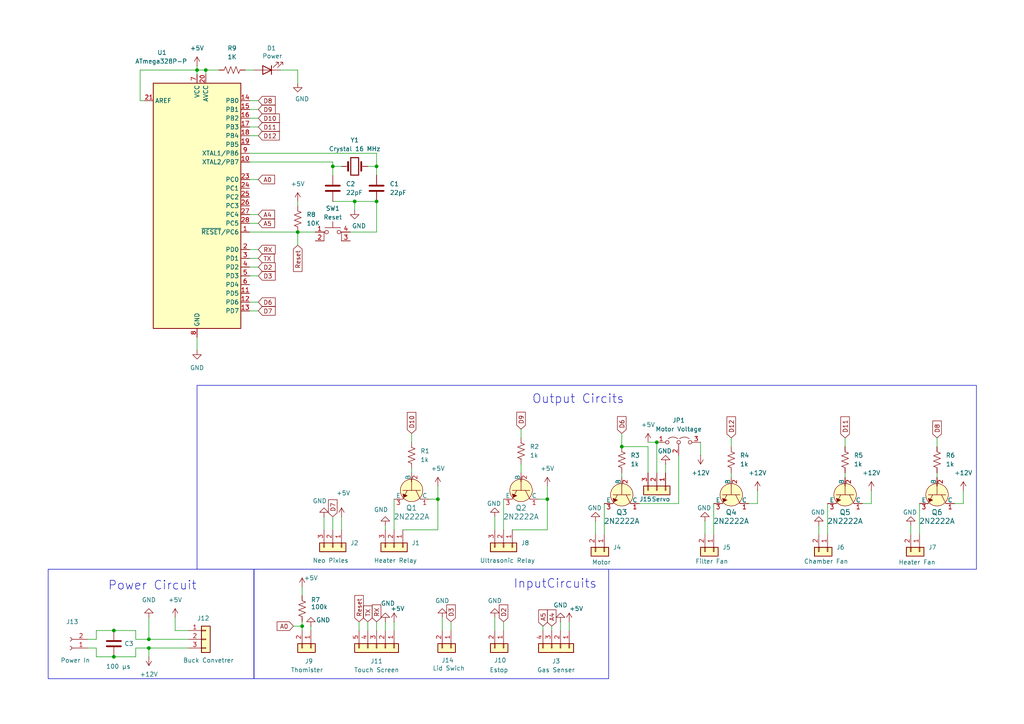
<source format=kicad_sch>
(kicad_sch
	(version 20250114)
	(generator "eeschema")
	(generator_version "9.0")
	(uuid "78ee72c2-722b-46f7-905f-de1d23539827")
	(paper "A4")
	(title_block
		(title "OPENSmooth Mainboard")
		(date "2026-01-21")
		(rev "1.0")
	)
	(lib_symbols
		(symbol "2N2222A_1"
			(pin_names
				(offset 0)
			)
			(exclude_from_sim no)
			(in_bom yes)
			(on_board yes)
			(property "Reference" "Q1"
				(at 5.08 0 90)
				(effects
					(font
						(size 1.524 1.524)
					)
				)
			)
			(property "Value" "2N2222A"
				(at 7.62 0 90)
				(effects
					(font
						(size 1.524 1.524)
					)
				)
			)
			(property "Footprint" "digikey-footprints:TO-92-3"
				(at 5.08 5.08 0)
				(effects
					(font
						(size 1.524 1.524)
					)
					(justify left)
					(hide yes)
				)
			)
			(property "Datasheet" "https://my.centralsemi.com/get_document.php?cmp=1&mergetype=pd&mergepath=pd&pdf_id=2N2221A.PDF"
				(at 5.08 7.62 0)
				(effects
					(font
						(size 1.524 1.524)
					)
					(justify left)
					(hide yes)
				)
			)
			(property "Description" "TRANS NPN 40V 0.8A TO-18"
				(at 0 0 0)
				(effects
					(font
						(size 1.27 1.27)
					)
					(hide yes)
				)
			)
			(property "Digi-Key_PN" "2N2222ACS-ND"
				(at 5.08 10.16 0)
				(effects
					(font
						(size 1.524 1.524)
					)
					(justify left)
					(hide yes)
				)
			)
			(property "MPN" "2N2222A"
				(at 5.08 12.7 0)
				(effects
					(font
						(size 1.524 1.524)
					)
					(justify left)
					(hide yes)
				)
			)
			(property "Category" "Discrete Semiconductor Products"
				(at 5.08 15.24 0)
				(effects
					(font
						(size 1.524 1.524)
					)
					(justify left)
					(hide yes)
				)
			)
			(property "Family" "Transistors - Bipolar (BJT) - Single"
				(at 5.08 17.78 0)
				(effects
					(font
						(size 1.524 1.524)
					)
					(justify left)
					(hide yes)
				)
			)
			(property "DK_Datasheet_Link" "https://my.centralsemi.com/get_document.php?cmp=1&mergetype=pd&mergepath=pd&pdf_id=2N2221A.PDF"
				(at 5.08 20.32 0)
				(effects
					(font
						(size 1.524 1.524)
					)
					(justify left)
					(hide yes)
				)
			)
			(property "DK_Detail_Page" "/product-detail/en/central-semiconductor-corp/2N2222A/2N2222ACS-ND/4806845"
				(at 5.08 22.86 0)
				(effects
					(font
						(size 1.524 1.524)
					)
					(justify left)
					(hide yes)
				)
			)
			(property "Description_1" "TRANS NPN 40V 0.8A TO-18"
				(at 5.08 25.4 0)
				(effects
					(font
						(size 1.524 1.524)
					)
					(justify left)
					(hide yes)
				)
			)
			(property "Manufacturer" "Central Semiconductor Corp"
				(at 5.08 27.94 0)
				(effects
					(font
						(size 1.524 1.524)
					)
					(justify left)
					(hide yes)
				)
			)
			(property "Status" "Active"
				(at 5.08 30.48 0)
				(effects
					(font
						(size 1.524 1.524)
					)
					(justify left)
					(hide yes)
				)
			)
			(property "ki_keywords" "2N2222ACS-ND"
				(at 0 0 0)
				(effects
					(font
						(size 1.27 1.27)
					)
					(hide yes)
				)
			)
			(symbol "2N2222A_1_0_1"
				(polyline
					(pts
						(xy -3.81 0) (xy -2.54 0)
					)
					(stroke
						(width 0)
						(type solid)
					)
					(fill
						(type none)
					)
				)
				(polyline
					(pts
						(xy -3.556 0) (xy 0 0)
					)
					(stroke
						(width 0)
						(type solid)
					)
					(fill
						(type none)
					)
				)
				(polyline
					(pts
						(xy 0 2.54) (xy 0 -2.54)
					)
					(stroke
						(width 0)
						(type solid)
					)
					(fill
						(type none)
					)
				)
				(polyline
					(pts
						(xy 0 1.27) (xy 2.54 2.54)
					)
					(stroke
						(width 0)
						(type solid)
					)
					(fill
						(type none)
					)
				)
				(circle
					(center 0 0)
					(radius 3.2512)
					(stroke
						(width 0)
						(type solid)
					)
					(fill
						(type background)
					)
				)
				(polyline
					(pts
						(xy 0 -1.27) (xy 2.54 -2.54)
					)
					(stroke
						(width 0)
						(type solid)
					)
					(fill
						(type none)
					)
				)
				(polyline
					(pts
						(xy 1.524 -1.27) (xy 2.032 -2.286) (xy 1.016 -2.54) (xy 1.524 -1.27)
					)
					(stroke
						(width 0)
						(type solid)
					)
					(fill
						(type outline)
					)
				)
			)
			(symbol "2N2222A_1_1_1"
				(pin input line
					(at -5.08 0 0)
					(length 2.54)
					(name "B"
						(effects
							(font
								(size 1.27 1.27)
							)
						)
					)
					(number "2"
						(effects
							(font
								(size 1.27 1.27)
							)
						)
					)
				)
				(pin passive line
					(at 2.54 5.08 270)
					(length 2.54)
					(name "C"
						(effects
							(font
								(size 1.27 1.27)
							)
						)
					)
					(number "1"
						(effects
							(font
								(size 1.27 1.27)
							)
						)
					)
				)
				(pin passive line
					(at 2.54 -5.08 90)
					(length 2.54)
					(name "E"
						(effects
							(font
								(size 1.27 1.27)
							)
						)
					)
					(number "3"
						(effects
							(font
								(size 1.27 1.27)
							)
						)
					)
				)
			)
			(embedded_fonts no)
		)
		(symbol "Connector:Conn_01x02_Socket"
			(pin_names
				(offset 1.016)
				(hide yes)
			)
			(exclude_from_sim no)
			(in_bom yes)
			(on_board yes)
			(property "Reference" "J"
				(at 0 2.54 0)
				(effects
					(font
						(size 1.27 1.27)
					)
				)
			)
			(property "Value" "Conn_01x02_Socket"
				(at 0 -5.08 0)
				(effects
					(font
						(size 1.27 1.27)
					)
				)
			)
			(property "Footprint" ""
				(at 0 0 0)
				(effects
					(font
						(size 1.27 1.27)
					)
					(hide yes)
				)
			)
			(property "Datasheet" "~"
				(at 0 0 0)
				(effects
					(font
						(size 1.27 1.27)
					)
					(hide yes)
				)
			)
			(property "Description" "Generic connector, single row, 01x02, script generated"
				(at 0 0 0)
				(effects
					(font
						(size 1.27 1.27)
					)
					(hide yes)
				)
			)
			(property "ki_locked" ""
				(at 0 0 0)
				(effects
					(font
						(size 1.27 1.27)
					)
				)
			)
			(property "ki_keywords" "connector"
				(at 0 0 0)
				(effects
					(font
						(size 1.27 1.27)
					)
					(hide yes)
				)
			)
			(property "ki_fp_filters" "Connector*:*_1x??_*"
				(at 0 0 0)
				(effects
					(font
						(size 1.27 1.27)
					)
					(hide yes)
				)
			)
			(symbol "Conn_01x02_Socket_1_1"
				(polyline
					(pts
						(xy -1.27 0) (xy -0.508 0)
					)
					(stroke
						(width 0.1524)
						(type default)
					)
					(fill
						(type none)
					)
				)
				(polyline
					(pts
						(xy -1.27 -2.54) (xy -0.508 -2.54)
					)
					(stroke
						(width 0.1524)
						(type default)
					)
					(fill
						(type none)
					)
				)
				(arc
					(start 0 -0.508)
					(mid -0.5058 0)
					(end 0 0.508)
					(stroke
						(width 0.1524)
						(type default)
					)
					(fill
						(type none)
					)
				)
				(arc
					(start 0 -3.048)
					(mid -0.5058 -2.54)
					(end 0 -2.032)
					(stroke
						(width 0.1524)
						(type default)
					)
					(fill
						(type none)
					)
				)
				(pin passive line
					(at -5.08 0 0)
					(length 3.81)
					(name "Pin_1"
						(effects
							(font
								(size 1.27 1.27)
							)
						)
					)
					(number "1"
						(effects
							(font
								(size 1.27 1.27)
							)
						)
					)
				)
				(pin passive line
					(at -5.08 -2.54 0)
					(length 3.81)
					(name "Pin_2"
						(effects
							(font
								(size 1.27 1.27)
							)
						)
					)
					(number "2"
						(effects
							(font
								(size 1.27 1.27)
							)
						)
					)
				)
			)
			(embedded_fonts no)
		)
		(symbol "Connector_Generic:Conn_01x02"
			(pin_names
				(offset 1.016)
				(hide yes)
			)
			(exclude_from_sim no)
			(in_bom yes)
			(on_board yes)
			(property "Reference" "J"
				(at 0 2.54 0)
				(effects
					(font
						(size 1.27 1.27)
					)
				)
			)
			(property "Value" "Conn_01x02"
				(at 0 -5.08 0)
				(effects
					(font
						(size 1.27 1.27)
					)
				)
			)
			(property "Footprint" ""
				(at 0 0 0)
				(effects
					(font
						(size 1.27 1.27)
					)
					(hide yes)
				)
			)
			(property "Datasheet" "~"
				(at 0 0 0)
				(effects
					(font
						(size 1.27 1.27)
					)
					(hide yes)
				)
			)
			(property "Description" "Generic connector, single row, 01x02, script generated (kicad-library-utils/schlib/autogen/connector/)"
				(at 0 0 0)
				(effects
					(font
						(size 1.27 1.27)
					)
					(hide yes)
				)
			)
			(property "ki_keywords" "connector"
				(at 0 0 0)
				(effects
					(font
						(size 1.27 1.27)
					)
					(hide yes)
				)
			)
			(property "ki_fp_filters" "Connector*:*_1x??_*"
				(at 0 0 0)
				(effects
					(font
						(size 1.27 1.27)
					)
					(hide yes)
				)
			)
			(symbol "Conn_01x02_1_1"
				(rectangle
					(start -1.27 1.27)
					(end 1.27 -3.81)
					(stroke
						(width 0.254)
						(type default)
					)
					(fill
						(type background)
					)
				)
				(rectangle
					(start -1.27 0.127)
					(end 0 -0.127)
					(stroke
						(width 0.1524)
						(type default)
					)
					(fill
						(type none)
					)
				)
				(rectangle
					(start -1.27 -2.413)
					(end 0 -2.667)
					(stroke
						(width 0.1524)
						(type default)
					)
					(fill
						(type none)
					)
				)
				(pin passive line
					(at -5.08 0 0)
					(length 3.81)
					(name "Pin_1"
						(effects
							(font
								(size 1.27 1.27)
							)
						)
					)
					(number "1"
						(effects
							(font
								(size 1.27 1.27)
							)
						)
					)
				)
				(pin passive line
					(at -5.08 -2.54 0)
					(length 3.81)
					(name "Pin_2"
						(effects
							(font
								(size 1.27 1.27)
							)
						)
					)
					(number "2"
						(effects
							(font
								(size 1.27 1.27)
							)
						)
					)
				)
			)
			(embedded_fonts no)
		)
		(symbol "Connector_Generic:Conn_01x03"
			(pin_names
				(offset 1.016)
				(hide yes)
			)
			(exclude_from_sim no)
			(in_bom yes)
			(on_board yes)
			(property "Reference" "J"
				(at 0 5.08 0)
				(effects
					(font
						(size 1.27 1.27)
					)
				)
			)
			(property "Value" "Conn_01x03"
				(at 0 -5.08 0)
				(effects
					(font
						(size 1.27 1.27)
					)
				)
			)
			(property "Footprint" ""
				(at 0 0 0)
				(effects
					(font
						(size 1.27 1.27)
					)
					(hide yes)
				)
			)
			(property "Datasheet" "~"
				(at 0 0 0)
				(effects
					(font
						(size 1.27 1.27)
					)
					(hide yes)
				)
			)
			(property "Description" "Generic connector, single row, 01x03, script generated (kicad-library-utils/schlib/autogen/connector/)"
				(at 0 0 0)
				(effects
					(font
						(size 1.27 1.27)
					)
					(hide yes)
				)
			)
			(property "ki_keywords" "connector"
				(at 0 0 0)
				(effects
					(font
						(size 1.27 1.27)
					)
					(hide yes)
				)
			)
			(property "ki_fp_filters" "Connector*:*_1x??_*"
				(at 0 0 0)
				(effects
					(font
						(size 1.27 1.27)
					)
					(hide yes)
				)
			)
			(symbol "Conn_01x03_1_1"
				(rectangle
					(start -1.27 3.81)
					(end 1.27 -3.81)
					(stroke
						(width 0.254)
						(type default)
					)
					(fill
						(type background)
					)
				)
				(rectangle
					(start -1.27 2.667)
					(end 0 2.413)
					(stroke
						(width 0.1524)
						(type default)
					)
					(fill
						(type none)
					)
				)
				(rectangle
					(start -1.27 0.127)
					(end 0 -0.127)
					(stroke
						(width 0.1524)
						(type default)
					)
					(fill
						(type none)
					)
				)
				(rectangle
					(start -1.27 -2.413)
					(end 0 -2.667)
					(stroke
						(width 0.1524)
						(type default)
					)
					(fill
						(type none)
					)
				)
				(pin passive line
					(at -5.08 2.54 0)
					(length 3.81)
					(name "Pin_1"
						(effects
							(font
								(size 1.27 1.27)
							)
						)
					)
					(number "1"
						(effects
							(font
								(size 1.27 1.27)
							)
						)
					)
				)
				(pin passive line
					(at -5.08 0 0)
					(length 3.81)
					(name "Pin_2"
						(effects
							(font
								(size 1.27 1.27)
							)
						)
					)
					(number "2"
						(effects
							(font
								(size 1.27 1.27)
							)
						)
					)
				)
				(pin passive line
					(at -5.08 -2.54 0)
					(length 3.81)
					(name "Pin_3"
						(effects
							(font
								(size 1.27 1.27)
							)
						)
					)
					(number "3"
						(effects
							(font
								(size 1.27 1.27)
							)
						)
					)
				)
			)
			(embedded_fonts no)
		)
		(symbol "Connector_Generic:Conn_01x04"
			(pin_names
				(offset 1.016)
				(hide yes)
			)
			(exclude_from_sim no)
			(in_bom yes)
			(on_board yes)
			(property "Reference" "J"
				(at 0 5.08 0)
				(effects
					(font
						(size 1.27 1.27)
					)
				)
			)
			(property "Value" "Conn_01x04"
				(at 0 -7.62 0)
				(effects
					(font
						(size 1.27 1.27)
					)
				)
			)
			(property "Footprint" ""
				(at 0 0 0)
				(effects
					(font
						(size 1.27 1.27)
					)
					(hide yes)
				)
			)
			(property "Datasheet" "~"
				(at 0 0 0)
				(effects
					(font
						(size 1.27 1.27)
					)
					(hide yes)
				)
			)
			(property "Description" "Generic connector, single row, 01x04, script generated (kicad-library-utils/schlib/autogen/connector/)"
				(at 0 0 0)
				(effects
					(font
						(size 1.27 1.27)
					)
					(hide yes)
				)
			)
			(property "ki_keywords" "connector"
				(at 0 0 0)
				(effects
					(font
						(size 1.27 1.27)
					)
					(hide yes)
				)
			)
			(property "ki_fp_filters" "Connector*:*_1x??_*"
				(at 0 0 0)
				(effects
					(font
						(size 1.27 1.27)
					)
					(hide yes)
				)
			)
			(symbol "Conn_01x04_1_1"
				(rectangle
					(start -1.27 3.81)
					(end 1.27 -6.35)
					(stroke
						(width 0.254)
						(type default)
					)
					(fill
						(type background)
					)
				)
				(rectangle
					(start -1.27 2.667)
					(end 0 2.413)
					(stroke
						(width 0.1524)
						(type default)
					)
					(fill
						(type none)
					)
				)
				(rectangle
					(start -1.27 0.127)
					(end 0 -0.127)
					(stroke
						(width 0.1524)
						(type default)
					)
					(fill
						(type none)
					)
				)
				(rectangle
					(start -1.27 -2.413)
					(end 0 -2.667)
					(stroke
						(width 0.1524)
						(type default)
					)
					(fill
						(type none)
					)
				)
				(rectangle
					(start -1.27 -4.953)
					(end 0 -5.207)
					(stroke
						(width 0.1524)
						(type default)
					)
					(fill
						(type none)
					)
				)
				(pin passive line
					(at -5.08 2.54 0)
					(length 3.81)
					(name "Pin_1"
						(effects
							(font
								(size 1.27 1.27)
							)
						)
					)
					(number "1"
						(effects
							(font
								(size 1.27 1.27)
							)
						)
					)
				)
				(pin passive line
					(at -5.08 0 0)
					(length 3.81)
					(name "Pin_2"
						(effects
							(font
								(size 1.27 1.27)
							)
						)
					)
					(number "2"
						(effects
							(font
								(size 1.27 1.27)
							)
						)
					)
				)
				(pin passive line
					(at -5.08 -2.54 0)
					(length 3.81)
					(name "Pin_3"
						(effects
							(font
								(size 1.27 1.27)
							)
						)
					)
					(number "3"
						(effects
							(font
								(size 1.27 1.27)
							)
						)
					)
				)
				(pin passive line
					(at -5.08 -5.08 0)
					(length 3.81)
					(name "Pin_4"
						(effects
							(font
								(size 1.27 1.27)
							)
						)
					)
					(number "4"
						(effects
							(font
								(size 1.27 1.27)
							)
						)
					)
				)
			)
			(embedded_fonts no)
		)
		(symbol "Connector_Generic:Conn_01x05"
			(pin_names
				(offset 1.016)
				(hide yes)
			)
			(exclude_from_sim no)
			(in_bom yes)
			(on_board yes)
			(property "Reference" "J"
				(at 0 7.62 0)
				(effects
					(font
						(size 1.27 1.27)
					)
				)
			)
			(property "Value" "Conn_01x05"
				(at 0 -7.62 0)
				(effects
					(font
						(size 1.27 1.27)
					)
				)
			)
			(property "Footprint" ""
				(at 0 0 0)
				(effects
					(font
						(size 1.27 1.27)
					)
					(hide yes)
				)
			)
			(property "Datasheet" "~"
				(at 0 0 0)
				(effects
					(font
						(size 1.27 1.27)
					)
					(hide yes)
				)
			)
			(property "Description" "Generic connector, single row, 01x05, script generated (kicad-library-utils/schlib/autogen/connector/)"
				(at 0 0 0)
				(effects
					(font
						(size 1.27 1.27)
					)
					(hide yes)
				)
			)
			(property "ki_keywords" "connector"
				(at 0 0 0)
				(effects
					(font
						(size 1.27 1.27)
					)
					(hide yes)
				)
			)
			(property "ki_fp_filters" "Connector*:*_1x??_*"
				(at 0 0 0)
				(effects
					(font
						(size 1.27 1.27)
					)
					(hide yes)
				)
			)
			(symbol "Conn_01x05_1_1"
				(rectangle
					(start -1.27 6.35)
					(end 1.27 -6.35)
					(stroke
						(width 0.254)
						(type default)
					)
					(fill
						(type background)
					)
				)
				(rectangle
					(start -1.27 5.207)
					(end 0 4.953)
					(stroke
						(width 0.1524)
						(type default)
					)
					(fill
						(type none)
					)
				)
				(rectangle
					(start -1.27 2.667)
					(end 0 2.413)
					(stroke
						(width 0.1524)
						(type default)
					)
					(fill
						(type none)
					)
				)
				(rectangle
					(start -1.27 0.127)
					(end 0 -0.127)
					(stroke
						(width 0.1524)
						(type default)
					)
					(fill
						(type none)
					)
				)
				(rectangle
					(start -1.27 -2.413)
					(end 0 -2.667)
					(stroke
						(width 0.1524)
						(type default)
					)
					(fill
						(type none)
					)
				)
				(rectangle
					(start -1.27 -4.953)
					(end 0 -5.207)
					(stroke
						(width 0.1524)
						(type default)
					)
					(fill
						(type none)
					)
				)
				(pin passive line
					(at -5.08 5.08 0)
					(length 3.81)
					(name "Pin_1"
						(effects
							(font
								(size 1.27 1.27)
							)
						)
					)
					(number "1"
						(effects
							(font
								(size 1.27 1.27)
							)
						)
					)
				)
				(pin passive line
					(at -5.08 2.54 0)
					(length 3.81)
					(name "Pin_2"
						(effects
							(font
								(size 1.27 1.27)
							)
						)
					)
					(number "2"
						(effects
							(font
								(size 1.27 1.27)
							)
						)
					)
				)
				(pin passive line
					(at -5.08 0 0)
					(length 3.81)
					(name "Pin_3"
						(effects
							(font
								(size 1.27 1.27)
							)
						)
					)
					(number "3"
						(effects
							(font
								(size 1.27 1.27)
							)
						)
					)
				)
				(pin passive line
					(at -5.08 -2.54 0)
					(length 3.81)
					(name "Pin_4"
						(effects
							(font
								(size 1.27 1.27)
							)
						)
					)
					(number "4"
						(effects
							(font
								(size 1.27 1.27)
							)
						)
					)
				)
				(pin passive line
					(at -5.08 -5.08 0)
					(length 3.81)
					(name "Pin_5"
						(effects
							(font
								(size 1.27 1.27)
							)
						)
					)
					(number "5"
						(effects
							(font
								(size 1.27 1.27)
							)
						)
					)
				)
			)
			(embedded_fonts no)
		)
		(symbol "Device:C"
			(pin_numbers
				(hide yes)
			)
			(pin_names
				(offset 0.254)
			)
			(exclude_from_sim no)
			(in_bom yes)
			(on_board yes)
			(property "Reference" "C"
				(at 0.635 2.54 0)
				(effects
					(font
						(size 1.27 1.27)
					)
					(justify left)
				)
			)
			(property "Value" "C"
				(at 0.635 -2.54 0)
				(effects
					(font
						(size 1.27 1.27)
					)
					(justify left)
				)
			)
			(property "Footprint" ""
				(at 0.9652 -3.81 0)
				(effects
					(font
						(size 1.27 1.27)
					)
					(hide yes)
				)
			)
			(property "Datasheet" "~"
				(at 0 0 0)
				(effects
					(font
						(size 1.27 1.27)
					)
					(hide yes)
				)
			)
			(property "Description" "Unpolarized capacitor"
				(at 0 0 0)
				(effects
					(font
						(size 1.27 1.27)
					)
					(hide yes)
				)
			)
			(property "ki_keywords" "cap capacitor"
				(at 0 0 0)
				(effects
					(font
						(size 1.27 1.27)
					)
					(hide yes)
				)
			)
			(property "ki_fp_filters" "C_*"
				(at 0 0 0)
				(effects
					(font
						(size 1.27 1.27)
					)
					(hide yes)
				)
			)
			(symbol "C_0_1"
				(polyline
					(pts
						(xy -2.032 0.762) (xy 2.032 0.762)
					)
					(stroke
						(width 0.508)
						(type default)
					)
					(fill
						(type none)
					)
				)
				(polyline
					(pts
						(xy -2.032 -0.762) (xy 2.032 -0.762)
					)
					(stroke
						(width 0.508)
						(type default)
					)
					(fill
						(type none)
					)
				)
			)
			(symbol "C_1_1"
				(pin passive line
					(at 0 3.81 270)
					(length 2.794)
					(name "~"
						(effects
							(font
								(size 1.27 1.27)
							)
						)
					)
					(number "1"
						(effects
							(font
								(size 1.27 1.27)
							)
						)
					)
				)
				(pin passive line
					(at 0 -3.81 90)
					(length 2.794)
					(name "~"
						(effects
							(font
								(size 1.27 1.27)
							)
						)
					)
					(number "2"
						(effects
							(font
								(size 1.27 1.27)
							)
						)
					)
				)
			)
			(embedded_fonts no)
		)
		(symbol "Device:Crystal"
			(pin_numbers
				(hide yes)
			)
			(pin_names
				(offset 1.016)
				(hide yes)
			)
			(exclude_from_sim no)
			(in_bom yes)
			(on_board yes)
			(property "Reference" "Y"
				(at 0 3.81 0)
				(effects
					(font
						(size 1.27 1.27)
					)
				)
			)
			(property "Value" "Crystal"
				(at 0 -3.81 0)
				(effects
					(font
						(size 1.27 1.27)
					)
				)
			)
			(property "Footprint" ""
				(at 0 0 0)
				(effects
					(font
						(size 1.27 1.27)
					)
					(hide yes)
				)
			)
			(property "Datasheet" "~"
				(at 0 0 0)
				(effects
					(font
						(size 1.27 1.27)
					)
					(hide yes)
				)
			)
			(property "Description" "Two pin crystal"
				(at 0 0 0)
				(effects
					(font
						(size 1.27 1.27)
					)
					(hide yes)
				)
			)
			(property "ki_keywords" "quartz ceramic resonator oscillator"
				(at 0 0 0)
				(effects
					(font
						(size 1.27 1.27)
					)
					(hide yes)
				)
			)
			(property "ki_fp_filters" "Crystal*"
				(at 0 0 0)
				(effects
					(font
						(size 1.27 1.27)
					)
					(hide yes)
				)
			)
			(symbol "Crystal_0_1"
				(polyline
					(pts
						(xy -2.54 0) (xy -1.905 0)
					)
					(stroke
						(width 0)
						(type default)
					)
					(fill
						(type none)
					)
				)
				(polyline
					(pts
						(xy -1.905 -1.27) (xy -1.905 1.27)
					)
					(stroke
						(width 0.508)
						(type default)
					)
					(fill
						(type none)
					)
				)
				(rectangle
					(start -1.143 2.54)
					(end 1.143 -2.54)
					(stroke
						(width 0.3048)
						(type default)
					)
					(fill
						(type none)
					)
				)
				(polyline
					(pts
						(xy 1.905 -1.27) (xy 1.905 1.27)
					)
					(stroke
						(width 0.508)
						(type default)
					)
					(fill
						(type none)
					)
				)
				(polyline
					(pts
						(xy 2.54 0) (xy 1.905 0)
					)
					(stroke
						(width 0)
						(type default)
					)
					(fill
						(type none)
					)
				)
			)
			(symbol "Crystal_1_1"
				(pin passive line
					(at -3.81 0 0)
					(length 1.27)
					(name "1"
						(effects
							(font
								(size 1.27 1.27)
							)
						)
					)
					(number "1"
						(effects
							(font
								(size 1.27 1.27)
							)
						)
					)
				)
				(pin passive line
					(at 3.81 0 180)
					(length 1.27)
					(name "2"
						(effects
							(font
								(size 1.27 1.27)
							)
						)
					)
					(number "2"
						(effects
							(font
								(size 1.27 1.27)
							)
						)
					)
				)
			)
			(embedded_fonts no)
		)
		(symbol "Device:LED"
			(pin_numbers
				(hide yes)
			)
			(pin_names
				(offset 1.016)
				(hide yes)
			)
			(exclude_from_sim no)
			(in_bom yes)
			(on_board yes)
			(property "Reference" "D"
				(at 0 2.54 0)
				(effects
					(font
						(size 1.27 1.27)
					)
				)
			)
			(property "Value" "LED"
				(at 0 -2.54 0)
				(effects
					(font
						(size 1.27 1.27)
					)
				)
			)
			(property "Footprint" ""
				(at 0 0 0)
				(effects
					(font
						(size 1.27 1.27)
					)
					(hide yes)
				)
			)
			(property "Datasheet" "~"
				(at 0 0 0)
				(effects
					(font
						(size 1.27 1.27)
					)
					(hide yes)
				)
			)
			(property "Description" "Light emitting diode"
				(at 0 0 0)
				(effects
					(font
						(size 1.27 1.27)
					)
					(hide yes)
				)
			)
			(property "Sim.Pins" "1=K 2=A"
				(at 0 0 0)
				(effects
					(font
						(size 1.27 1.27)
					)
					(hide yes)
				)
			)
			(property "ki_keywords" "LED diode"
				(at 0 0 0)
				(effects
					(font
						(size 1.27 1.27)
					)
					(hide yes)
				)
			)
			(property "ki_fp_filters" "LED* LED_SMD:* LED_THT:*"
				(at 0 0 0)
				(effects
					(font
						(size 1.27 1.27)
					)
					(hide yes)
				)
			)
			(symbol "LED_0_1"
				(polyline
					(pts
						(xy -3.048 -0.762) (xy -4.572 -2.286) (xy -3.81 -2.286) (xy -4.572 -2.286) (xy -4.572 -1.524)
					)
					(stroke
						(width 0)
						(type default)
					)
					(fill
						(type none)
					)
				)
				(polyline
					(pts
						(xy -1.778 -0.762) (xy -3.302 -2.286) (xy -2.54 -2.286) (xy -3.302 -2.286) (xy -3.302 -1.524)
					)
					(stroke
						(width 0)
						(type default)
					)
					(fill
						(type none)
					)
				)
				(polyline
					(pts
						(xy -1.27 0) (xy 1.27 0)
					)
					(stroke
						(width 0)
						(type default)
					)
					(fill
						(type none)
					)
				)
				(polyline
					(pts
						(xy -1.27 -1.27) (xy -1.27 1.27)
					)
					(stroke
						(width 0.254)
						(type default)
					)
					(fill
						(type none)
					)
				)
				(polyline
					(pts
						(xy 1.27 -1.27) (xy 1.27 1.27) (xy -1.27 0) (xy 1.27 -1.27)
					)
					(stroke
						(width 0.254)
						(type default)
					)
					(fill
						(type none)
					)
				)
			)
			(symbol "LED_1_1"
				(pin passive line
					(at -3.81 0 0)
					(length 2.54)
					(name "K"
						(effects
							(font
								(size 1.27 1.27)
							)
						)
					)
					(number "1"
						(effects
							(font
								(size 1.27 1.27)
							)
						)
					)
				)
				(pin passive line
					(at 3.81 0 180)
					(length 2.54)
					(name "A"
						(effects
							(font
								(size 1.27 1.27)
							)
						)
					)
					(number "2"
						(effects
							(font
								(size 1.27 1.27)
							)
						)
					)
				)
			)
			(embedded_fonts no)
		)
		(symbol "Device:R_US"
			(pin_numbers
				(hide yes)
			)
			(pin_names
				(offset 0)
			)
			(exclude_from_sim no)
			(in_bom yes)
			(on_board yes)
			(property "Reference" "R"
				(at 2.54 0 90)
				(effects
					(font
						(size 1.27 1.27)
					)
				)
			)
			(property "Value" "R_US"
				(at -2.54 0 90)
				(effects
					(font
						(size 1.27 1.27)
					)
				)
			)
			(property "Footprint" ""
				(at 1.016 -0.254 90)
				(effects
					(font
						(size 1.27 1.27)
					)
					(hide yes)
				)
			)
			(property "Datasheet" "~"
				(at 0 0 0)
				(effects
					(font
						(size 1.27 1.27)
					)
					(hide yes)
				)
			)
			(property "Description" "Resistor, US symbol"
				(at 0 0 0)
				(effects
					(font
						(size 1.27 1.27)
					)
					(hide yes)
				)
			)
			(property "ki_keywords" "R res resistor"
				(at 0 0 0)
				(effects
					(font
						(size 1.27 1.27)
					)
					(hide yes)
				)
			)
			(property "ki_fp_filters" "R_*"
				(at 0 0 0)
				(effects
					(font
						(size 1.27 1.27)
					)
					(hide yes)
				)
			)
			(symbol "R_US_0_1"
				(polyline
					(pts
						(xy 0 2.286) (xy 0 2.54)
					)
					(stroke
						(width 0)
						(type default)
					)
					(fill
						(type none)
					)
				)
				(polyline
					(pts
						(xy 0 2.286) (xy 1.016 1.905) (xy 0 1.524) (xy -1.016 1.143) (xy 0 0.762)
					)
					(stroke
						(width 0)
						(type default)
					)
					(fill
						(type none)
					)
				)
				(polyline
					(pts
						(xy 0 0.762) (xy 1.016 0.381) (xy 0 0) (xy -1.016 -0.381) (xy 0 -0.762)
					)
					(stroke
						(width 0)
						(type default)
					)
					(fill
						(type none)
					)
				)
				(polyline
					(pts
						(xy 0 -0.762) (xy 1.016 -1.143) (xy 0 -1.524) (xy -1.016 -1.905) (xy 0 -2.286)
					)
					(stroke
						(width 0)
						(type default)
					)
					(fill
						(type none)
					)
				)
				(polyline
					(pts
						(xy 0 -2.286) (xy 0 -2.54)
					)
					(stroke
						(width 0)
						(type default)
					)
					(fill
						(type none)
					)
				)
			)
			(symbol "R_US_1_1"
				(pin passive line
					(at 0 3.81 270)
					(length 1.27)
					(name "~"
						(effects
							(font
								(size 1.27 1.27)
							)
						)
					)
					(number "1"
						(effects
							(font
								(size 1.27 1.27)
							)
						)
					)
				)
				(pin passive line
					(at 0 -3.81 90)
					(length 1.27)
					(name "~"
						(effects
							(font
								(size 1.27 1.27)
							)
						)
					)
					(number "2"
						(effects
							(font
								(size 1.27 1.27)
							)
						)
					)
				)
			)
			(embedded_fonts no)
		)
		(symbol "Jumper:Jumper_3_Open"
			(pin_names
				(offset 0)
				(hide yes)
			)
			(exclude_from_sim no)
			(in_bom no)
			(on_board yes)
			(property "Reference" "JP"
				(at -2.54 -2.54 0)
				(effects
					(font
						(size 1.27 1.27)
					)
				)
			)
			(property "Value" "Jumper_3_Open"
				(at 0 2.794 0)
				(effects
					(font
						(size 1.27 1.27)
					)
				)
			)
			(property "Footprint" ""
				(at 0 0 0)
				(effects
					(font
						(size 1.27 1.27)
					)
					(hide yes)
				)
			)
			(property "Datasheet" "~"
				(at 0 0 0)
				(effects
					(font
						(size 1.27 1.27)
					)
					(hide yes)
				)
			)
			(property "Description" "Jumper, 3-pole, both open"
				(at 0 0 0)
				(effects
					(font
						(size 1.27 1.27)
					)
					(hide yes)
				)
			)
			(property "ki_keywords" "Jumper SPDT"
				(at 0 0 0)
				(effects
					(font
						(size 1.27 1.27)
					)
					(hide yes)
				)
			)
			(property "ki_fp_filters" "Jumper* TestPoint*3Pads* TestPoint*Bridge*"
				(at 0 0 0)
				(effects
					(font
						(size 1.27 1.27)
					)
					(hide yes)
				)
			)
			(symbol "Jumper_3_Open_0_0"
				(circle
					(center -3.302 0)
					(radius 0.508)
					(stroke
						(width 0)
						(type default)
					)
					(fill
						(type none)
					)
				)
				(circle
					(center 0 0)
					(radius 0.508)
					(stroke
						(width 0)
						(type default)
					)
					(fill
						(type none)
					)
				)
				(circle
					(center 3.302 0)
					(radius 0.508)
					(stroke
						(width 0)
						(type default)
					)
					(fill
						(type none)
					)
				)
			)
			(symbol "Jumper_3_Open_0_1"
				(arc
					(start -3.048 1.016)
					(mid -1.651 1.4992)
					(end -0.254 1.016)
					(stroke
						(width 0)
						(type default)
					)
					(fill
						(type none)
					)
				)
				(polyline
					(pts
						(xy 0 -0.508) (xy 0 -1.27)
					)
					(stroke
						(width 0)
						(type default)
					)
					(fill
						(type none)
					)
				)
				(arc
					(start 0.254 1.016)
					(mid 1.651 1.4992)
					(end 3.048 1.016)
					(stroke
						(width 0)
						(type default)
					)
					(fill
						(type none)
					)
				)
			)
			(symbol "Jumper_3_Open_1_1"
				(pin passive line
					(at -6.35 0 0)
					(length 2.54)
					(name "A"
						(effects
							(font
								(size 1.27 1.27)
							)
						)
					)
					(number "1"
						(effects
							(font
								(size 1.27 1.27)
							)
						)
					)
				)
				(pin passive line
					(at 0 -3.81 90)
					(length 2.54)
					(name "C"
						(effects
							(font
								(size 1.27 1.27)
							)
						)
					)
					(number "2"
						(effects
							(font
								(size 1.27 1.27)
							)
						)
					)
				)
				(pin passive line
					(at 6.35 0 180)
					(length 2.54)
					(name "B"
						(effects
							(font
								(size 1.27 1.27)
							)
						)
					)
					(number "3"
						(effects
							(font
								(size 1.27 1.27)
							)
						)
					)
				)
			)
			(embedded_fonts no)
		)
		(symbol "MCU_Microchip_ATmega:ATmega328P-P"
			(exclude_from_sim no)
			(in_bom yes)
			(on_board yes)
			(property "Reference" "U"
				(at -12.7 36.83 0)
				(effects
					(font
						(size 1.27 1.27)
					)
					(justify left bottom)
				)
			)
			(property "Value" "ATmega328P-P"
				(at 2.54 -36.83 0)
				(effects
					(font
						(size 1.27 1.27)
					)
					(justify left top)
				)
			)
			(property "Footprint" "Package_DIP:DIP-28_W7.62mm"
				(at 0 0 0)
				(effects
					(font
						(size 1.27 1.27)
						(italic yes)
					)
					(hide yes)
				)
			)
			(property "Datasheet" "http://ww1.microchip.com/downloads/en/DeviceDoc/ATmega328_P%20AVR%20MCU%20with%20picoPower%20Technology%20Data%20Sheet%2040001984A.pdf"
				(at 0 0 0)
				(effects
					(font
						(size 1.27 1.27)
					)
					(hide yes)
				)
			)
			(property "Description" "20MHz, 32kB Flash, 2kB SRAM, 1kB EEPROM, DIP-28"
				(at 0 0 0)
				(effects
					(font
						(size 1.27 1.27)
					)
					(hide yes)
				)
			)
			(property "ki_keywords" "AVR 8bit Microcontroller MegaAVR PicoPower"
				(at 0 0 0)
				(effects
					(font
						(size 1.27 1.27)
					)
					(hide yes)
				)
			)
			(property "ki_fp_filters" "DIP*W7.62mm*"
				(at 0 0 0)
				(effects
					(font
						(size 1.27 1.27)
					)
					(hide yes)
				)
			)
			(symbol "ATmega328P-P_0_1"
				(rectangle
					(start -12.7 -35.56)
					(end 12.7 35.56)
					(stroke
						(width 0.254)
						(type default)
					)
					(fill
						(type background)
					)
				)
			)
			(symbol "ATmega328P-P_1_1"
				(pin passive line
					(at -15.24 30.48 0)
					(length 2.54)
					(name "AREF"
						(effects
							(font
								(size 1.27 1.27)
							)
						)
					)
					(number "21"
						(effects
							(font
								(size 1.27 1.27)
							)
						)
					)
				)
				(pin power_in line
					(at 0 38.1 270)
					(length 2.54)
					(name "VCC"
						(effects
							(font
								(size 1.27 1.27)
							)
						)
					)
					(number "7"
						(effects
							(font
								(size 1.27 1.27)
							)
						)
					)
				)
				(pin passive line
					(at 0 -38.1 90)
					(length 2.54)
					(hide yes)
					(name "GND"
						(effects
							(font
								(size 1.27 1.27)
							)
						)
					)
					(number "22"
						(effects
							(font
								(size 1.27 1.27)
							)
						)
					)
				)
				(pin power_in line
					(at 0 -38.1 90)
					(length 2.54)
					(name "GND"
						(effects
							(font
								(size 1.27 1.27)
							)
						)
					)
					(number "8"
						(effects
							(font
								(size 1.27 1.27)
							)
						)
					)
				)
				(pin power_in line
					(at 2.54 38.1 270)
					(length 2.54)
					(name "AVCC"
						(effects
							(font
								(size 1.27 1.27)
							)
						)
					)
					(number "20"
						(effects
							(font
								(size 1.27 1.27)
							)
						)
					)
				)
				(pin bidirectional line
					(at 15.24 30.48 180)
					(length 2.54)
					(name "PB0"
						(effects
							(font
								(size 1.27 1.27)
							)
						)
					)
					(number "14"
						(effects
							(font
								(size 1.27 1.27)
							)
						)
					)
				)
				(pin bidirectional line
					(at 15.24 27.94 180)
					(length 2.54)
					(name "PB1"
						(effects
							(font
								(size 1.27 1.27)
							)
						)
					)
					(number "15"
						(effects
							(font
								(size 1.27 1.27)
							)
						)
					)
				)
				(pin bidirectional line
					(at 15.24 25.4 180)
					(length 2.54)
					(name "PB2"
						(effects
							(font
								(size 1.27 1.27)
							)
						)
					)
					(number "16"
						(effects
							(font
								(size 1.27 1.27)
							)
						)
					)
				)
				(pin bidirectional line
					(at 15.24 22.86 180)
					(length 2.54)
					(name "PB3"
						(effects
							(font
								(size 1.27 1.27)
							)
						)
					)
					(number "17"
						(effects
							(font
								(size 1.27 1.27)
							)
						)
					)
				)
				(pin bidirectional line
					(at 15.24 20.32 180)
					(length 2.54)
					(name "PB4"
						(effects
							(font
								(size 1.27 1.27)
							)
						)
					)
					(number "18"
						(effects
							(font
								(size 1.27 1.27)
							)
						)
					)
				)
				(pin bidirectional line
					(at 15.24 17.78 180)
					(length 2.54)
					(name "PB5"
						(effects
							(font
								(size 1.27 1.27)
							)
						)
					)
					(number "19"
						(effects
							(font
								(size 1.27 1.27)
							)
						)
					)
				)
				(pin bidirectional line
					(at 15.24 15.24 180)
					(length 2.54)
					(name "XTAL1/PB6"
						(effects
							(font
								(size 1.27 1.27)
							)
						)
					)
					(number "9"
						(effects
							(font
								(size 1.27 1.27)
							)
						)
					)
				)
				(pin bidirectional line
					(at 15.24 12.7 180)
					(length 2.54)
					(name "XTAL2/PB7"
						(effects
							(font
								(size 1.27 1.27)
							)
						)
					)
					(number "10"
						(effects
							(font
								(size 1.27 1.27)
							)
						)
					)
				)
				(pin bidirectional line
					(at 15.24 7.62 180)
					(length 2.54)
					(name "PC0"
						(effects
							(font
								(size 1.27 1.27)
							)
						)
					)
					(number "23"
						(effects
							(font
								(size 1.27 1.27)
							)
						)
					)
				)
				(pin bidirectional line
					(at 15.24 5.08 180)
					(length 2.54)
					(name "PC1"
						(effects
							(font
								(size 1.27 1.27)
							)
						)
					)
					(number "24"
						(effects
							(font
								(size 1.27 1.27)
							)
						)
					)
				)
				(pin bidirectional line
					(at 15.24 2.54 180)
					(length 2.54)
					(name "PC2"
						(effects
							(font
								(size 1.27 1.27)
							)
						)
					)
					(number "25"
						(effects
							(font
								(size 1.27 1.27)
							)
						)
					)
				)
				(pin bidirectional line
					(at 15.24 0 180)
					(length 2.54)
					(name "PC3"
						(effects
							(font
								(size 1.27 1.27)
							)
						)
					)
					(number "26"
						(effects
							(font
								(size 1.27 1.27)
							)
						)
					)
				)
				(pin bidirectional line
					(at 15.24 -2.54 180)
					(length 2.54)
					(name "PC4"
						(effects
							(font
								(size 1.27 1.27)
							)
						)
					)
					(number "27"
						(effects
							(font
								(size 1.27 1.27)
							)
						)
					)
				)
				(pin bidirectional line
					(at 15.24 -5.08 180)
					(length 2.54)
					(name "PC5"
						(effects
							(font
								(size 1.27 1.27)
							)
						)
					)
					(number "28"
						(effects
							(font
								(size 1.27 1.27)
							)
						)
					)
				)
				(pin bidirectional line
					(at 15.24 -7.62 180)
					(length 2.54)
					(name "~{RESET}/PC6"
						(effects
							(font
								(size 1.27 1.27)
							)
						)
					)
					(number "1"
						(effects
							(font
								(size 1.27 1.27)
							)
						)
					)
				)
				(pin bidirectional line
					(at 15.24 -12.7 180)
					(length 2.54)
					(name "PD0"
						(effects
							(font
								(size 1.27 1.27)
							)
						)
					)
					(number "2"
						(effects
							(font
								(size 1.27 1.27)
							)
						)
					)
				)
				(pin bidirectional line
					(at 15.24 -15.24 180)
					(length 2.54)
					(name "PD1"
						(effects
							(font
								(size 1.27 1.27)
							)
						)
					)
					(number "3"
						(effects
							(font
								(size 1.27 1.27)
							)
						)
					)
				)
				(pin bidirectional line
					(at 15.24 -17.78 180)
					(length 2.54)
					(name "PD2"
						(effects
							(font
								(size 1.27 1.27)
							)
						)
					)
					(number "4"
						(effects
							(font
								(size 1.27 1.27)
							)
						)
					)
				)
				(pin bidirectional line
					(at 15.24 -20.32 180)
					(length 2.54)
					(name "PD3"
						(effects
							(font
								(size 1.27 1.27)
							)
						)
					)
					(number "5"
						(effects
							(font
								(size 1.27 1.27)
							)
						)
					)
				)
				(pin bidirectional line
					(at 15.24 -22.86 180)
					(length 2.54)
					(name "PD4"
						(effects
							(font
								(size 1.27 1.27)
							)
						)
					)
					(number "6"
						(effects
							(font
								(size 1.27 1.27)
							)
						)
					)
				)
				(pin bidirectional line
					(at 15.24 -25.4 180)
					(length 2.54)
					(name "PD5"
						(effects
							(font
								(size 1.27 1.27)
							)
						)
					)
					(number "11"
						(effects
							(font
								(size 1.27 1.27)
							)
						)
					)
				)
				(pin bidirectional line
					(at 15.24 -27.94 180)
					(length 2.54)
					(name "PD6"
						(effects
							(font
								(size 1.27 1.27)
							)
						)
					)
					(number "12"
						(effects
							(font
								(size 1.27 1.27)
							)
						)
					)
				)
				(pin bidirectional line
					(at 15.24 -30.48 180)
					(length 2.54)
					(name "PD7"
						(effects
							(font
								(size 1.27 1.27)
							)
						)
					)
					(number "13"
						(effects
							(font
								(size 1.27 1.27)
							)
						)
					)
				)
			)
			(embedded_fonts no)
		)
		(symbol "Switch:SW_MEC_5E"
			(pin_names
				(offset 1.016)
				(hide yes)
			)
			(exclude_from_sim no)
			(in_bom yes)
			(on_board yes)
			(property "Reference" "SW"
				(at 0.635 5.715 0)
				(effects
					(font
						(size 1.27 1.27)
					)
					(justify left)
				)
			)
			(property "Value" "SW_MEC_5E"
				(at 0 -3.175 0)
				(effects
					(font
						(size 1.27 1.27)
					)
				)
			)
			(property "Footprint" ""
				(at 0 7.62 0)
				(effects
					(font
						(size 1.27 1.27)
					)
					(hide yes)
				)
			)
			(property "Datasheet" "http://www.apem.com/int/index.php?controller=attachment&id_attachment=1371"
				(at 0 7.62 0)
				(effects
					(font
						(size 1.27 1.27)
					)
					(hide yes)
				)
			)
			(property "Description" "MEC 5E single pole normally-open tactile switch"
				(at 0 0 0)
				(effects
					(font
						(size 1.27 1.27)
					)
					(hide yes)
				)
			)
			(property "ki_keywords" "switch normally-open pushbutton push-button"
				(at 0 0 0)
				(effects
					(font
						(size 1.27 1.27)
					)
					(hide yes)
				)
			)
			(property "ki_fp_filters" "SW*MEC*5G*"
				(at 0 0 0)
				(effects
					(font
						(size 1.27 1.27)
					)
					(hide yes)
				)
			)
			(symbol "SW_MEC_5E_0_1"
				(polyline
					(pts
						(xy -2.54 0) (xy -2.54 2.54) (xy -2.286 2.54)
					)
					(stroke
						(width 0)
						(type default)
					)
					(fill
						(type none)
					)
				)
				(polyline
					(pts
						(xy -2.286 3.81) (xy 2.286 3.81)
					)
					(stroke
						(width 0)
						(type default)
					)
					(fill
						(type none)
					)
				)
				(circle
					(center -1.778 2.54)
					(radius 0.508)
					(stroke
						(width 0)
						(type default)
					)
					(fill
						(type none)
					)
				)
				(polyline
					(pts
						(xy 0 3.81) (xy 0 5.588)
					)
					(stroke
						(width 0)
						(type default)
					)
					(fill
						(type none)
					)
				)
				(circle
					(center 1.778 2.54)
					(radius 0.508)
					(stroke
						(width 0)
						(type default)
					)
					(fill
						(type none)
					)
				)
				(polyline
					(pts
						(xy 2.54 0) (xy 2.54 2.54) (xy 2.286 2.54)
					)
					(stroke
						(width 0)
						(type default)
					)
					(fill
						(type none)
					)
				)
				(pin passive line
					(at -5.08 2.54 0)
					(length 2.54)
					(name "1"
						(effects
							(font
								(size 1.27 1.27)
							)
						)
					)
					(number "1"
						(effects
							(font
								(size 1.27 1.27)
							)
						)
					)
				)
				(pin passive line
					(at -5.08 0 0)
					(length 2.54)
					(name "2"
						(effects
							(font
								(size 1.27 1.27)
							)
						)
					)
					(number "2"
						(effects
							(font
								(size 1.27 1.27)
							)
						)
					)
				)
				(pin passive line
					(at 5.08 2.54 180)
					(length 2.54)
					(name "A"
						(effects
							(font
								(size 1.27 1.27)
							)
						)
					)
					(number "4"
						(effects
							(font
								(size 1.27 1.27)
							)
						)
					)
				)
				(pin passive line
					(at 5.08 0 180)
					(length 2.54)
					(name "K"
						(effects
							(font
								(size 1.27 1.27)
							)
						)
					)
					(number "3"
						(effects
							(font
								(size 1.27 1.27)
							)
						)
					)
				)
			)
			(embedded_fonts no)
		)
		(symbol "power:+12V"
			(power)
			(pin_numbers
				(hide yes)
			)
			(pin_names
				(offset 0)
				(hide yes)
			)
			(exclude_from_sim no)
			(in_bom yes)
			(on_board yes)
			(property "Reference" "#PWR"
				(at 0 -3.81 0)
				(effects
					(font
						(size 1.27 1.27)
					)
					(hide yes)
				)
			)
			(property "Value" "+12V"
				(at 0 3.556 0)
				(effects
					(font
						(size 1.27 1.27)
					)
				)
			)
			(property "Footprint" ""
				(at 0 0 0)
				(effects
					(font
						(size 1.27 1.27)
					)
					(hide yes)
				)
			)
			(property "Datasheet" ""
				(at 0 0 0)
				(effects
					(font
						(size 1.27 1.27)
					)
					(hide yes)
				)
			)
			(property "Description" "Power symbol creates a global label with name \"+12V\""
				(at 0 0 0)
				(effects
					(font
						(size 1.27 1.27)
					)
					(hide yes)
				)
			)
			(property "ki_keywords" "global power"
				(at 0 0 0)
				(effects
					(font
						(size 1.27 1.27)
					)
					(hide yes)
				)
			)
			(symbol "+12V_0_1"
				(polyline
					(pts
						(xy -0.762 1.27) (xy 0 2.54)
					)
					(stroke
						(width 0)
						(type default)
					)
					(fill
						(type none)
					)
				)
				(polyline
					(pts
						(xy 0 2.54) (xy 0.762 1.27)
					)
					(stroke
						(width 0)
						(type default)
					)
					(fill
						(type none)
					)
				)
				(polyline
					(pts
						(xy 0 0) (xy 0 2.54)
					)
					(stroke
						(width 0)
						(type default)
					)
					(fill
						(type none)
					)
				)
			)
			(symbol "+12V_1_1"
				(pin power_in line
					(at 0 0 90)
					(length 0)
					(name "~"
						(effects
							(font
								(size 1.27 1.27)
							)
						)
					)
					(number "1"
						(effects
							(font
								(size 1.27 1.27)
							)
						)
					)
				)
			)
			(embedded_fonts no)
		)
		(symbol "power:+5V"
			(power)
			(pin_numbers
				(hide yes)
			)
			(pin_names
				(offset 0)
				(hide yes)
			)
			(exclude_from_sim no)
			(in_bom yes)
			(on_board yes)
			(property "Reference" "#PWR"
				(at 0 -3.81 0)
				(effects
					(font
						(size 1.27 1.27)
					)
					(hide yes)
				)
			)
			(property "Value" "+5V"
				(at 0 3.556 0)
				(effects
					(font
						(size 1.27 1.27)
					)
				)
			)
			(property "Footprint" ""
				(at 0 0 0)
				(effects
					(font
						(size 1.27 1.27)
					)
					(hide yes)
				)
			)
			(property "Datasheet" ""
				(at 0 0 0)
				(effects
					(font
						(size 1.27 1.27)
					)
					(hide yes)
				)
			)
			(property "Description" "Power symbol creates a global label with name \"+5V\""
				(at 0 0 0)
				(effects
					(font
						(size 1.27 1.27)
					)
					(hide yes)
				)
			)
			(property "ki_keywords" "global power"
				(at 0 0 0)
				(effects
					(font
						(size 1.27 1.27)
					)
					(hide yes)
				)
			)
			(symbol "+5V_0_1"
				(polyline
					(pts
						(xy -0.762 1.27) (xy 0 2.54)
					)
					(stroke
						(width 0)
						(type default)
					)
					(fill
						(type none)
					)
				)
				(polyline
					(pts
						(xy 0 2.54) (xy 0.762 1.27)
					)
					(stroke
						(width 0)
						(type default)
					)
					(fill
						(type none)
					)
				)
				(polyline
					(pts
						(xy 0 0) (xy 0 2.54)
					)
					(stroke
						(width 0)
						(type default)
					)
					(fill
						(type none)
					)
				)
			)
			(symbol "+5V_1_1"
				(pin power_in line
					(at 0 0 90)
					(length 0)
					(name "~"
						(effects
							(font
								(size 1.27 1.27)
							)
						)
					)
					(number "1"
						(effects
							(font
								(size 1.27 1.27)
							)
						)
					)
				)
			)
			(embedded_fonts no)
		)
		(symbol "power:GND"
			(power)
			(pin_numbers
				(hide yes)
			)
			(pin_names
				(offset 0)
				(hide yes)
			)
			(exclude_from_sim no)
			(in_bom yes)
			(on_board yes)
			(property "Reference" "#PWR"
				(at 0 -6.35 0)
				(effects
					(font
						(size 1.27 1.27)
					)
					(hide yes)
				)
			)
			(property "Value" "GND"
				(at 0 -3.81 0)
				(effects
					(font
						(size 1.27 1.27)
					)
				)
			)
			(property "Footprint" ""
				(at 0 0 0)
				(effects
					(font
						(size 1.27 1.27)
					)
					(hide yes)
				)
			)
			(property "Datasheet" ""
				(at 0 0 0)
				(effects
					(font
						(size 1.27 1.27)
					)
					(hide yes)
				)
			)
			(property "Description" "Power symbol creates a global label with name \"GND\" , ground"
				(at 0 0 0)
				(effects
					(font
						(size 1.27 1.27)
					)
					(hide yes)
				)
			)
			(property "ki_keywords" "global power"
				(at 0 0 0)
				(effects
					(font
						(size 1.27 1.27)
					)
					(hide yes)
				)
			)
			(symbol "GND_0_1"
				(polyline
					(pts
						(xy 0 0) (xy 0 -1.27) (xy 1.27 -1.27) (xy 0 -2.54) (xy -1.27 -1.27) (xy 0 -1.27)
					)
					(stroke
						(width 0)
						(type default)
					)
					(fill
						(type none)
					)
				)
			)
			(symbol "GND_1_1"
				(pin power_in line
					(at 0 0 270)
					(length 0)
					(name "~"
						(effects
							(font
								(size 1.27 1.27)
							)
						)
					)
					(number "1"
						(effects
							(font
								(size 1.27 1.27)
							)
						)
					)
				)
			)
			(embedded_fonts no)
		)
	)
	(rectangle
		(start 73.66 165.1)
		(end 176.53 196.85)
		(stroke
			(width 0)
			(type default)
		)
		(fill
			(type none)
		)
		(uuid 75287995-771a-492d-8cb0-ed29f198a32a)
	)
	(rectangle
		(start 57.15 111.76)
		(end 283.21 165.1)
		(stroke
			(width 0)
			(type default)
		)
		(fill
			(type none)
		)
		(uuid 784486cd-1369-44cb-a51d-13a09cc48b16)
	)
	(rectangle
		(start 13.97 165.1)
		(end 73.66 196.85)
		(stroke
			(width 0)
			(type default)
		)
		(fill
			(type none)
		)
		(uuid c590ae3a-a747-4a66-a326-6b7b525c1817)
	)
	(text "InputCircuits"
		(exclude_from_sim no)
		(at 161.036 169.418 0)
		(effects
			(font
				(size 2.54 2.54)
			)
		)
		(uuid "94d10a1d-97a8-4e03-b64b-b08ef4044ab4")
	)
	(text "Output Circits "
		(exclude_from_sim no)
		(at 168.656 115.824 0)
		(effects
			(font
				(size 2.54 2.54)
			)
		)
		(uuid "95e48727-ed21-4dec-8f2b-a3bca518326c")
	)
	(text "Power Circuit"
		(exclude_from_sim no)
		(at 44.196 169.926 0)
		(effects
			(font
				(size 2.54 2.54)
			)
		)
		(uuid "e17d153d-8cb5-47c4-8aa7-13e1bf5a8355")
	)
	(junction
		(at 158.75 144.78)
		(diameter 0)
		(color 0 0 0 0)
		(uuid "41972731-6f0b-4a3d-8571-d381ab65767f")
	)
	(junction
		(at 127 144.78)
		(diameter 0)
		(color 0 0 0 0)
		(uuid "712f8dfa-727d-4e2d-a612-b716c6fe1e36")
	)
	(junction
		(at 109.22 48.26)
		(diameter 0)
		(color 0 0 0 0)
		(uuid "74805a54-807d-4ac2-9321-1fc3a9a3d3ae")
	)
	(junction
		(at 33.02 190.5)
		(diameter 0)
		(color 0 0 0 0)
		(uuid "767dfd15-84d0-4c74-b04b-24b24206591b")
	)
	(junction
		(at 43.18 187.96)
		(diameter 0)
		(color 0 0 0 0)
		(uuid "8a4c89a6-d555-4999-8382-86716a668961")
	)
	(junction
		(at 43.18 185.42)
		(diameter 0)
		(color 0 0 0 0)
		(uuid "8cef1b8e-9744-426b-aa38-73c51c704312")
	)
	(junction
		(at 59.69 20.32)
		(diameter 0)
		(color 0 0 0 0)
		(uuid "932ee13c-763a-42b0-ba5b-211c119a2887")
	)
	(junction
		(at 86.36 67.31)
		(diameter 0)
		(color 0 0 0 0)
		(uuid "95f178d7-bb3b-4cd3-8d50-40b49eb8c847")
	)
	(junction
		(at 102.87 58.42)
		(diameter 0)
		(color 0 0 0 0)
		(uuid "96374ee4-6d59-4d0b-9d21-fe5c0eed5139")
	)
	(junction
		(at 180.34 129.54)
		(diameter 0)
		(color 0 0 0 0)
		(uuid "9c878279-02f8-4cf4-99f2-72a0d49c3b0c")
	)
	(junction
		(at 190.5 128.27)
		(diameter 0)
		(color 0 0 0 0)
		(uuid "a57c0b60-d24e-42c1-adb9-9db096874e17")
	)
	(junction
		(at 96.52 48.26)
		(diameter 0)
		(color 0 0 0 0)
		(uuid "aefb06d4-6308-411d-9485-6a4ad51fa1f9")
	)
	(junction
		(at 87.63 181.61)
		(diameter 0)
		(color 0 0 0 0)
		(uuid "ce5e5e8e-6343-4b0c-9ae9-0b58d098f8b7")
	)
	(junction
		(at 109.22 58.42)
		(diameter 0)
		(color 0 0 0 0)
		(uuid "e4f8098f-2a4f-4525-93df-384ec6cbb577")
	)
	(junction
		(at 33.02 182.88)
		(diameter 0)
		(color 0 0 0 0)
		(uuid "f380f9e1-e627-4c02-94af-e44929516145")
	)
	(junction
		(at 57.15 20.32)
		(diameter 0)
		(color 0 0 0 0)
		(uuid "f5dfc991-3282-40fe-bcf8-d97664901316")
	)
	(wire
		(pts
			(xy 96.52 149.86) (xy 96.52 153.67)
		)
		(stroke
			(width 0)
			(type default)
		)
		(uuid "098ce1e5-619c-48a3-91ec-1f0798b43f6c")
	)
	(wire
		(pts
			(xy 204.47 151.13) (xy 204.47 154.94)
		)
		(stroke
			(width 0)
			(type default)
		)
		(uuid "0c399fd9-583b-49ca-8bfb-b9790a01c9d1")
	)
	(wire
		(pts
			(xy 196.85 132.08) (xy 196.85 146.05)
		)
		(stroke
			(width 0)
			(type default)
		)
		(uuid "0c4ec6b4-5122-4b78-a638-5792632d540b")
	)
	(wire
		(pts
			(xy 116.84 153.67) (xy 127 153.67)
		)
		(stroke
			(width 0)
			(type default)
		)
		(uuid "0ca7c594-0680-4ae2-ac4a-c6b8aa752fb0")
	)
	(wire
		(pts
			(xy 81.28 20.32) (xy 86.36 20.32)
		)
		(stroke
			(width 0)
			(type default)
		)
		(uuid "1369dc59-1d0d-46dc-a8b8-6210cd28c502")
	)
	(wire
		(pts
			(xy 99.06 48.26) (xy 96.52 48.26)
		)
		(stroke
			(width 0)
			(type default)
		)
		(uuid "17e2e777-85b4-4468-a552-5394262a30a8")
	)
	(wire
		(pts
			(xy 72.39 72.39) (xy 74.93 72.39)
		)
		(stroke
			(width 0)
			(type default)
		)
		(uuid "1858eb5e-a351-41d2-af31-9dafa7ff34e2")
	)
	(wire
		(pts
			(xy 102.87 58.42) (xy 109.22 58.42)
		)
		(stroke
			(width 0)
			(type default)
		)
		(uuid "196019c0-e540-4df1-8763-9088c00b0e1a")
	)
	(wire
		(pts
			(xy 157.48 181.61) (xy 157.48 182.88)
		)
		(stroke
			(width 0)
			(type default)
		)
		(uuid "1de5ca65-0357-4f17-abe4-6c2271f6dbcb")
	)
	(wire
		(pts
			(xy 72.39 52.07) (xy 74.93 52.07)
		)
		(stroke
			(width 0)
			(type default)
		)
		(uuid "20bf870b-ba53-4dc2-9bb8-6d0efc94fa1c")
	)
	(wire
		(pts
			(xy 25.4 185.42) (xy 27.94 185.42)
		)
		(stroke
			(width 0)
			(type default)
		)
		(uuid "2147966c-f08a-4f0c-9a42-8d55ac8c98b1")
	)
	(wire
		(pts
			(xy 96.52 58.42) (xy 102.87 58.42)
		)
		(stroke
			(width 0)
			(type default)
		)
		(uuid "223e00d6-9a86-4380-8b07-aa626ef5c474")
	)
	(wire
		(pts
			(xy 43.18 187.96) (xy 39.37 187.96)
		)
		(stroke
			(width 0)
			(type default)
		)
		(uuid "25b60135-6eff-434a-bd2a-adba9efbcbc5")
	)
	(wire
		(pts
			(xy 87.63 180.34) (xy 87.63 181.61)
		)
		(stroke
			(width 0)
			(type default)
		)
		(uuid "283b66bc-5862-4ab7-9aba-56894b1f0528")
	)
	(wire
		(pts
			(xy 146.05 180.34) (xy 146.05 182.88)
		)
		(stroke
			(width 0)
			(type default)
		)
		(uuid "29b97443-88a2-402c-a904-192ac666aab5")
	)
	(wire
		(pts
			(xy 63.5 20.32) (xy 59.69 20.32)
		)
		(stroke
			(width 0)
			(type default)
		)
		(uuid "2b613663-7c25-4c7e-8018-63732531e956")
	)
	(wire
		(pts
			(xy 40.64 20.32) (xy 57.15 20.32)
		)
		(stroke
			(width 0)
			(type default)
		)
		(uuid "2c9485e5-9805-4e3a-b278-dfe16bd552c4")
	)
	(wire
		(pts
			(xy 93.98 149.86) (xy 93.98 153.67)
		)
		(stroke
			(width 0)
			(type default)
		)
		(uuid "2ce9f844-6d74-4f55-a0e4-5f4b52af54fd")
	)
	(wire
		(pts
			(xy 175.26 146.05) (xy 175.26 154.94)
		)
		(stroke
			(width 0)
			(type default)
		)
		(uuid "2d0f7e8b-d073-410f-a0a3-3ab95e29e12e")
	)
	(wire
		(pts
			(xy 43.18 185.42) (xy 39.37 185.42)
		)
		(stroke
			(width 0)
			(type default)
		)
		(uuid "2ea9eb8b-84e0-449a-8c56-d6b9efd24550")
	)
	(wire
		(pts
			(xy 72.39 36.83) (xy 74.93 36.83)
		)
		(stroke
			(width 0)
			(type default)
		)
		(uuid "2eafad47-e04b-43a5-bbec-aec835c81952")
	)
	(wire
		(pts
			(xy 86.36 20.32) (xy 86.36 24.13)
		)
		(stroke
			(width 0)
			(type default)
		)
		(uuid "30babd6d-8e3b-4d7d-9ad9-bd9e6785f45e")
	)
	(wire
		(pts
			(xy 104.14 180.34) (xy 104.14 182.88)
		)
		(stroke
			(width 0)
			(type default)
		)
		(uuid "319655dc-d0ab-4329-8e52-0bce25de3bca")
	)
	(wire
		(pts
			(xy 91.44 67.31) (xy 86.36 67.31)
		)
		(stroke
			(width 0)
			(type default)
		)
		(uuid "338b2102-ae76-4fd9-9c40-f5ea28a227a5")
	)
	(wire
		(pts
			(xy 190.5 128.27) (xy 190.5 137.16)
		)
		(stroke
			(width 0)
			(type default)
		)
		(uuid "34127aeb-1f27-4f78-b43b-1e2ef402c2d7")
	)
	(wire
		(pts
			(xy 72.39 34.29) (xy 74.93 34.29)
		)
		(stroke
			(width 0)
			(type default)
		)
		(uuid "36576d54-ad40-4d9f-9d1c-b285934c8fac")
	)
	(wire
		(pts
			(xy 27.94 187.96) (xy 27.94 190.5)
		)
		(stroke
			(width 0)
			(type default)
		)
		(uuid "368cac12-3c6b-48c0-8f2d-8aaaa7cd55a3")
	)
	(wire
		(pts
			(xy 237.49 152.4) (xy 237.49 154.94)
		)
		(stroke
			(width 0)
			(type default)
		)
		(uuid "3733425d-9fb3-4664-afa0-5c0ef89b2a1a")
	)
	(wire
		(pts
			(xy 143.51 179.07) (xy 143.51 182.88)
		)
		(stroke
			(width 0)
			(type default)
		)
		(uuid "37355511-4628-4e2e-b3bf-2017e65ff0e7")
	)
	(wire
		(pts
			(xy 130.81 180.34) (xy 130.81 182.88)
		)
		(stroke
			(width 0)
			(type default)
		)
		(uuid "376ee3ef-19b2-409a-9589-8c781c3996a7")
	)
	(wire
		(pts
			(xy 185.42 146.05) (xy 196.85 146.05)
		)
		(stroke
			(width 0)
			(type default)
		)
		(uuid "3bf4e0e4-1d79-4134-a36e-c7c2dc08463d")
	)
	(wire
		(pts
			(xy 72.39 44.45) (xy 109.22 44.45)
		)
		(stroke
			(width 0)
			(type default)
		)
		(uuid "3d336c80-5590-4bb0-a2a0-2cac4160e2be")
	)
	(wire
		(pts
			(xy 39.37 190.5) (xy 33.02 190.5)
		)
		(stroke
			(width 0)
			(type default)
		)
		(uuid "41ba8b1b-91cd-4c6c-9fbb-d976c328627f")
	)
	(wire
		(pts
			(xy 109.22 48.26) (xy 106.68 48.26)
		)
		(stroke
			(width 0)
			(type default)
		)
		(uuid "438d87cc-e238-4013-b74e-e747258f213b")
	)
	(wire
		(pts
			(xy 127 140.97) (xy 127 144.78)
		)
		(stroke
			(width 0)
			(type default)
		)
		(uuid "4bc6e7bd-9feb-4c71-8f2b-1b8b0efcc094")
	)
	(wire
		(pts
			(xy 114.3 144.78) (xy 114.3 153.67)
		)
		(stroke
			(width 0)
			(type default)
		)
		(uuid "4be553f0-ee80-4e3a-886e-b708657900a5")
	)
	(wire
		(pts
			(xy 40.64 29.21) (xy 41.91 29.21)
		)
		(stroke
			(width 0)
			(type default)
		)
		(uuid "4e155856-0abf-4003-874c-76e53806e754")
	)
	(wire
		(pts
			(xy 85.09 181.61) (xy 87.63 181.61)
		)
		(stroke
			(width 0)
			(type default)
		)
		(uuid "54bebed7-d157-4ad5-845b-5c9b963e04ed")
	)
	(wire
		(pts
			(xy 109.22 50.8) (xy 109.22 48.26)
		)
		(stroke
			(width 0)
			(type default)
		)
		(uuid "56563f82-27cb-4c5a-bed1-57c1a325d040")
	)
	(wire
		(pts
			(xy 109.22 67.31) (xy 101.6 67.31)
		)
		(stroke
			(width 0)
			(type default)
		)
		(uuid "56e5af98-f502-4e1f-b7ed-2abdbf61727d")
	)
	(wire
		(pts
			(xy 90.17 181.61) (xy 90.17 182.88)
		)
		(stroke
			(width 0)
			(type default)
		)
		(uuid "574a6d07-d43e-4c92-aa8f-6ed17df77cda")
	)
	(wire
		(pts
			(xy 127 144.78) (xy 124.46 144.78)
		)
		(stroke
			(width 0)
			(type default)
		)
		(uuid "57994d5d-f301-481b-bd55-4eed0b64445f")
	)
	(wire
		(pts
			(xy 180.34 125.73) (xy 180.34 129.54)
		)
		(stroke
			(width 0)
			(type default)
		)
		(uuid "5a90bf74-83ec-4bfa-a093-7817824f68bb")
	)
	(wire
		(pts
			(xy 146.05 144.78) (xy 146.05 153.67)
		)
		(stroke
			(width 0)
			(type default)
		)
		(uuid "5bf3fd46-5846-4ff1-9780-40301c671153")
	)
	(wire
		(pts
			(xy 72.39 87.63) (xy 74.93 87.63)
		)
		(stroke
			(width 0)
			(type default)
		)
		(uuid "6333031a-b5ef-47ac-bfc5-dccf02dd42fb")
	)
	(wire
		(pts
			(xy 57.15 19.05) (xy 57.15 20.32)
		)
		(stroke
			(width 0)
			(type default)
		)
		(uuid "667aa392-c99a-4d63-8da3-0b978341f4c2")
	)
	(wire
		(pts
			(xy 212.09 137.16) (xy 212.09 138.43)
		)
		(stroke
			(width 0)
			(type default)
		)
		(uuid "672ff422-86ee-41ff-9a3d-83c631e1e48f")
	)
	(wire
		(pts
			(xy 72.39 64.77) (xy 74.93 64.77)
		)
		(stroke
			(width 0)
			(type default)
		)
		(uuid "6a9cfb10-5316-4313-a125-ccb9a82c1185")
	)
	(wire
		(pts
			(xy 114.3 180.34) (xy 114.3 182.88)
		)
		(stroke
			(width 0)
			(type default)
		)
		(uuid "6bb5f6fa-c5ec-4214-839c-83ec0e67f1d5")
	)
	(wire
		(pts
			(xy 33.02 182.88) (xy 39.37 182.88)
		)
		(stroke
			(width 0)
			(type default)
		)
		(uuid "6dfddfe2-efc8-41c5-a9a9-0dbc3f78fc03")
	)
	(wire
		(pts
			(xy 87.63 181.61) (xy 87.63 182.88)
		)
		(stroke
			(width 0)
			(type default)
		)
		(uuid "6e9e8fb4-9046-411e-85d7-76668d38c497")
	)
	(wire
		(pts
			(xy 180.34 137.16) (xy 180.34 138.43)
		)
		(stroke
			(width 0)
			(type default)
		)
		(uuid "710d4081-76fb-4a8d-8671-027ecb3bd53b")
	)
	(wire
		(pts
			(xy 111.76 180.34) (xy 111.76 182.88)
		)
		(stroke
			(width 0)
			(type default)
		)
		(uuid "7302bf51-b794-4400-a4be-bf78bf6fe4f7")
	)
	(wire
		(pts
			(xy 39.37 185.42) (xy 39.37 182.88)
		)
		(stroke
			(width 0)
			(type default)
		)
		(uuid "7a366ec3-9c87-468c-8bbd-f96941da4ce3")
	)
	(wire
		(pts
			(xy 109.22 180.34) (xy 109.22 182.88)
		)
		(stroke
			(width 0)
			(type default)
		)
		(uuid "7a411662-2cec-4bb1-8b4f-a240a9e530c0")
	)
	(wire
		(pts
			(xy 27.94 190.5) (xy 33.02 190.5)
		)
		(stroke
			(width 0)
			(type default)
		)
		(uuid "7b840f4d-21ef-47d7-8acd-0f41ba30c860")
	)
	(wire
		(pts
			(xy 86.36 67.31) (xy 86.36 71.12)
		)
		(stroke
			(width 0)
			(type default)
		)
		(uuid "7e304a6d-7d7c-4cff-9968-9cc2169d2aaa")
	)
	(wire
		(pts
			(xy 57.15 97.79) (xy 57.15 101.6)
		)
		(stroke
			(width 0)
			(type default)
		)
		(uuid "802c1ea2-415c-4293-960e-0bc5ed0819db")
	)
	(wire
		(pts
			(xy 57.15 20.32) (xy 57.15 21.59)
		)
		(stroke
			(width 0)
			(type default)
		)
		(uuid "82f3a89b-8226-406a-b7b2-b30af28c51e6")
	)
	(wire
		(pts
			(xy 143.51 149.86) (xy 143.51 153.67)
		)
		(stroke
			(width 0)
			(type default)
		)
		(uuid "8422aafc-04bf-4912-b87e-488b44548e46")
	)
	(wire
		(pts
			(xy 279.4 146.05) (xy 276.86 146.05)
		)
		(stroke
			(width 0)
			(type default)
		)
		(uuid "871ec6ee-7446-4308-8522-05cb3d0d8cf0")
	)
	(wire
		(pts
			(xy 151.13 124.46) (xy 151.13 127)
		)
		(stroke
			(width 0)
			(type default)
		)
		(uuid "87a502ce-f8f7-4bab-a9f5-e7c2a5ec4e22")
	)
	(wire
		(pts
			(xy 160.02 181.61) (xy 160.02 182.88)
		)
		(stroke
			(width 0)
			(type default)
		)
		(uuid "88a61d35-9759-4254-929f-802396d595a6")
	)
	(wire
		(pts
			(xy 59.69 20.32) (xy 57.15 20.32)
		)
		(stroke
			(width 0)
			(type default)
		)
		(uuid "8916525a-2640-47d6-816c-9a7da6eec8b8")
	)
	(wire
		(pts
			(xy 99.06 149.86) (xy 99.06 153.67)
		)
		(stroke
			(width 0)
			(type default)
		)
		(uuid "8b6e31d6-7c7a-4fab-ab85-6c94ffdf076f")
	)
	(wire
		(pts
			(xy 72.39 31.75) (xy 74.93 31.75)
		)
		(stroke
			(width 0)
			(type default)
		)
		(uuid "8fb4f853-310d-4154-88a0-b1e39a7a53ee")
	)
	(wire
		(pts
			(xy 72.39 74.93) (xy 74.93 74.93)
		)
		(stroke
			(width 0)
			(type default)
		)
		(uuid "945936f2-d458-43b6-9be2-19eddfda745b")
	)
	(wire
		(pts
			(xy 193.04 134.62) (xy 193.04 137.16)
		)
		(stroke
			(width 0)
			(type default)
		)
		(uuid "9558d57a-efc9-418c-b8d2-962e0f29c3cd")
	)
	(wire
		(pts
			(xy 271.78 137.16) (xy 271.78 138.43)
		)
		(stroke
			(width 0)
			(type default)
		)
		(uuid "976fa557-11a1-4c02-a804-d3e313fa47f8")
	)
	(wire
		(pts
			(xy 252.73 146.05) (xy 250.19 146.05)
		)
		(stroke
			(width 0)
			(type default)
		)
		(uuid "98fa0b4e-83c4-4a6f-9804-627e547f1c1e")
	)
	(wire
		(pts
			(xy 245.11 137.16) (xy 245.11 138.43)
		)
		(stroke
			(width 0)
			(type default)
		)
		(uuid "9a4e311d-54c1-45c5-9f9d-8572a0fffb6a")
	)
	(wire
		(pts
			(xy 43.18 179.07) (xy 43.18 185.42)
		)
		(stroke
			(width 0)
			(type default)
		)
		(uuid "9b7b887b-9a6c-4553-aefd-5990e1968b1f")
	)
	(wire
		(pts
			(xy 252.73 142.24) (xy 252.73 146.05)
		)
		(stroke
			(width 0)
			(type default)
		)
		(uuid "9d15f021-ca02-48b5-b0bd-ec84ba1a20b0")
	)
	(wire
		(pts
			(xy 127 153.67) (xy 127 144.78)
		)
		(stroke
			(width 0)
			(type default)
		)
		(uuid "a0f7e1a3-c87a-4e13-ab18-e6167a6000f8")
	)
	(wire
		(pts
			(xy 264.16 152.4) (xy 264.16 154.94)
		)
		(stroke
			(width 0)
			(type default)
		)
		(uuid "a333b973-47cf-4124-86b6-26064d1a1c18")
	)
	(wire
		(pts
			(xy 72.39 77.47) (xy 74.93 77.47)
		)
		(stroke
			(width 0)
			(type default)
		)
		(uuid "a6313835-ed70-4759-b309-8c9619fb253c")
	)
	(wire
		(pts
			(xy 87.63 170.18) (xy 87.63 172.72)
		)
		(stroke
			(width 0)
			(type default)
		)
		(uuid "a673b337-e138-44b0-ac03-629a3cd348ae")
	)
	(wire
		(pts
			(xy 279.4 142.24) (xy 279.4 146.05)
		)
		(stroke
			(width 0)
			(type default)
		)
		(uuid "a743676a-4a26-4ad5-a31f-92e4496bef80")
	)
	(wire
		(pts
			(xy 96.52 48.26) (xy 96.52 50.8)
		)
		(stroke
			(width 0)
			(type default)
		)
		(uuid "a7d2fdb5-b6bc-47cb-aef5-551a02c8c6b9")
	)
	(wire
		(pts
			(xy 86.36 58.42) (xy 86.36 59.69)
		)
		(stroke
			(width 0)
			(type default)
		)
		(uuid "a9ae3466-efd4-4e14-aeb4-1c914d0963f4")
	)
	(wire
		(pts
			(xy 27.94 185.42) (xy 27.94 182.88)
		)
		(stroke
			(width 0)
			(type default)
		)
		(uuid "aba519dd-b71b-499c-868e-61bdfa03904e")
	)
	(wire
		(pts
			(xy 111.76 152.4) (xy 111.76 153.67)
		)
		(stroke
			(width 0)
			(type default)
		)
		(uuid "ae441308-317e-4a8c-b66e-03d06e081371")
	)
	(wire
		(pts
			(xy 148.59 153.67) (xy 158.75 153.67)
		)
		(stroke
			(width 0)
			(type default)
		)
		(uuid "af32416f-9464-4891-8e44-06577059894c")
	)
	(wire
		(pts
			(xy 158.75 144.78) (xy 156.21 144.78)
		)
		(stroke
			(width 0)
			(type default)
		)
		(uuid "afb707a8-d0e7-4101-90a6-e2524fe19df1")
	)
	(wire
		(pts
			(xy 128.27 179.07) (xy 128.27 182.88)
		)
		(stroke
			(width 0)
			(type default)
		)
		(uuid "b06ccc67-8b1b-4694-9f09-0cbe94346f36")
	)
	(wire
		(pts
			(xy 266.7 146.05) (xy 266.7 154.94)
		)
		(stroke
			(width 0)
			(type default)
		)
		(uuid "b16dc887-62ad-40ab-b805-615ab5ba0349")
	)
	(wire
		(pts
			(xy 207.01 146.05) (xy 207.01 154.94)
		)
		(stroke
			(width 0)
			(type default)
		)
		(uuid "b636c423-fc52-4a2e-a0ab-07953e293eed")
	)
	(wire
		(pts
			(xy 203.2 128.27) (xy 203.2 132.08)
		)
		(stroke
			(width 0)
			(type default)
		)
		(uuid "b639979a-a167-4343-9137-c14831085203")
	)
	(wire
		(pts
			(xy 109.22 44.45) (xy 109.22 48.26)
		)
		(stroke
			(width 0)
			(type default)
		)
		(uuid "b6a93ce7-ccf3-4162-8fd3-31b25f0aafc0")
	)
	(wire
		(pts
			(xy 59.69 20.32) (xy 59.69 21.59)
		)
		(stroke
			(width 0)
			(type default)
		)
		(uuid "b7eef0de-2e1c-40f9-97eb-fc4819f32e4b")
	)
	(wire
		(pts
			(xy 187.96 128.27) (xy 190.5 128.27)
		)
		(stroke
			(width 0)
			(type default)
		)
		(uuid "b8fc4af0-4d39-463f-b1ca-41637e2416b7")
	)
	(wire
		(pts
			(xy 187.96 137.16) (xy 187.96 129.54)
		)
		(stroke
			(width 0)
			(type default)
		)
		(uuid "b94ea73d-a8c4-4968-85e1-caeff533ff8d")
	)
	(wire
		(pts
			(xy 162.56 180.34) (xy 162.56 182.88)
		)
		(stroke
			(width 0)
			(type default)
		)
		(uuid "bbe3d1b6-a6ee-4d93-873d-eeb267d099c6")
	)
	(wire
		(pts
			(xy 72.39 46.99) (xy 96.52 46.99)
		)
		(stroke
			(width 0)
			(type default)
		)
		(uuid "bc171395-ec2b-4107-a35f-2bd3a4abb035")
	)
	(wire
		(pts
			(xy 158.75 153.67) (xy 158.75 144.78)
		)
		(stroke
			(width 0)
			(type default)
		)
		(uuid "bd442830-f874-4bb8-a199-d907612c134d")
	)
	(wire
		(pts
			(xy 109.22 58.42) (xy 109.22 67.31)
		)
		(stroke
			(width 0)
			(type default)
		)
		(uuid "bd7765a4-8dc5-46ba-b537-145cfe16c337")
	)
	(wire
		(pts
			(xy 25.4 187.96) (xy 27.94 187.96)
		)
		(stroke
			(width 0)
			(type default)
		)
		(uuid "bec28b98-a8ee-4c86-b4f7-e5a7f4c2da3c")
	)
	(wire
		(pts
			(xy 72.39 39.37) (xy 74.93 39.37)
		)
		(stroke
			(width 0)
			(type default)
		)
		(uuid "bfb18861-4c6c-4831-b41c-33724aea6211")
	)
	(wire
		(pts
			(xy 50.8 182.88) (xy 50.8 179.07)
		)
		(stroke
			(width 0)
			(type default)
		)
		(uuid "c0a10d68-f766-4c3b-a18c-1bf56fad005e")
	)
	(wire
		(pts
			(xy 172.72 151.13) (xy 172.72 154.94)
		)
		(stroke
			(width 0)
			(type default)
		)
		(uuid "c0c4c3d9-1424-433e-b3cb-aa515ef876ec")
	)
	(wire
		(pts
			(xy 54.61 182.88) (xy 50.8 182.88)
		)
		(stroke
			(width 0)
			(type default)
		)
		(uuid "c12c0751-d824-48a5-805f-26fb1ea1b4a5")
	)
	(wire
		(pts
			(xy 71.12 20.32) (xy 73.66 20.32)
		)
		(stroke
			(width 0)
			(type default)
		)
		(uuid "c6a26626-15a5-4aed-affd-b8ba3b1eb7c8")
	)
	(wire
		(pts
			(xy 271.78 127) (xy 271.78 129.54)
		)
		(stroke
			(width 0)
			(type default)
		)
		(uuid "c83d58d6-b1d7-4943-b15b-1d23dfd1eade")
	)
	(wire
		(pts
			(xy 39.37 187.96) (xy 39.37 190.5)
		)
		(stroke
			(width 0)
			(type default)
		)
		(uuid "c96f7f1d-2c6e-4054-b461-1f9b7fbcb47c")
	)
	(wire
		(pts
			(xy 43.18 187.96) (xy 54.61 187.96)
		)
		(stroke
			(width 0)
			(type default)
		)
		(uuid "ccb87aa3-c83e-4bf0-8559-97d17b66f997")
	)
	(wire
		(pts
			(xy 43.18 185.42) (xy 54.61 185.42)
		)
		(stroke
			(width 0)
			(type default)
		)
		(uuid "cdb6002d-e341-4432-b300-60881c86fee0")
	)
	(wire
		(pts
			(xy 72.39 29.21) (xy 74.93 29.21)
		)
		(stroke
			(width 0)
			(type default)
		)
		(uuid "cfec1b61-565c-4753-aa97-6165a54625c8")
	)
	(wire
		(pts
			(xy 106.68 180.34) (xy 106.68 182.88)
		)
		(stroke
			(width 0)
			(type default)
		)
		(uuid "d12f000d-75d1-41f0-8ccf-75c07a2572e7")
	)
	(wire
		(pts
			(xy 219.71 146.05) (xy 217.17 146.05)
		)
		(stroke
			(width 0)
			(type default)
		)
		(uuid "d23380e2-00c0-4c19-97d7-728d3b6d7cec")
	)
	(wire
		(pts
			(xy 158.75 140.97) (xy 158.75 144.78)
		)
		(stroke
			(width 0)
			(type default)
		)
		(uuid "d3ff1f3c-6246-40ba-bbfa-bfead8ab4225")
	)
	(wire
		(pts
			(xy 27.94 182.88) (xy 33.02 182.88)
		)
		(stroke
			(width 0)
			(type default)
		)
		(uuid "d548826f-404a-48f5-9777-e9eef8063798")
	)
	(wire
		(pts
			(xy 72.39 90.17) (xy 74.93 90.17)
		)
		(stroke
			(width 0)
			(type default)
		)
		(uuid "d9e58771-77ed-442b-a5e8-02d0bf4b3b51")
	)
	(wire
		(pts
			(xy 212.09 127) (xy 212.09 129.54)
		)
		(stroke
			(width 0)
			(type default)
		)
		(uuid "ddd4c459-f4d4-42dd-afc5-b438aa84ec77")
	)
	(wire
		(pts
			(xy 43.18 187.96) (xy 43.18 190.5)
		)
		(stroke
			(width 0)
			(type default)
		)
		(uuid "deec9702-8a85-4554-aa11-6f0c4c2e75af")
	)
	(wire
		(pts
			(xy 219.71 142.24) (xy 219.71 146.05)
		)
		(stroke
			(width 0)
			(type default)
		)
		(uuid "e56c4492-7ee2-4cbb-bc69-29d857e0fd7e")
	)
	(wire
		(pts
			(xy 40.64 29.21) (xy 40.64 20.32)
		)
		(stroke
			(width 0)
			(type default)
		)
		(uuid "e5ad23f3-f889-48b9-9ab9-de060296c27a")
	)
	(wire
		(pts
			(xy 119.38 135.89) (xy 119.38 137.16)
		)
		(stroke
			(width 0)
			(type default)
		)
		(uuid "e6859432-1581-49fa-8236-d3a7e341fda4")
	)
	(wire
		(pts
			(xy 102.87 58.42) (xy 102.87 60.96)
		)
		(stroke
			(width 0)
			(type default)
		)
		(uuid "ed13c9b5-260f-4ba2-aabc-07837956d217")
	)
	(wire
		(pts
			(xy 245.11 127) (xy 245.11 129.54)
		)
		(stroke
			(width 0)
			(type default)
		)
		(uuid "ed2aa2ba-b985-42ab-8582-eddfd68b6241")
	)
	(wire
		(pts
			(xy 119.38 125.73) (xy 119.38 128.27)
		)
		(stroke
			(width 0)
			(type default)
		)
		(uuid "efe18e44-cb25-4d39-a5c0-e9646637582c")
	)
	(wire
		(pts
			(xy 72.39 67.31) (xy 86.36 67.31)
		)
		(stroke
			(width 0)
			(type default)
		)
		(uuid "f2911ea9-a366-4270-9a53-c9dc2f274639")
	)
	(wire
		(pts
			(xy 187.96 129.54) (xy 180.34 129.54)
		)
		(stroke
			(width 0)
			(type default)
		)
		(uuid "f39e9c7c-7008-4404-a028-54ebc3f3d1ec")
	)
	(wire
		(pts
			(xy 96.52 48.26) (xy 96.52 46.99)
		)
		(stroke
			(width 0)
			(type default)
		)
		(uuid "f517ec91-b485-46c8-85d3-883fbc3528bf")
	)
	(wire
		(pts
			(xy 240.03 146.05) (xy 240.03 154.94)
		)
		(stroke
			(width 0)
			(type default)
		)
		(uuid "f6b442ad-37e7-4388-aecb-42bb7dedb714")
	)
	(wire
		(pts
			(xy 165.1 180.34) (xy 165.1 182.88)
		)
		(stroke
			(width 0)
			(type default)
		)
		(uuid "f8462d13-36aa-44ab-8e07-e337f0444d97")
	)
	(wire
		(pts
			(xy 72.39 80.01) (xy 74.93 80.01)
		)
		(stroke
			(width 0)
			(type default)
		)
		(uuid "f8a8cbe1-dde5-4ffe-8c56-760d342728c1")
	)
	(wire
		(pts
			(xy 151.13 134.62) (xy 151.13 137.16)
		)
		(stroke
			(width 0)
			(type default)
		)
		(uuid "f9308f6d-a7f5-4fcf-ba37-5ce625a45794")
	)
	(wire
		(pts
			(xy 72.39 62.23) (xy 74.93 62.23)
		)
		(stroke
			(width 0)
			(type default)
		)
		(uuid "fa934ab3-0226-4ef4-875b-7b5c88d4fc3f")
	)
	(global_label "D12"
		(shape input)
		(at 74.93 39.37 0)
		(fields_autoplaced yes)
		(effects
			(font
				(size 1.27 1.27)
			)
			(justify left)
		)
		(uuid "11bc6194-f389-413a-8036-ab3ded959db2")
		(property "Intersheetrefs" "${INTERSHEET_REFS}"
			(at 81.6042 39.37 0)
			(effects
				(font
					(size 1.27 1.27)
				)
				(justify left)
				(hide yes)
			)
		)
	)
	(global_label "D8"
		(shape input)
		(at 271.78 127 90)
		(fields_autoplaced yes)
		(effects
			(font
				(size 1.27 1.27)
			)
			(justify left)
		)
		(uuid "1c5d7399-afa0-4769-ab5e-6113091f4383")
		(property "Intersheetrefs" "${INTERSHEET_REFS}"
			(at 271.78 121.5353 90)
			(effects
				(font
					(size 1.27 1.27)
				)
				(justify left)
				(hide yes)
			)
		)
	)
	(global_label "D9"
		(shape input)
		(at 151.13 124.46 90)
		(fields_autoplaced yes)
		(effects
			(font
				(size 1.27 1.27)
			)
			(justify left)
		)
		(uuid "2e531ed4-2be1-411f-8afc-5cbeb6be6258")
		(property "Intersheetrefs" "${INTERSHEET_REFS}"
			(at 151.13 118.9953 90)
			(effects
				(font
					(size 1.27 1.27)
				)
				(justify left)
				(hide yes)
			)
		)
	)
	(global_label "D2"
		(shape input)
		(at 74.93 77.47 0)
		(fields_autoplaced yes)
		(effects
			(font
				(size 1.27 1.27)
			)
			(justify left)
		)
		(uuid "38dcb793-5ccd-49e9-b6e8-48da5b95088a")
		(property "Intersheetrefs" "${INTERSHEET_REFS}"
			(at 80.3947 77.47 0)
			(effects
				(font
					(size 1.27 1.27)
				)
				(justify left)
				(hide yes)
			)
		)
	)
	(global_label "Reset"
		(shape input)
		(at 104.14 180.34 90)
		(fields_autoplaced yes)
		(effects
			(font
				(size 1.27 1.27)
			)
			(justify left)
		)
		(uuid "3adf0888-e5e7-425f-85ad-7fc04481e110")
		(property "Intersheetrefs" "${INTERSHEET_REFS}"
			(at 104.14 172.1538 90)
			(effects
				(font
					(size 1.27 1.27)
				)
				(justify left)
				(hide yes)
			)
		)
	)
	(global_label "D3"
		(shape input)
		(at 74.93 80.01 0)
		(fields_autoplaced yes)
		(effects
			(font
				(size 1.27 1.27)
			)
			(justify left)
		)
		(uuid "434543a1-e492-4d98-9019-7d77cfbc7371")
		(property "Intersheetrefs" "${INTERSHEET_REFS}"
			(at 80.3947 80.01 0)
			(effects
				(font
					(size 1.27 1.27)
				)
				(justify left)
				(hide yes)
			)
		)
	)
	(global_label "D7"
		(shape input)
		(at 96.52 149.86 90)
		(fields_autoplaced yes)
		(effects
			(font
				(size 1.27 1.27)
			)
			(justify left)
		)
		(uuid "5e2aa6a1-0e9c-4136-a97a-b92cd2aa6ba1")
		(property "Intersheetrefs" "${INTERSHEET_REFS}"
			(at 96.52 144.3953 90)
			(effects
				(font
					(size 1.27 1.27)
				)
				(justify left)
				(hide yes)
			)
		)
	)
	(global_label "D3"
		(shape input)
		(at 130.81 180.34 90)
		(fields_autoplaced yes)
		(effects
			(font
				(size 1.27 1.27)
			)
			(justify left)
		)
		(uuid "60c3094b-51f8-406e-99ae-ef94f2a7bb6c")
		(property "Intersheetrefs" "${INTERSHEET_REFS}"
			(at 130.81 174.8753 90)
			(effects
				(font
					(size 1.27 1.27)
				)
				(justify left)
				(hide yes)
			)
		)
	)
	(global_label "D10"
		(shape input)
		(at 74.93 34.29 0)
		(fields_autoplaced yes)
		(effects
			(font
				(size 1.27 1.27)
			)
			(justify left)
		)
		(uuid "70f14e5c-ff04-4434-bcb2-f41260db5b8e")
		(property "Intersheetrefs" "${INTERSHEET_REFS}"
			(at 81.6042 34.29 0)
			(effects
				(font
					(size 1.27 1.27)
				)
				(justify left)
				(hide yes)
			)
		)
	)
	(global_label "A0"
		(shape input)
		(at 85.09 181.61 180)
		(fields_autoplaced yes)
		(effects
			(font
				(size 1.27 1.27)
			)
			(justify right)
		)
		(uuid "714bfd3e-2dcc-4ccc-b0b2-ac4b3b745f0c")
		(property "Intersheetrefs" "${INTERSHEET_REFS}"
			(at 79.8067 181.61 0)
			(effects
				(font
					(size 1.27 1.27)
				)
				(justify right)
				(hide yes)
			)
		)
	)
	(global_label "D8"
		(shape input)
		(at 74.93 29.21 0)
		(fields_autoplaced yes)
		(effects
			(font
				(size 1.27 1.27)
			)
			(justify left)
		)
		(uuid "7695bed0-9d4a-415e-954e-b72b332c220c")
		(property "Intersheetrefs" "${INTERSHEET_REFS}"
			(at 80.3947 29.21 0)
			(effects
				(font
					(size 1.27 1.27)
				)
				(justify left)
				(hide yes)
			)
		)
	)
	(global_label "D2"
		(shape input)
		(at 146.05 180.34 90)
		(fields_autoplaced yes)
		(effects
			(font
				(size 1.27 1.27)
			)
			(justify left)
		)
		(uuid "8027997d-d406-4cd6-a76d-2188ed8ad6d0")
		(property "Intersheetrefs" "${INTERSHEET_REFS}"
			(at 146.05 174.8753 90)
			(effects
				(font
					(size 1.27 1.27)
				)
				(justify left)
				(hide yes)
			)
		)
	)
	(global_label "A5"
		(shape input)
		(at 74.93 64.77 0)
		(fields_autoplaced yes)
		(effects
			(font
				(size 1.27 1.27)
			)
			(justify left)
		)
		(uuid "80cdc97d-d1b9-487f-bae8-59178b08aaa5")
		(property "Intersheetrefs" "${INTERSHEET_REFS}"
			(at 80.2133 64.77 0)
			(effects
				(font
					(size 1.27 1.27)
				)
				(justify left)
				(hide yes)
			)
		)
	)
	(global_label "TX"
		(shape input)
		(at 74.93 74.93 0)
		(fields_autoplaced yes)
		(effects
			(font
				(size 1.27 1.27)
			)
			(justify left)
		)
		(uuid "865639f9-1711-4f9a-8aa6-0e7938006e51")
		(property "Intersheetrefs" "${INTERSHEET_REFS}"
			(at 80.0923 74.93 0)
			(effects
				(font
					(size 1.27 1.27)
				)
				(justify left)
				(hide yes)
			)
		)
	)
	(global_label "A4"
		(shape input)
		(at 160.02 181.61 90)
		(fields_autoplaced yes)
		(effects
			(font
				(size 1.27 1.27)
			)
			(justify left)
		)
		(uuid "881e70bf-20f7-4179-a6ff-b8f64e063d9a")
		(property "Intersheetrefs" "${INTERSHEET_REFS}"
			(at 160.02 176.3267 90)
			(effects
				(font
					(size 1.27 1.27)
				)
				(justify left)
				(hide yes)
			)
		)
	)
	(global_label "A4"
		(shape input)
		(at 74.93 62.23 0)
		(fields_autoplaced yes)
		(effects
			(font
				(size 1.27 1.27)
			)
			(justify left)
		)
		(uuid "91fa5304-7518-459d-a257-26c8457f2c4f")
		(property "Intersheetrefs" "${INTERSHEET_REFS}"
			(at 80.2133 62.23 0)
			(effects
				(font
					(size 1.27 1.27)
				)
				(justify left)
				(hide yes)
			)
		)
	)
	(global_label "D9"
		(shape input)
		(at 74.93 31.75 0)
		(fields_autoplaced yes)
		(effects
			(font
				(size 1.27 1.27)
			)
			(justify left)
		)
		(uuid "a301112c-0f6f-4ffd-b347-9c179d3c255a")
		(property "Intersheetrefs" "${INTERSHEET_REFS}"
			(at 80.3947 31.75 0)
			(effects
				(font
					(size 1.27 1.27)
				)
				(justify left)
				(hide yes)
			)
		)
	)
	(global_label "RX"
		(shape input)
		(at 74.93 72.39 0)
		(fields_autoplaced yes)
		(effects
			(font
				(size 1.27 1.27)
			)
			(justify left)
		)
		(uuid "a8c00b1e-0495-41be-9d60-2af6821e04a4")
		(property "Intersheetrefs" "${INTERSHEET_REFS}"
			(at 80.3947 72.39 0)
			(effects
				(font
					(size 1.27 1.27)
				)
				(justify left)
				(hide yes)
			)
		)
	)
	(global_label "D6"
		(shape input)
		(at 180.34 125.73 90)
		(fields_autoplaced yes)
		(effects
			(font
				(size 1.27 1.27)
			)
			(justify left)
		)
		(uuid "be9defef-68f3-4c03-a56d-cad9c8a14d42")
		(property "Intersheetrefs" "${INTERSHEET_REFS}"
			(at 180.34 120.2653 90)
			(effects
				(font
					(size 1.27 1.27)
				)
				(justify left)
				(hide yes)
			)
		)
	)
	(global_label "D12"
		(shape input)
		(at 212.09 127 90)
		(fields_autoplaced yes)
		(effects
			(font
				(size 1.27 1.27)
			)
			(justify left)
		)
		(uuid "bff763d0-66a4-48ee-b9e7-21ce0912255e")
		(property "Intersheetrefs" "${INTERSHEET_REFS}"
			(at 212.09 120.3258 90)
			(effects
				(font
					(size 1.27 1.27)
				)
				(justify left)
				(hide yes)
			)
		)
	)
	(global_label "D6"
		(shape input)
		(at 74.93 87.63 0)
		(fields_autoplaced yes)
		(effects
			(font
				(size 1.27 1.27)
			)
			(justify left)
		)
		(uuid "c6354e77-fe1f-4b54-9e19-8880f5ac9496")
		(property "Intersheetrefs" "${INTERSHEET_REFS}"
			(at 80.3947 87.63 0)
			(effects
				(font
					(size 1.27 1.27)
				)
				(justify left)
				(hide yes)
			)
		)
	)
	(global_label "RX"
		(shape input)
		(at 109.22 180.34 90)
		(fields_autoplaced yes)
		(effects
			(font
				(size 1.27 1.27)
			)
			(justify left)
		)
		(uuid "ce9a8516-d463-4c41-922c-ec7d56186667")
		(property "Intersheetrefs" "${INTERSHEET_REFS}"
			(at 109.22 174.8753 90)
			(effects
				(font
					(size 1.27 1.27)
				)
				(justify left)
				(hide yes)
			)
		)
	)
	(global_label "TX"
		(shape input)
		(at 106.68 180.34 90)
		(fields_autoplaced yes)
		(effects
			(font
				(size 1.27 1.27)
			)
			(justify left)
		)
		(uuid "cffe8d1e-cff6-4026-b0c7-660517346911")
		(property "Intersheetrefs" "${INTERSHEET_REFS}"
			(at 106.68 175.1777 90)
			(effects
				(font
					(size 1.27 1.27)
				)
				(justify left)
				(hide yes)
			)
		)
	)
	(global_label "D7"
		(shape input)
		(at 74.93 90.17 0)
		(fields_autoplaced yes)
		(effects
			(font
				(size 1.27 1.27)
			)
			(justify left)
		)
		(uuid "d38919d7-2217-4ce2-9fde-9fc5b2bcf942")
		(property "Intersheetrefs" "${INTERSHEET_REFS}"
			(at 80.3947 90.17 0)
			(effects
				(font
					(size 1.27 1.27)
				)
				(justify left)
				(hide yes)
			)
		)
	)
	(global_label "D11"
		(shape input)
		(at 74.93 36.83 0)
		(fields_autoplaced yes)
		(effects
			(font
				(size 1.27 1.27)
			)
			(justify left)
		)
		(uuid "d57f2243-6492-45a9-8a7e-ce8d7b5a95df")
		(property "Intersheetrefs" "${INTERSHEET_REFS}"
			(at 81.6042 36.83 0)
			(effects
				(font
					(size 1.27 1.27)
				)
				(justify left)
				(hide yes)
			)
		)
	)
	(global_label "A5"
		(shape input)
		(at 157.48 181.61 90)
		(fields_autoplaced yes)
		(effects
			(font
				(size 1.27 1.27)
			)
			(justify left)
		)
		(uuid "da2b6329-0306-4898-b1d7-779a68687eda")
		(property "Intersheetrefs" "${INTERSHEET_REFS}"
			(at 157.48 176.3267 90)
			(effects
				(font
					(size 1.27 1.27)
				)
				(justify left)
				(hide yes)
			)
		)
	)
	(global_label "D10"
		(shape input)
		(at 119.38 125.73 90)
		(fields_autoplaced yes)
		(effects
			(font
				(size 1.27 1.27)
			)
			(justify left)
		)
		(uuid "e601b35d-e2d3-4299-8b8f-df6c317cdd2c")
		(property "Intersheetrefs" "${INTERSHEET_REFS}"
			(at 119.38 119.0558 90)
			(effects
				(font
					(size 1.27 1.27)
				)
				(justify left)
				(hide yes)
			)
		)
	)
	(global_label "D11"
		(shape input)
		(at 245.11 127 90)
		(fields_autoplaced yes)
		(effects
			(font
				(size 1.27 1.27)
			)
			(justify left)
		)
		(uuid "f2a89965-30e3-47ac-9712-d5a22fb1c2d1")
		(property "Intersheetrefs" "${INTERSHEET_REFS}"
			(at 245.11 120.3258 90)
			(effects
				(font
					(size 1.27 1.27)
				)
				(justify left)
				(hide yes)
			)
		)
	)
	(global_label "A0"
		(shape input)
		(at 74.93 52.07 0)
		(fields_autoplaced yes)
		(effects
			(font
				(size 1.27 1.27)
			)
			(justify left)
		)
		(uuid "f80dedc7-b83d-4077-b50d-d0b248e4db7b")
		(property "Intersheetrefs" "${INTERSHEET_REFS}"
			(at 80.2133 52.07 0)
			(effects
				(font
					(size 1.27 1.27)
				)
				(justify left)
				(hide yes)
			)
		)
	)
	(global_label "Reset"
		(shape input)
		(at 86.36 71.12 270)
		(fields_autoplaced yes)
		(effects
			(font
				(size 1.27 1.27)
			)
			(justify right)
		)
		(uuid "fc57a110-52cd-4809-a4e4-68ed92c59104")
		(property "Intersheetrefs" "${INTERSHEET_REFS}"
			(at 86.36 79.3062 90)
			(effects
				(font
					(size 1.27 1.27)
				)
				(justify right)
				(hide yes)
			)
		)
	)
	(symbol
		(lib_id "power:+5V")
		(at 158.75 140.97 0)
		(unit 1)
		(exclude_from_sim no)
		(in_bom yes)
		(on_board yes)
		(dnp no)
		(fields_autoplaced yes)
		(uuid "011784da-09a8-4cbe-b6fd-34f54470203f")
		(property "Reference" "#PWR04"
			(at 158.75 144.78 0)
			(effects
				(font
					(size 1.27 1.27)
				)
				(hide yes)
			)
		)
		(property "Value" "+5V"
			(at 158.75 135.89 0)
			(effects
				(font
					(size 1.27 1.27)
				)
			)
		)
		(property "Footprint" ""
			(at 158.75 140.97 0)
			(effects
				(font
					(size 1.27 1.27)
				)
				(hide yes)
			)
		)
		(property "Datasheet" ""
			(at 158.75 140.97 0)
			(effects
				(font
					(size 1.27 1.27)
				)
				(hide yes)
			)
		)
		(property "Description" "Power symbol creates a global label with name \"+5V\""
			(at 158.75 140.97 0)
			(effects
				(font
					(size 1.27 1.27)
				)
				(hide yes)
			)
		)
		(pin "1"
			(uuid "2d94cb59-5e2c-450d-8ce0-6f6d78b7f7e7")
		)
		(instances
			(project "pcb_opensmooth"
				(path "/78ee72c2-722b-46f7-905f-de1d23539827"
					(reference "#PWR04")
					(unit 1)
				)
			)
		)
	)
	(symbol
		(lib_id "power:+12V")
		(at 203.2 132.08 180)
		(unit 1)
		(exclude_from_sim no)
		(in_bom yes)
		(on_board yes)
		(dnp no)
		(fields_autoplaced yes)
		(uuid "05f27396-4738-4bd8-b523-28af592c5b5b")
		(property "Reference" "#PWR013"
			(at 203.2 128.27 0)
			(effects
				(font
					(size 1.27 1.27)
				)
				(hide yes)
			)
		)
		(property "Value" "+12V"
			(at 203.2 137.16 0)
			(effects
				(font
					(size 1.27 1.27)
				)
			)
		)
		(property "Footprint" ""
			(at 203.2 132.08 0)
			(effects
				(font
					(size 1.27 1.27)
				)
				(hide yes)
			)
		)
		(property "Datasheet" ""
			(at 203.2 132.08 0)
			(effects
				(font
					(size 1.27 1.27)
				)
				(hide yes)
			)
		)
		(property "Description" "Power symbol creates a global label with name \"+12V\""
			(at 203.2 132.08 0)
			(effects
				(font
					(size 1.27 1.27)
				)
				(hide yes)
			)
		)
		(pin "1"
			(uuid "ca8ae564-66cd-498b-95f8-66bd7413bc10")
		)
		(instances
			(project ""
				(path "/78ee72c2-722b-46f7-905f-de1d23539827"
					(reference "#PWR013")
					(unit 1)
				)
			)
		)
	)
	(symbol
		(lib_id "Device:R_US")
		(at 119.38 132.08 180)
		(unit 1)
		(exclude_from_sim no)
		(in_bom yes)
		(on_board yes)
		(dnp no)
		(fields_autoplaced yes)
		(uuid "0ca46b61-5d2b-429c-9fdf-9a89db72423d")
		(property "Reference" "R1"
			(at 121.92 130.8099 0)
			(effects
				(font
					(size 1.27 1.27)
				)
				(justify right)
			)
		)
		(property "Value" "1k"
			(at 121.92 133.3499 0)
			(effects
				(font
					(size 1.27 1.27)
				)
				(justify right)
			)
		)
		(property "Footprint" "Resistor_THT:R_Axial_DIN0309_L9.0mm_D3.2mm_P12.70mm_Horizontal"
			(at 118.364 131.826 90)
			(effects
				(font
					(size 1.27 1.27)
				)
				(hide yes)
			)
		)
		(property "Datasheet" "~"
			(at 119.38 132.08 0)
			(effects
				(font
					(size 1.27 1.27)
				)
				(hide yes)
			)
		)
		(property "Description" "Resistor, US symbol"
			(at 119.38 132.08 0)
			(effects
				(font
					(size 1.27 1.27)
				)
				(hide yes)
			)
		)
		(pin "2"
			(uuid "a919f1a3-a275-46f0-9d9e-a6d6a98563af")
		)
		(pin "1"
			(uuid "86e67b17-b75d-4fbd-a19b-2625bb85a215")
		)
		(instances
			(project ""
				(path "/78ee72c2-722b-46f7-905f-de1d23539827"
					(reference "R1")
					(unit 1)
				)
			)
		)
	)
	(symbol
		(lib_id "Connector_Generic:Conn_01x02")
		(at 266.7 160.02 270)
		(unit 1)
		(exclude_from_sim no)
		(in_bom yes)
		(on_board yes)
		(dnp no)
		(uuid "0d579761-4f9d-4d07-b40e-9e6badde7b77")
		(property "Reference" "J7"
			(at 269.24 158.7499 90)
			(effects
				(font
					(size 1.27 1.27)
				)
				(justify left)
			)
		)
		(property "Value" "Heater Fan"
			(at 260.604 163.068 90)
			(effects
				(font
					(size 1.27 1.27)
				)
				(justify left)
			)
		)
		(property "Footprint" "Connector_JST:JST_XH_B2B-XH-A_1x02_P2.50mm_Vertical"
			(at 262.8901 162.56 0)
			(effects
				(font
					(size 1.27 1.27)
				)
				(justify left)
				(hide yes)
			)
		)
		(property "Datasheet" "~"
			(at 266.7 160.02 0)
			(effects
				(font
					(size 1.27 1.27)
				)
				(hide yes)
			)
		)
		(property "Description" "Generic connector, single row, 01x02, script generated (kicad-library-utils/schlib/autogen/connector/)"
			(at 266.7 160.02 0)
			(effects
				(font
					(size 1.27 1.27)
				)
				(hide yes)
			)
		)
		(pin "2"
			(uuid "a1f5e299-8130-4026-9a66-d31489b63d3c")
		)
		(pin "1"
			(uuid "7022627c-6682-4311-b65f-a476e017bd52")
		)
		(instances
			(project "pcb_opensmooth"
				(path "/78ee72c2-722b-46f7-905f-de1d23539827"
					(reference "J7")
					(unit 1)
				)
			)
		)
	)
	(symbol
		(lib_id "power:GND")
		(at 86.36 24.13 0)
		(unit 1)
		(exclude_from_sim no)
		(in_bom yes)
		(on_board yes)
		(dnp no)
		(uuid "10016865-581c-4b4b-ab1b-1c907edf1000")
		(property "Reference" "#PWR09"
			(at 86.36 30.48 0)
			(effects
				(font
					(size 1.27 1.27)
				)
				(hide yes)
			)
		)
		(property "Value" "GND"
			(at 89.662 28.702 0)
			(effects
				(font
					(size 1.27 1.27)
				)
				(justify right)
			)
		)
		(property "Footprint" ""
			(at 86.36 24.13 0)
			(effects
				(font
					(size 1.27 1.27)
				)
				(hide yes)
			)
		)
		(property "Datasheet" ""
			(at 86.36 24.13 0)
			(effects
				(font
					(size 1.27 1.27)
				)
				(hide yes)
			)
		)
		(property "Description" "Power symbol creates a global label with name \"GND\" , ground"
			(at 86.36 24.13 0)
			(effects
				(font
					(size 1.27 1.27)
				)
				(hide yes)
			)
		)
		(pin "1"
			(uuid "3ba6aa1f-a58b-4e33-8fc8-da8c79504e7d")
		)
		(instances
			(project "pcb_opensmooth"
				(path "/78ee72c2-722b-46f7-905f-de1d23539827"
					(reference "#PWR09")
					(unit 1)
				)
			)
		)
	)
	(symbol
		(lib_id "power:+5V")
		(at 165.1 180.34 0)
		(unit 1)
		(exclude_from_sim no)
		(in_bom yes)
		(on_board yes)
		(dnp no)
		(uuid "1becf96a-dc24-4f4a-8638-176362b06d72")
		(property "Reference" "#PWR014"
			(at 165.1 184.15 0)
			(effects
				(font
					(size 1.27 1.27)
				)
				(hide yes)
			)
		)
		(property "Value" "+5V"
			(at 167.132 176.53 0)
			(effects
				(font
					(size 1.27 1.27)
				)
			)
		)
		(property "Footprint" ""
			(at 165.1 180.34 0)
			(effects
				(font
					(size 1.27 1.27)
				)
				(hide yes)
			)
		)
		(property "Datasheet" ""
			(at 165.1 180.34 0)
			(effects
				(font
					(size 1.27 1.27)
				)
				(hide yes)
			)
		)
		(property "Description" "Power symbol creates a global label with name \"+5V\""
			(at 165.1 180.34 0)
			(effects
				(font
					(size 1.27 1.27)
				)
				(hide yes)
			)
		)
		(pin "1"
			(uuid "0bb0717f-d125-43c0-829c-7bd9a8626009")
		)
		(instances
			(project "pcb_opensmooth"
				(path "/78ee72c2-722b-46f7-905f-de1d23539827"
					(reference "#PWR014")
					(unit 1)
				)
			)
		)
	)
	(symbol
		(lib_id "power:+5V")
		(at 57.15 19.05 0)
		(unit 1)
		(exclude_from_sim no)
		(in_bom yes)
		(on_board yes)
		(dnp no)
		(fields_autoplaced yes)
		(uuid "1d751fad-064e-46b5-a022-9cd66f438072")
		(property "Reference" "#PWR022"
			(at 57.15 22.86 0)
			(effects
				(font
					(size 1.27 1.27)
				)
				(hide yes)
			)
		)
		(property "Value" "+5V"
			(at 57.15 13.97 0)
			(effects
				(font
					(size 1.27 1.27)
				)
			)
		)
		(property "Footprint" ""
			(at 57.15 19.05 0)
			(effects
				(font
					(size 1.27 1.27)
				)
				(hide yes)
			)
		)
		(property "Datasheet" ""
			(at 57.15 19.05 0)
			(effects
				(font
					(size 1.27 1.27)
				)
				(hide yes)
			)
		)
		(property "Description" "Power symbol creates a global label with name \"+5V\""
			(at 57.15 19.05 0)
			(effects
				(font
					(size 1.27 1.27)
				)
				(hide yes)
			)
		)
		(pin "1"
			(uuid "071e812e-c147-4e2f-afc3-5c01680547af")
		)
		(instances
			(project "pcb_opensmooth"
				(path "/78ee72c2-722b-46f7-905f-de1d23539827"
					(reference "#PWR022")
					(unit 1)
				)
			)
		)
	)
	(symbol
		(lib_id "power:GND")
		(at 204.47 151.13 180)
		(unit 1)
		(exclude_from_sim no)
		(in_bom yes)
		(on_board yes)
		(dnp no)
		(uuid "1e9aa1c6-80c3-4072-8e62-8adf890418ae")
		(property "Reference" "#PWR07"
			(at 204.47 144.78 0)
			(effects
				(font
					(size 1.27 1.27)
				)
				(hide yes)
			)
		)
		(property "Value" "GND"
			(at 202.184 147.32 0)
			(effects
				(font
					(size 1.27 1.27)
				)
				(justify right)
			)
		)
		(property "Footprint" ""
			(at 204.47 151.13 0)
			(effects
				(font
					(size 1.27 1.27)
				)
				(hide yes)
			)
		)
		(property "Datasheet" ""
			(at 204.47 151.13 0)
			(effects
				(font
					(size 1.27 1.27)
				)
				(hide yes)
			)
		)
		(property "Description" "Power symbol creates a global label with name \"GND\" , ground"
			(at 204.47 151.13 0)
			(effects
				(font
					(size 1.27 1.27)
				)
				(hide yes)
			)
		)
		(pin "1"
			(uuid "184fcf7b-7ef4-4226-9ca0-2d3bfab1f159")
		)
		(instances
			(project "pcb_opensmooth"
				(path "/78ee72c2-722b-46f7-905f-de1d23539827"
					(reference "#PWR07")
					(unit 1)
				)
			)
		)
	)
	(symbol
		(lib_id "power:GND")
		(at 102.87 60.96 0)
		(unit 1)
		(exclude_from_sim no)
		(in_bom yes)
		(on_board yes)
		(dnp no)
		(uuid "1f7d375b-4513-4c9d-9de9-c449ff3b18e6")
		(property "Reference" "#PWR028"
			(at 102.87 67.31 0)
			(effects
				(font
					(size 1.27 1.27)
				)
				(hide yes)
			)
		)
		(property "Value" "GND"
			(at 106.172 65.532 0)
			(effects
				(font
					(size 1.27 1.27)
				)
				(justify right)
			)
		)
		(property "Footprint" ""
			(at 102.87 60.96 0)
			(effects
				(font
					(size 1.27 1.27)
				)
				(hide yes)
			)
		)
		(property "Datasheet" ""
			(at 102.87 60.96 0)
			(effects
				(font
					(size 1.27 1.27)
				)
				(hide yes)
			)
		)
		(property "Description" "Power symbol creates a global label with name \"GND\" , ground"
			(at 102.87 60.96 0)
			(effects
				(font
					(size 1.27 1.27)
				)
				(hide yes)
			)
		)
		(pin "1"
			(uuid "4c2275d8-3f2d-4b6d-8d06-68d956d5ff54")
		)
		(instances
			(project "pcb_opensmooth"
				(path "/78ee72c2-722b-46f7-905f-de1d23539827"
					(reference "#PWR028")
					(unit 1)
				)
			)
		)
	)
	(symbol
		(lib_id "power:+12V")
		(at 219.71 142.24 0)
		(unit 1)
		(exclude_from_sim no)
		(in_bom yes)
		(on_board yes)
		(dnp no)
		(fields_autoplaced yes)
		(uuid "1f8051c3-b5fe-4c20-996e-8f24d639cb00")
		(property "Reference" "#PWR08"
			(at 219.71 146.05 0)
			(effects
				(font
					(size 1.27 1.27)
				)
				(hide yes)
			)
		)
		(property "Value" "+12V"
			(at 219.71 137.16 0)
			(effects
				(font
					(size 1.27 1.27)
				)
			)
		)
		(property "Footprint" ""
			(at 219.71 142.24 0)
			(effects
				(font
					(size 1.27 1.27)
				)
				(hide yes)
			)
		)
		(property "Datasheet" ""
			(at 219.71 142.24 0)
			(effects
				(font
					(size 1.27 1.27)
				)
				(hide yes)
			)
		)
		(property "Description" "Power symbol creates a global label with name \"+12V\""
			(at 219.71 142.24 0)
			(effects
				(font
					(size 1.27 1.27)
				)
				(hide yes)
			)
		)
		(pin "1"
			(uuid "30eb5799-f349-47f5-9907-6dd07f211439")
		)
		(instances
			(project ""
				(path "/78ee72c2-722b-46f7-905f-de1d23539827"
					(reference "#PWR08")
					(unit 1)
				)
			)
		)
	)
	(symbol
		(lib_id "Connector_Generic:Conn_01x03")
		(at 59.69 185.42 0)
		(unit 1)
		(exclude_from_sim no)
		(in_bom yes)
		(on_board yes)
		(dnp no)
		(uuid "1fa94425-c3a8-41f4-81be-d8f0a145d527")
		(property "Reference" "J12"
			(at 57.15 179.324 0)
			(effects
				(font
					(size 1.27 1.27)
				)
				(justify left)
			)
		)
		(property "Value" "Buck Convetrer"
			(at 53.086 191.516 0)
			(effects
				(font
					(size 1.27 1.27)
				)
				(justify left)
			)
		)
		(property "Footprint" "Connector_JST:JST_XH_B3B-XH-A_1x03_P2.50mm_Vertical"
			(at 59.69 185.42 0)
			(effects
				(font
					(size 1.27 1.27)
				)
				(hide yes)
			)
		)
		(property "Datasheet" "~"
			(at 59.69 185.42 0)
			(effects
				(font
					(size 1.27 1.27)
				)
				(hide yes)
			)
		)
		(property "Description" "Generic connector, single row, 01x03, script generated (kicad-library-utils/schlib/autogen/connector/)"
			(at 59.69 185.42 0)
			(effects
				(font
					(size 1.27 1.27)
				)
				(hide yes)
			)
		)
		(pin "3"
			(uuid "26e149e1-7ccb-41c0-9d2a-4aa15f167ced")
		)
		(pin "2"
			(uuid "be9bbe3b-e91b-4d80-bea8-eb34eda62253")
		)
		(pin "1"
			(uuid "c97f8d02-5a3c-4588-bc92-b2d40f50dd6c")
		)
		(instances
			(project "pcb_opensmooth"
				(path "/78ee72c2-722b-46f7-905f-de1d23539827"
					(reference "J12")
					(unit 1)
				)
			)
		)
	)
	(symbol
		(lib_name "2N2222A_1")
		(lib_id "dk_Transistors-Bipolar-BJT-Single:2N2222A")
		(at 245.11 143.51 270)
		(unit 1)
		(exclude_from_sim no)
		(in_bom yes)
		(on_board yes)
		(dnp no)
		(fields_autoplaced yes)
		(uuid "22f7df15-cab6-4dfb-9ee7-478e4ac9c63b")
		(property "Reference" "Q5"
			(at 245.11 148.59 90)
			(effects
				(font
					(size 1.524 1.524)
				)
			)
		)
		(property "Value" "2N2222A"
			(at 245.11 151.13 90)
			(effects
				(font
					(size 1.524 1.524)
				)
			)
		)
		(property "Footprint" "digikey-footprints:2n2222"
			(at 250.19 148.59 0)
			(effects
				(font
					(size 1.524 1.524)
				)
				(justify left)
				(hide yes)
			)
		)
		(property "Datasheet" "https://my.centralsemi.com/get_document.php?cmp=1&mergetype=pd&mergepath=pd&pdf_id=2N2221A.PDF"
			(at 252.73 148.59 0)
			(effects
				(font
					(size 1.524 1.524)
				)
				(justify left)
				(hide yes)
			)
		)
		(property "Description" "TRANS NPN 40V 0.8A TO-18"
			(at 245.11 143.51 0)
			(effects
				(font
					(size 1.27 1.27)
				)
				(hide yes)
			)
		)
		(property "Digi-Key_PN" "2N2222ACS-ND"
			(at 255.27 148.59 0)
			(effects
				(font
					(size 1.524 1.524)
				)
				(justify left)
				(hide yes)
			)
		)
		(property "MPN" "2N2222A"
			(at 257.81 148.59 0)
			(effects
				(font
					(size 1.524 1.524)
				)
				(justify left)
				(hide yes)
			)
		)
		(property "Category" "Discrete Semiconductor Products"
			(at 260.35 148.59 0)
			(effects
				(font
					(size 1.524 1.524)
				)
				(justify left)
				(hide yes)
			)
		)
		(property "Family" "Transistors - Bipolar (BJT) - Single"
			(at 262.89 148.59 0)
			(effects
				(font
					(size 1.524 1.524)
				)
				(justify left)
				(hide yes)
			)
		)
		(property "DK_Datasheet_Link" "https://my.centralsemi.com/get_document.php?cmp=1&mergetype=pd&mergepath=pd&pdf_id=2N2221A.PDF"
			(at 265.43 148.59 0)
			(effects
				(font
					(size 1.524 1.524)
				)
				(justify left)
				(hide yes)
			)
		)
		(property "DK_Detail_Page" "/product-detail/en/central-semiconductor-corp/2N2222A/2N2222ACS-ND/4806845"
			(at 267.97 148.59 0)
			(effects
				(font
					(size 1.524 1.524)
				)
				(justify left)
				(hide yes)
			)
		)
		(property "Description_1" "TRANS NPN 40V 0.8A TO-18"
			(at 270.51 148.59 0)
			(effects
				(font
					(size 1.524 1.524)
				)
				(justify left)
				(hide yes)
			)
		)
		(property "Manufacturer" "Central Semiconductor Corp"
			(at 273.05 148.59 0)
			(effects
				(font
					(size 1.524 1.524)
				)
				(justify left)
				(hide yes)
			)
		)
		(property "Status" "Active"
			(at 275.59 148.59 0)
			(effects
				(font
					(size 1.524 1.524)
				)
				(justify left)
				(hide yes)
			)
		)
		(pin "2"
			(uuid "a8934f77-ce0f-44f8-8909-d621dee31925")
		)
		(pin "1"
			(uuid "0b76af64-ebf2-4fef-8e1a-cfc1d7b8250f")
		)
		(pin "3"
			(uuid "c0864eb9-11f9-4d98-8bbc-ff9aede83f9d")
		)
		(instances
			(project "pcb_opensmooth"
				(path "/78ee72c2-722b-46f7-905f-de1d23539827"
					(reference "Q5")
					(unit 1)
				)
			)
		)
	)
	(symbol
		(lib_id "power:+5V")
		(at 50.8 179.07 0)
		(unit 1)
		(exclude_from_sim no)
		(in_bom yes)
		(on_board yes)
		(dnp no)
		(fields_autoplaced yes)
		(uuid "2706fa34-6ff2-43a9-8949-cbc5cdc55cea")
		(property "Reference" "#PWR019"
			(at 50.8 182.88 0)
			(effects
				(font
					(size 1.27 1.27)
				)
				(hide yes)
			)
		)
		(property "Value" "+5V"
			(at 50.8 173.99 0)
			(effects
				(font
					(size 1.27 1.27)
				)
			)
		)
		(property "Footprint" ""
			(at 50.8 179.07 0)
			(effects
				(font
					(size 1.27 1.27)
				)
				(hide yes)
			)
		)
		(property "Datasheet" ""
			(at 50.8 179.07 0)
			(effects
				(font
					(size 1.27 1.27)
				)
				(hide yes)
			)
		)
		(property "Description" "Power symbol creates a global label with name \"+5V\""
			(at 50.8 179.07 0)
			(effects
				(font
					(size 1.27 1.27)
				)
				(hide yes)
			)
		)
		(pin "1"
			(uuid "8e4b0d92-cdd8-48cb-b2ac-f0cfa1d1b052")
		)
		(instances
			(project "pcb_opensmooth"
				(path "/78ee72c2-722b-46f7-905f-de1d23539827"
					(reference "#PWR019")
					(unit 1)
				)
			)
		)
	)
	(symbol
		(lib_id "power:GND")
		(at 90.17 181.61 180)
		(unit 1)
		(exclude_from_sim no)
		(in_bom yes)
		(on_board yes)
		(dnp no)
		(uuid "27781bd5-94fc-4aff-bda2-acba91d569b8")
		(property "Reference" "#PWR024"
			(at 90.17 175.26 0)
			(effects
				(font
					(size 1.27 1.27)
				)
				(hide yes)
			)
		)
		(property "Value" "GND"
			(at 93.726 179.832 0)
			(effects
				(font
					(size 1.27 1.27)
				)
			)
		)
		(property "Footprint" ""
			(at 90.17 181.61 0)
			(effects
				(font
					(size 1.27 1.27)
				)
				(hide yes)
			)
		)
		(property "Datasheet" ""
			(at 90.17 181.61 0)
			(effects
				(font
					(size 1.27 1.27)
				)
				(hide yes)
			)
		)
		(property "Description" "Power symbol creates a global label with name \"GND\" , ground"
			(at 90.17 181.61 0)
			(effects
				(font
					(size 1.27 1.27)
				)
				(hide yes)
			)
		)
		(pin "1"
			(uuid "5ad6ed2c-5908-4445-8c3f-beffb15454d5")
		)
		(instances
			(project "pcb_opensmooth"
				(path "/78ee72c2-722b-46f7-905f-de1d23539827"
					(reference "#PWR024")
					(unit 1)
				)
			)
		)
	)
	(symbol
		(lib_id "Connector_Generic:Conn_01x02")
		(at 146.05 187.96 270)
		(unit 1)
		(exclude_from_sim no)
		(in_bom yes)
		(on_board yes)
		(dnp no)
		(uuid "28640314-2274-417b-a9c0-58f3d29dd7aa")
		(property "Reference" "J10"
			(at 143.256 191.516 90)
			(effects
				(font
					(size 1.27 1.27)
				)
				(justify left)
			)
		)
		(property "Value" "Estop"
			(at 141.986 194.31 90)
			(effects
				(font
					(size 1.27 1.27)
				)
				(justify left)
			)
		)
		(property "Footprint" "Connector_JST:JST_XH_B2B-XH-A_1x02_P2.50mm_Vertical"
			(at 142.2401 190.5 0)
			(effects
				(font
					(size 1.27 1.27)
				)
				(justify left)
				(hide yes)
			)
		)
		(property "Datasheet" "~"
			(at 146.05 187.96 0)
			(effects
				(font
					(size 1.27 1.27)
				)
				(hide yes)
			)
		)
		(property "Description" "Generic connector, single row, 01x02, script generated (kicad-library-utils/schlib/autogen/connector/)"
			(at 146.05 187.96 0)
			(effects
				(font
					(size 1.27 1.27)
				)
				(hide yes)
			)
		)
		(pin "2"
			(uuid "0a87eb44-1d6e-49c2-908d-b032fa0655a4")
		)
		(pin "1"
			(uuid "4c9b2114-8497-494a-991f-0a45ebaeaf7b")
		)
		(instances
			(project "pcb_opensmooth"
				(path "/78ee72c2-722b-46f7-905f-de1d23539827"
					(reference "J10")
					(unit 1)
				)
			)
		)
	)
	(symbol
		(lib_id "Device:R_US")
		(at 67.31 20.32 270)
		(unit 1)
		(exclude_from_sim no)
		(in_bom yes)
		(on_board yes)
		(dnp no)
		(fields_autoplaced yes)
		(uuid "2b74a041-9ecf-4bc6-8cbd-dbb8aabf7095")
		(property "Reference" "R9"
			(at 67.31 13.97 90)
			(effects
				(font
					(size 1.27 1.27)
				)
			)
		)
		(property "Value" "1K"
			(at 67.31 16.51 90)
			(effects
				(font
					(size 1.27 1.27)
				)
			)
		)
		(property "Footprint" "Resistor_THT:R_Axial_DIN0309_L9.0mm_D3.2mm_P12.70mm_Horizontal"
			(at 67.056 21.336 90)
			(effects
				(font
					(size 1.27 1.27)
				)
				(hide yes)
			)
		)
		(property "Datasheet" "~"
			(at 67.31 20.32 0)
			(effects
				(font
					(size 1.27 1.27)
				)
				(hide yes)
			)
		)
		(property "Description" "Resistor, US symbol"
			(at 67.31 20.32 0)
			(effects
				(font
					(size 1.27 1.27)
				)
				(hide yes)
			)
		)
		(pin "2"
			(uuid "1b982c20-0f97-4ec4-9cdd-3da6ea1754be")
		)
		(pin "1"
			(uuid "f2d7497e-ad68-45b0-84d4-6f1517b86718")
		)
		(instances
			(project "pcb_opensmooth"
				(path "/78ee72c2-722b-46f7-905f-de1d23539827"
					(reference "R9")
					(unit 1)
				)
			)
		)
	)
	(symbol
		(lib_id "power:GND")
		(at 172.72 151.13 180)
		(unit 1)
		(exclude_from_sim no)
		(in_bom yes)
		(on_board yes)
		(dnp no)
		(uuid "2b972ad2-158c-4063-b81e-de38c198f103")
		(property "Reference" "#PWR05"
			(at 172.72 144.78 0)
			(effects
				(font
					(size 1.27 1.27)
				)
				(hide yes)
			)
		)
		(property "Value" "GND"
			(at 170.434 147.32 0)
			(effects
				(font
					(size 1.27 1.27)
				)
				(justify right)
			)
		)
		(property "Footprint" ""
			(at 172.72 151.13 0)
			(effects
				(font
					(size 1.27 1.27)
				)
				(hide yes)
			)
		)
		(property "Datasheet" ""
			(at 172.72 151.13 0)
			(effects
				(font
					(size 1.27 1.27)
				)
				(hide yes)
			)
		)
		(property "Description" "Power symbol creates a global label with name \"GND\" , ground"
			(at 172.72 151.13 0)
			(effects
				(font
					(size 1.27 1.27)
				)
				(hide yes)
			)
		)
		(pin "1"
			(uuid "8f1a4d22-4cb1-4051-8111-b289963a8625")
		)
		(instances
			(project "pcb_opensmooth"
				(path "/78ee72c2-722b-46f7-905f-de1d23539827"
					(reference "#PWR05")
					(unit 1)
				)
			)
		)
	)
	(symbol
		(lib_id "Connector_Generic:Conn_01x02")
		(at 240.03 160.02 270)
		(unit 1)
		(exclude_from_sim no)
		(in_bom yes)
		(on_board yes)
		(dnp no)
		(uuid "2c88dcde-ba09-4890-99a9-db19fa4a048b")
		(property "Reference" "J6"
			(at 242.57 158.7499 90)
			(effects
				(font
					(size 1.27 1.27)
				)
				(justify left)
			)
		)
		(property "Value" "Chamber Fan"
			(at 233.172 162.814 90)
			(effects
				(font
					(size 1.27 1.27)
				)
				(justify left)
			)
		)
		(property "Footprint" "Connector_JST:JST_XH_B2B-XH-A_1x02_P2.50mm_Vertical"
			(at 236.2201 162.56 0)
			(effects
				(font
					(size 1.27 1.27)
				)
				(justify left)
				(hide yes)
			)
		)
		(property "Datasheet" "~"
			(at 240.03 160.02 0)
			(effects
				(font
					(size 1.27 1.27)
				)
				(hide yes)
			)
		)
		(property "Description" "Generic connector, single row, 01x02, script generated (kicad-library-utils/schlib/autogen/connector/)"
			(at 240.03 160.02 0)
			(effects
				(font
					(size 1.27 1.27)
				)
				(hide yes)
			)
		)
		(pin "2"
			(uuid "518e6239-b463-4544-a1a3-207a611b010a")
		)
		(pin "1"
			(uuid "e5ee5238-52fd-4e28-a821-cab5cdefcf34")
		)
		(instances
			(project "pcb_opensmooth"
				(path "/78ee72c2-722b-46f7-905f-de1d23539827"
					(reference "J6")
					(unit 1)
				)
			)
		)
	)
	(symbol
		(lib_id "Device:LED")
		(at 77.47 20.32 180)
		(unit 1)
		(exclude_from_sim no)
		(in_bom yes)
		(on_board yes)
		(dnp no)
		(uuid "345a20d1-ce83-4cc1-b811-360e7ae5e855")
		(property "Reference" "D1"
			(at 78.74 13.97 0)
			(effects
				(font
					(size 1.27 1.27)
				)
			)
		)
		(property "Value" "Power"
			(at 78.994 16.256 0)
			(effects
				(font
					(size 1.27 1.27)
				)
			)
		)
		(property "Footprint" "LED_THT:LED_D5.0mm"
			(at 77.47 20.32 0)
			(effects
				(font
					(size 1.27 1.27)
				)
				(hide yes)
			)
		)
		(property "Datasheet" "~"
			(at 77.47 20.32 0)
			(effects
				(font
					(size 1.27 1.27)
				)
				(hide yes)
			)
		)
		(property "Description" "Light emitting diode"
			(at 77.47 20.32 0)
			(effects
				(font
					(size 1.27 1.27)
				)
				(hide yes)
			)
		)
		(property "Sim.Pins" "1=K 2=A"
			(at 77.47 20.32 0)
			(effects
				(font
					(size 1.27 1.27)
				)
				(hide yes)
			)
		)
		(pin "1"
			(uuid "691f1475-36bb-485c-b172-bcec989265d1")
		)
		(pin "2"
			(uuid "a43990d6-1e96-4111-83db-dcf413403ad7")
		)
		(instances
			(project ""
				(path "/78ee72c2-722b-46f7-905f-de1d23539827"
					(reference "D1")
					(unit 1)
				)
			)
		)
	)
	(symbol
		(lib_id "power:GND")
		(at 111.76 152.4 180)
		(unit 1)
		(exclude_from_sim no)
		(in_bom yes)
		(on_board yes)
		(dnp no)
		(uuid "35d76ec7-af7c-466b-9b42-863f37f150e5")
		(property "Reference" "#PWR02"
			(at 111.76 146.05 0)
			(effects
				(font
					(size 1.27 1.27)
				)
				(hide yes)
			)
		)
		(property "Value" "GND"
			(at 108.458 147.828 0)
			(effects
				(font
					(size 1.27 1.27)
				)
				(justify right)
			)
		)
		(property "Footprint" ""
			(at 111.76 152.4 0)
			(effects
				(font
					(size 1.27 1.27)
				)
				(hide yes)
			)
		)
		(property "Datasheet" ""
			(at 111.76 152.4 0)
			(effects
				(font
					(size 1.27 1.27)
				)
				(hide yes)
			)
		)
		(property "Description" "Power symbol creates a global label with name \"GND\" , ground"
			(at 111.76 152.4 0)
			(effects
				(font
					(size 1.27 1.27)
				)
				(hide yes)
			)
		)
		(pin "1"
			(uuid "529fd39e-665c-4bab-b9c6-2aa42115cf11")
		)
		(instances
			(project ""
				(path "/78ee72c2-722b-46f7-905f-de1d23539827"
					(reference "#PWR02")
					(unit 1)
				)
			)
		)
	)
	(symbol
		(lib_id "Device:R_US")
		(at 151.13 130.81 180)
		(unit 1)
		(exclude_from_sim no)
		(in_bom yes)
		(on_board yes)
		(dnp no)
		(fields_autoplaced yes)
		(uuid "35e80b95-7066-407b-838b-3f1400e1c947")
		(property "Reference" "R2"
			(at 153.67 129.5399 0)
			(effects
				(font
					(size 1.27 1.27)
				)
				(justify right)
			)
		)
		(property "Value" "1k"
			(at 153.67 132.0799 0)
			(effects
				(font
					(size 1.27 1.27)
				)
				(justify right)
			)
		)
		(property "Footprint" "Resistor_THT:R_Axial_DIN0309_L9.0mm_D3.2mm_P12.70mm_Horizontal"
			(at 150.114 130.556 90)
			(effects
				(font
					(size 1.27 1.27)
				)
				(hide yes)
			)
		)
		(property "Datasheet" "~"
			(at 151.13 130.81 0)
			(effects
				(font
					(size 1.27 1.27)
				)
				(hide yes)
			)
		)
		(property "Description" "Resistor, US symbol"
			(at 151.13 130.81 0)
			(effects
				(font
					(size 1.27 1.27)
				)
				(hide yes)
			)
		)
		(pin "2"
			(uuid "5791629b-8851-4d6d-a772-dba36520fdbf")
		)
		(pin "1"
			(uuid "2795ddb0-d873-4469-8859-cb287c984c1e")
		)
		(instances
			(project "pcb_opensmooth"
				(path "/78ee72c2-722b-46f7-905f-de1d23539827"
					(reference "R2")
					(unit 1)
				)
			)
		)
	)
	(symbol
		(lib_id "Device:R_US")
		(at 271.78 133.35 180)
		(unit 1)
		(exclude_from_sim no)
		(in_bom yes)
		(on_board yes)
		(dnp no)
		(fields_autoplaced yes)
		(uuid "363c224a-1f10-4cbc-affc-7b943016e5a0")
		(property "Reference" "R6"
			(at 274.32 132.0799 0)
			(effects
				(font
					(size 1.27 1.27)
				)
				(justify right)
			)
		)
		(property "Value" "1k"
			(at 274.32 134.6199 0)
			(effects
				(font
					(size 1.27 1.27)
				)
				(justify right)
			)
		)
		(property "Footprint" "Resistor_THT:R_Axial_DIN0309_L9.0mm_D3.2mm_P12.70mm_Horizontal"
			(at 270.764 133.096 90)
			(effects
				(font
					(size 1.27 1.27)
				)
				(hide yes)
			)
		)
		(property "Datasheet" "~"
			(at 271.78 133.35 0)
			(effects
				(font
					(size 1.27 1.27)
				)
				(hide yes)
			)
		)
		(property "Description" "Resistor, US symbol"
			(at 271.78 133.35 0)
			(effects
				(font
					(size 1.27 1.27)
				)
				(hide yes)
			)
		)
		(pin "2"
			(uuid "4247e778-f5c4-4f41-a5af-fde9959fcba0")
		)
		(pin "1"
			(uuid "d164f1bd-fc0d-4a03-b1a3-d77d5ef051e0")
		)
		(instances
			(project "pcb_opensmooth"
				(path "/78ee72c2-722b-46f7-905f-de1d23539827"
					(reference "R6")
					(unit 1)
				)
			)
		)
	)
	(symbol
		(lib_id "power:GND")
		(at 43.18 179.07 180)
		(unit 1)
		(exclude_from_sim no)
		(in_bom yes)
		(on_board yes)
		(dnp no)
		(fields_autoplaced yes)
		(uuid "3885f0d8-55d7-4936-aa55-43783eef3844")
		(property "Reference" "#PWR020"
			(at 43.18 172.72 0)
			(effects
				(font
					(size 1.27 1.27)
				)
				(hide yes)
			)
		)
		(property "Value" "GND"
			(at 43.18 173.99 0)
			(effects
				(font
					(size 1.27 1.27)
				)
			)
		)
		(property "Footprint" ""
			(at 43.18 179.07 0)
			(effects
				(font
					(size 1.27 1.27)
				)
				(hide yes)
			)
		)
		(property "Datasheet" ""
			(at 43.18 179.07 0)
			(effects
				(font
					(size 1.27 1.27)
				)
				(hide yes)
			)
		)
		(property "Description" "Power symbol creates a global label with name \"GND\" , ground"
			(at 43.18 179.07 0)
			(effects
				(font
					(size 1.27 1.27)
				)
				(hide yes)
			)
		)
		(pin "1"
			(uuid "6ff453c2-bbf8-456d-9dc0-2561d247146e")
		)
		(instances
			(project "pcb_opensmooth"
				(path "/78ee72c2-722b-46f7-905f-de1d23539827"
					(reference "#PWR020")
					(unit 1)
				)
			)
		)
	)
	(symbol
		(lib_id "power:+5V")
		(at 99.06 149.86 0)
		(unit 1)
		(exclude_from_sim no)
		(in_bom yes)
		(on_board yes)
		(dnp no)
		(uuid "39349c13-cecf-4474-984f-519255bcf840")
		(property "Reference" "#PWR030"
			(at 99.06 153.67 0)
			(effects
				(font
					(size 1.27 1.27)
				)
				(hide yes)
			)
		)
		(property "Value" "+5V"
			(at 99.568 143.002 0)
			(effects
				(font
					(size 1.27 1.27)
				)
			)
		)
		(property "Footprint" ""
			(at 99.06 149.86 0)
			(effects
				(font
					(size 1.27 1.27)
				)
				(hide yes)
			)
		)
		(property "Datasheet" ""
			(at 99.06 149.86 0)
			(effects
				(font
					(size 1.27 1.27)
				)
				(hide yes)
			)
		)
		(property "Description" "Power symbol creates a global label with name \"+5V\""
			(at 99.06 149.86 0)
			(effects
				(font
					(size 1.27 1.27)
				)
				(hide yes)
			)
		)
		(pin "1"
			(uuid "7a0a53e2-8913-4268-8ee4-fca3b0583d8d")
		)
		(instances
			(project "pcb_opensmooth"
				(path "/78ee72c2-722b-46f7-905f-de1d23539827"
					(reference "#PWR030")
					(unit 1)
				)
			)
		)
	)
	(symbol
		(lib_id "Device:C")
		(at 33.02 186.69 0)
		(unit 1)
		(exclude_from_sim no)
		(in_bom yes)
		(on_board yes)
		(dnp no)
		(uuid "3971c38a-ed79-409d-80b1-71a3e6b19235")
		(property "Reference" "C3"
			(at 36.068 186.69 0)
			(effects
				(font
					(size 1.27 1.27)
				)
				(justify left)
			)
		)
		(property "Value" "100 μs"
			(at 30.734 193.294 0)
			(effects
				(font
					(size 1.27 1.27)
				)
				(justify left)
			)
		)
		(property "Footprint" "Capacitor_THT:C_Radial_D6.3mm_H7.0mm_P2.50mm"
			(at 33.9852 190.5 0)
			(effects
				(font
					(size 1.27 1.27)
				)
				(hide yes)
			)
		)
		(property "Datasheet" "~"
			(at 33.02 186.69 0)
			(effects
				(font
					(size 1.27 1.27)
				)
				(hide yes)
			)
		)
		(property "Description" "Unpolarized capacitor"
			(at 33.02 186.69 0)
			(effects
				(font
					(size 1.27 1.27)
				)
				(hide yes)
			)
		)
		(pin "1"
			(uuid "38610d75-5ccb-4768-8a2c-4e1b8173645e")
		)
		(pin "2"
			(uuid "3a1e54c6-3f8d-4b1c-ae01-739e60c12994")
		)
		(instances
			(project ""
				(path "/78ee72c2-722b-46f7-905f-de1d23539827"
					(reference "C3")
					(unit 1)
				)
			)
		)
	)
	(symbol
		(lib_id "Device:C")
		(at 109.22 54.61 0)
		(unit 1)
		(exclude_from_sim no)
		(in_bom yes)
		(on_board yes)
		(dnp no)
		(fields_autoplaced yes)
		(uuid "3e7bdcc1-a2b0-45a5-897c-8461302a9b16")
		(property "Reference" "C1"
			(at 113.03 53.3399 0)
			(effects
				(font
					(size 1.27 1.27)
				)
				(justify left)
			)
		)
		(property "Value" "22pF"
			(at 113.03 55.8799 0)
			(effects
				(font
					(size 1.27 1.27)
				)
				(justify left)
			)
		)
		(property "Footprint" "Capacitor_THT:C_Disc_D3.0mm_W1.6mm_P2.50mm"
			(at 110.1852 58.42 0)
			(effects
				(font
					(size 1.27 1.27)
				)
				(hide yes)
			)
		)
		(property "Datasheet" "~"
			(at 109.22 54.61 0)
			(effects
				(font
					(size 1.27 1.27)
				)
				(hide yes)
			)
		)
		(property "Description" "Unpolarized capacitor"
			(at 109.22 54.61 0)
			(effects
				(font
					(size 1.27 1.27)
				)
				(hide yes)
			)
		)
		(pin "1"
			(uuid "bcc1b22d-c1f0-429a-872a-315be64e8857")
		)
		(pin "2"
			(uuid "66f86527-2278-4729-bfef-98a8ae3e6035")
		)
		(instances
			(project "pcb_opensmooth"
				(path "/78ee72c2-722b-46f7-905f-de1d23539827"
					(reference "C1")
					(unit 1)
				)
			)
		)
	)
	(symbol
		(lib_id "power:+5V")
		(at 86.36 58.42 0)
		(unit 1)
		(exclude_from_sim no)
		(in_bom yes)
		(on_board yes)
		(dnp no)
		(fields_autoplaced yes)
		(uuid "4187963d-2471-4731-8b2e-0e66e4e2cf6b")
		(property "Reference" "#PWR026"
			(at 86.36 62.23 0)
			(effects
				(font
					(size 1.27 1.27)
				)
				(hide yes)
			)
		)
		(property "Value" "+5V"
			(at 86.36 53.34 0)
			(effects
				(font
					(size 1.27 1.27)
				)
			)
		)
		(property "Footprint" ""
			(at 86.36 58.42 0)
			(effects
				(font
					(size 1.27 1.27)
				)
				(hide yes)
			)
		)
		(property "Datasheet" ""
			(at 86.36 58.42 0)
			(effects
				(font
					(size 1.27 1.27)
				)
				(hide yes)
			)
		)
		(property "Description" "Power symbol creates a global label with name \"+5V\""
			(at 86.36 58.42 0)
			(effects
				(font
					(size 1.27 1.27)
				)
				(hide yes)
			)
		)
		(pin "1"
			(uuid "f815656c-6c17-4c50-bac7-702d7648b41f")
		)
		(instances
			(project "pcb_opensmooth"
				(path "/78ee72c2-722b-46f7-905f-de1d23539827"
					(reference "#PWR026")
					(unit 1)
				)
			)
		)
	)
	(symbol
		(lib_id "Connector_Generic:Conn_01x02")
		(at 207.01 160.02 270)
		(unit 1)
		(exclude_from_sim no)
		(in_bom yes)
		(on_board yes)
		(dnp no)
		(uuid "44b34b54-d257-493a-a5e9-e9f2219e0d93")
		(property "Reference" "J5"
			(at 209.55 158.7499 90)
			(effects
				(font
					(size 1.27 1.27)
				)
				(justify left)
			)
		)
		(property "Value" "Filter Fan"
			(at 201.676 162.814 90)
			(effects
				(font
					(size 1.27 1.27)
				)
				(justify left)
			)
		)
		(property "Footprint" "Connector_JST:JST_XH_B2B-XH-A_1x02_P2.50mm_Vertical"
			(at 203.2001 162.56 0)
			(effects
				(font
					(size 1.27 1.27)
				)
				(justify left)
				(hide yes)
			)
		)
		(property "Datasheet" "~"
			(at 207.01 160.02 0)
			(effects
				(font
					(size 1.27 1.27)
				)
				(hide yes)
			)
		)
		(property "Description" "Generic connector, single row, 01x02, script generated (kicad-library-utils/schlib/autogen/connector/)"
			(at 207.01 160.02 0)
			(effects
				(font
					(size 1.27 1.27)
				)
				(hide yes)
			)
		)
		(pin "2"
			(uuid "a2e7bcd2-10b2-4622-88cd-1651eb6770c8")
		)
		(pin "1"
			(uuid "7a3455cc-32ef-4ce3-94ce-b42dcbc59634")
		)
		(instances
			(project "pcb_opensmooth"
				(path "/78ee72c2-722b-46f7-905f-de1d23539827"
					(reference "J5")
					(unit 1)
				)
			)
		)
	)
	(symbol
		(lib_id "Device:R_US")
		(at 87.63 176.53 180)
		(unit 1)
		(exclude_from_sim no)
		(in_bom yes)
		(on_board yes)
		(dnp no)
		(uuid "45e86d5e-65b1-4584-a385-51f209ce6418")
		(property "Reference" "R7"
			(at 90.17 173.99 0)
			(effects
				(font
					(size 1.27 1.27)
				)
				(justify right)
			)
		)
		(property "Value" "100k"
			(at 90.17 176.022 0)
			(effects
				(font
					(size 1.27 1.27)
				)
				(justify right)
			)
		)
		(property "Footprint" "Resistor_THT:R_Axial_DIN0309_L9.0mm_D3.2mm_P12.70mm_Horizontal"
			(at 86.614 176.276 90)
			(effects
				(font
					(size 1.27 1.27)
				)
				(hide yes)
			)
		)
		(property "Datasheet" "~"
			(at 87.63 176.53 0)
			(effects
				(font
					(size 1.27 1.27)
				)
				(hide yes)
			)
		)
		(property "Description" "Resistor, US symbol"
			(at 87.63 176.53 0)
			(effects
				(font
					(size 1.27 1.27)
				)
				(hide yes)
			)
		)
		(pin "2"
			(uuid "4a4c699e-6f41-49ad-8c65-47462a8d6da6")
		)
		(pin "1"
			(uuid "cc4ac57a-6388-4d32-a68c-eb25fcde1e4e")
		)
		(instances
			(project "pcb_opensmooth"
				(path "/78ee72c2-722b-46f7-905f-de1d23539827"
					(reference "R7")
					(unit 1)
				)
			)
		)
	)
	(symbol
		(lib_name "2N2222A_1")
		(lib_id "dk_Transistors-Bipolar-BJT-Single:2N2222A")
		(at 119.38 142.24 270)
		(unit 1)
		(exclude_from_sim no)
		(in_bom yes)
		(on_board yes)
		(dnp no)
		(fields_autoplaced yes)
		(uuid "4768780f-533c-418a-9bc4-70dbad0ec8b2")
		(property "Reference" "Q1"
			(at 119.38 147.32 90)
			(effects
				(font
					(size 1.524 1.524)
				)
			)
		)
		(property "Value" "2N2222A"
			(at 119.38 149.86 90)
			(effects
				(font
					(size 1.524 1.524)
				)
			)
		)
		(property "Footprint" "digikey-footprints:2n2222"
			(at 124.46 147.32 0)
			(effects
				(font
					(size 1.524 1.524)
				)
				(justify left)
				(hide yes)
			)
		)
		(property "Datasheet" "https://my.centralsemi.com/get_document.php?cmp=1&mergetype=pd&mergepath=pd&pdf_id=2N2221A.PDF"
			(at 127 147.32 0)
			(effects
				(font
					(size 1.524 1.524)
				)
				(justify left)
				(hide yes)
			)
		)
		(property "Description" "TRANS NPN 40V 0.8A TO-18"
			(at 119.38 142.24 0)
			(effects
				(font
					(size 1.27 1.27)
				)
				(hide yes)
			)
		)
		(property "Digi-Key_PN" "2N2222ACS-ND"
			(at 129.54 147.32 0)
			(effects
				(font
					(size 1.524 1.524)
				)
				(justify left)
				(hide yes)
			)
		)
		(property "MPN" "2N2222A"
			(at 132.08 147.32 0)
			(effects
				(font
					(size 1.524 1.524)
				)
				(justify left)
				(hide yes)
			)
		)
		(property "Category" "Discrete Semiconductor Products"
			(at 134.62 147.32 0)
			(effects
				(font
					(size 1.524 1.524)
				)
				(justify left)
				(hide yes)
			)
		)
		(property "Family" "Transistors - Bipolar (BJT) - Single"
			(at 137.16 147.32 0)
			(effects
				(font
					(size 1.524 1.524)
				)
				(justify left)
				(hide yes)
			)
		)
		(property "DK_Datasheet_Link" "https://my.centralsemi.com/get_document.php?cmp=1&mergetype=pd&mergepath=pd&pdf_id=2N2221A.PDF"
			(at 139.7 147.32 0)
			(effects
				(font
					(size 1.524 1.524)
				)
				(justify left)
				(hide yes)
			)
		)
		(property "DK_Detail_Page" "/product-detail/en/central-semiconductor-corp/2N2222A/2N2222ACS-ND/4806845"
			(at 142.24 147.32 0)
			(effects
				(font
					(size 1.524 1.524)
				)
				(justify left)
				(hide yes)
			)
		)
		(property "Description_1" "TRANS NPN 40V 0.8A TO-18"
			(at 144.78 147.32 0)
			(effects
				(font
					(size 1.524 1.524)
				)
				(justify left)
				(hide yes)
			)
		)
		(property "Manufacturer" "Central Semiconductor Corp"
			(at 147.32 147.32 0)
			(effects
				(font
					(size 1.524 1.524)
				)
				(justify left)
				(hide yes)
			)
		)
		(property "Status" "Active"
			(at 149.86 147.32 0)
			(effects
				(font
					(size 1.524 1.524)
				)
				(justify left)
				(hide yes)
			)
		)
		(pin "2"
			(uuid "c5449644-ef44-43bf-a49b-bf94d3be3ec0")
		)
		(pin "1"
			(uuid "29800b09-e696-496c-be33-32802cb7734f")
		)
		(pin "3"
			(uuid "7a4b0b6f-26e9-40fc-8baa-1c05f30d51e0")
		)
		(instances
			(project ""
				(path "/78ee72c2-722b-46f7-905f-de1d23539827"
					(reference "Q1")
					(unit 1)
				)
			)
		)
	)
	(symbol
		(lib_id "Connector_Generic:Conn_01x02")
		(at 130.81 187.96 270)
		(unit 1)
		(exclude_from_sim no)
		(in_bom yes)
		(on_board yes)
		(dnp no)
		(uuid "54604a2b-ac89-4968-b8d5-49351591d01e")
		(property "Reference" "J14"
			(at 128.016 191.516 90)
			(effects
				(font
					(size 1.27 1.27)
				)
				(justify left)
			)
		)
		(property "Value" "Lid Swich"
			(at 125.476 193.802 90)
			(effects
				(font
					(size 1.27 1.27)
				)
				(justify left)
			)
		)
		(property "Footprint" "Connector_JST:JST_XH_B2B-XH-A_1x02_P2.50mm_Vertical"
			(at 127.0001 190.5 0)
			(effects
				(font
					(size 1.27 1.27)
				)
				(justify left)
				(hide yes)
			)
		)
		(property "Datasheet" "~"
			(at 130.81 187.96 0)
			(effects
				(font
					(size 1.27 1.27)
				)
				(hide yes)
			)
		)
		(property "Description" "Generic connector, single row, 01x02, script generated (kicad-library-utils/schlib/autogen/connector/)"
			(at 130.81 187.96 0)
			(effects
				(font
					(size 1.27 1.27)
				)
				(hide yes)
			)
		)
		(pin "2"
			(uuid "738d1ba7-2732-410b-983a-db5072e9e433")
		)
		(pin "1"
			(uuid "ac91a66b-f407-4927-8833-5e8a93a4f7a5")
		)
		(instances
			(project "pcb_opensmooth"
				(path "/78ee72c2-722b-46f7-905f-de1d23539827"
					(reference "J14")
					(unit 1)
				)
			)
		)
	)
	(symbol
		(lib_id "power:GND")
		(at 193.04 134.62 180)
		(unit 1)
		(exclude_from_sim no)
		(in_bom yes)
		(on_board yes)
		(dnp no)
		(uuid "55a6d8e4-f1b0-471e-87a0-baeb3e0e2f31")
		(property "Reference" "#PWR027"
			(at 193.04 128.27 0)
			(effects
				(font
					(size 1.27 1.27)
				)
				(hide yes)
			)
		)
		(property "Value" "GND"
			(at 190.754 130.81 0)
			(effects
				(font
					(size 1.27 1.27)
				)
				(justify right)
			)
		)
		(property "Footprint" ""
			(at 193.04 134.62 0)
			(effects
				(font
					(size 1.27 1.27)
				)
				(hide yes)
			)
		)
		(property "Datasheet" ""
			(at 193.04 134.62 0)
			(effects
				(font
					(size 1.27 1.27)
				)
				(hide yes)
			)
		)
		(property "Description" "Power symbol creates a global label with name \"GND\" , ground"
			(at 193.04 134.62 0)
			(effects
				(font
					(size 1.27 1.27)
				)
				(hide yes)
			)
		)
		(pin "1"
			(uuid "4f725761-db48-4fbf-b6e9-1aec7caeff03")
		)
		(instances
			(project "pcb_opensmooth"
				(path "/78ee72c2-722b-46f7-905f-de1d23539827"
					(reference "#PWR027")
					(unit 1)
				)
			)
		)
	)
	(symbol
		(lib_id "power:GND")
		(at 143.51 149.86 180)
		(unit 1)
		(exclude_from_sim no)
		(in_bom yes)
		(on_board yes)
		(dnp no)
		(uuid "5635a69d-3335-4e5d-a7c9-31914be3283b")
		(property "Reference" "#PWR03"
			(at 143.51 143.51 0)
			(effects
				(font
					(size 1.27 1.27)
				)
				(hide yes)
			)
		)
		(property "Value" "GND"
			(at 141.224 146.05 0)
			(effects
				(font
					(size 1.27 1.27)
				)
				(justify right)
			)
		)
		(property "Footprint" ""
			(at 143.51 149.86 0)
			(effects
				(font
					(size 1.27 1.27)
				)
				(hide yes)
			)
		)
		(property "Datasheet" ""
			(at 143.51 149.86 0)
			(effects
				(font
					(size 1.27 1.27)
				)
				(hide yes)
			)
		)
		(property "Description" "Power symbol creates a global label with name \"GND\" , ground"
			(at 143.51 149.86 0)
			(effects
				(font
					(size 1.27 1.27)
				)
				(hide yes)
			)
		)
		(pin "1"
			(uuid "95889586-7203-4981-b8c6-86dace00e76f")
		)
		(instances
			(project "pcb_opensmooth"
				(path "/78ee72c2-722b-46f7-905f-de1d23539827"
					(reference "#PWR03")
					(unit 1)
				)
			)
		)
	)
	(symbol
		(lib_id "Connector_Generic:Conn_01x03")
		(at 190.5 142.24 270)
		(unit 1)
		(exclude_from_sim no)
		(in_bom yes)
		(on_board yes)
		(dnp no)
		(uuid "564853da-48d6-4ae0-b96d-5880fac83242")
		(property "Reference" "J15"
			(at 185.42 144.78 90)
			(effects
				(font
					(size 1.27 1.27)
				)
				(justify left)
			)
		)
		(property "Value" "Servo"
			(at 188.976 144.78 90)
			(effects
				(font
					(size 1.27 1.27)
				)
				(justify left)
			)
		)
		(property "Footprint" "Connector_PinHeader_2.54mm:PinHeader_1x03_P2.54mm_Vertical"
			(at 190.5 142.24 0)
			(effects
				(font
					(size 1.27 1.27)
				)
				(hide yes)
			)
		)
		(property "Datasheet" "~"
			(at 190.5 142.24 0)
			(effects
				(font
					(size 1.27 1.27)
				)
				(hide yes)
			)
		)
		(property "Description" "Generic connector, single row, 01x03, script generated (kicad-library-utils/schlib/autogen/connector/)"
			(at 190.5 142.24 0)
			(effects
				(font
					(size 1.27 1.27)
				)
				(hide yes)
			)
		)
		(pin "1"
			(uuid "1fe38a87-8cc7-443d-8cb4-e91d6ebe7165")
		)
		(pin "2"
			(uuid "de0d7773-2d18-46c6-b878-718d0da6338b")
		)
		(pin "3"
			(uuid "f6ff1049-1d9d-41f0-b767-85b915875e73")
		)
		(instances
			(project ""
				(path "/78ee72c2-722b-46f7-905f-de1d23539827"
					(reference "J15")
					(unit 1)
				)
			)
		)
	)
	(symbol
		(lib_id "Connector_Generic:Conn_01x03")
		(at 146.05 158.75 270)
		(unit 1)
		(exclude_from_sim no)
		(in_bom yes)
		(on_board yes)
		(dnp no)
		(uuid "5a400ff0-2946-4956-988d-d8b0301970f6")
		(property "Reference" "J8"
			(at 151.13 157.4799 90)
			(effects
				(font
					(size 1.27 1.27)
				)
				(justify left)
			)
		)
		(property "Value" "Ultrasonic Relay"
			(at 139.192 162.56 90)
			(effects
				(font
					(size 1.27 1.27)
				)
				(justify left)
			)
		)
		(property "Footprint" "Connector_JST:JST_XH_B3B-XH-A_1x03_P2.50mm_Vertical"
			(at 146.05 158.75 0)
			(effects
				(font
					(size 1.27 1.27)
				)
				(hide yes)
			)
		)
		(property "Datasheet" "~"
			(at 146.05 158.75 0)
			(effects
				(font
					(size 1.27 1.27)
				)
				(hide yes)
			)
		)
		(property "Description" "Generic connector, single row, 01x03, script generated (kicad-library-utils/schlib/autogen/connector/)"
			(at 146.05 158.75 0)
			(effects
				(font
					(size 1.27 1.27)
				)
				(hide yes)
			)
		)
		(pin "3"
			(uuid "5b8f13e5-3bd0-41a7-959e-04509870f16b")
		)
		(pin "2"
			(uuid "557cc41e-e1a6-4e18-8c86-4f7c670b8a8c")
		)
		(pin "1"
			(uuid "793cb6bc-8f42-4c7a-9e30-8c29c8618ac5")
		)
		(instances
			(project "pcb_opensmooth"
				(path "/78ee72c2-722b-46f7-905f-de1d23539827"
					(reference "J8")
					(unit 1)
				)
			)
		)
	)
	(symbol
		(lib_id "power:+5V")
		(at 87.63 170.18 0)
		(unit 1)
		(exclude_from_sim no)
		(in_bom yes)
		(on_board yes)
		(dnp no)
		(uuid "5c23a4ae-3d22-4667-914a-317be6520aec")
		(property "Reference" "#PWR025"
			(at 87.63 173.99 0)
			(effects
				(font
					(size 1.27 1.27)
				)
				(hide yes)
			)
		)
		(property "Value" "+5V"
			(at 90.17 167.64 0)
			(effects
				(font
					(size 1.27 1.27)
				)
			)
		)
		(property "Footprint" ""
			(at 87.63 170.18 0)
			(effects
				(font
					(size 1.27 1.27)
				)
				(hide yes)
			)
		)
		(property "Datasheet" ""
			(at 87.63 170.18 0)
			(effects
				(font
					(size 1.27 1.27)
				)
				(hide yes)
			)
		)
		(property "Description" "Power symbol creates a global label with name \"+5V\""
			(at 87.63 170.18 0)
			(effects
				(font
					(size 1.27 1.27)
				)
				(hide yes)
			)
		)
		(pin "1"
			(uuid "7c73f487-c68d-4f67-ba2b-fff04d527aeb")
		)
		(instances
			(project "pcb_opensmooth"
				(path "/78ee72c2-722b-46f7-905f-de1d23539827"
					(reference "#PWR025")
					(unit 1)
				)
			)
		)
	)
	(symbol
		(lib_name "2N2222A_1")
		(lib_id "dk_Transistors-Bipolar-BJT-Single:2N2222A")
		(at 180.34 143.51 270)
		(unit 1)
		(exclude_from_sim no)
		(in_bom yes)
		(on_board yes)
		(dnp no)
		(fields_autoplaced yes)
		(uuid "66199d52-4278-40d2-b0e9-950a8575a5bf")
		(property "Reference" "Q3"
			(at 180.34 148.59 90)
			(effects
				(font
					(size 1.524 1.524)
				)
			)
		)
		(property "Value" "2N2222A"
			(at 180.34 151.13 90)
			(effects
				(font
					(size 1.524 1.524)
				)
			)
		)
		(property "Footprint" "digikey-footprints:2n2222"
			(at 185.42 148.59 0)
			(effects
				(font
					(size 1.524 1.524)
				)
				(justify left)
				(hide yes)
			)
		)
		(property "Datasheet" "https://my.centralsemi.com/get_document.php?cmp=1&mergetype=pd&mergepath=pd&pdf_id=2N2221A.PDF"
			(at 187.96 148.59 0)
			(effects
				(font
					(size 1.524 1.524)
				)
				(justify left)
				(hide yes)
			)
		)
		(property "Description" "TRANS NPN 40V 0.8A TO-18"
			(at 180.34 143.51 0)
			(effects
				(font
					(size 1.27 1.27)
				)
				(hide yes)
			)
		)
		(property "Digi-Key_PN" "2N2222ACS-ND"
			(at 190.5 148.59 0)
			(effects
				(font
					(size 1.524 1.524)
				)
				(justify left)
				(hide yes)
			)
		)
		(property "MPN" "2N2222A"
			(at 193.04 148.59 0)
			(effects
				(font
					(size 1.524 1.524)
				)
				(justify left)
				(hide yes)
			)
		)
		(property "Category" "Discrete Semiconductor Products"
			(at 195.58 148.59 0)
			(effects
				(font
					(size 1.524 1.524)
				)
				(justify left)
				(hide yes)
			)
		)
		(property "Family" "Transistors - Bipolar (BJT) - Single"
			(at 198.12 148.59 0)
			(effects
				(font
					(size 1.524 1.524)
				)
				(justify left)
				(hide yes)
			)
		)
		(property "DK_Datasheet_Link" "https://my.centralsemi.com/get_document.php?cmp=1&mergetype=pd&mergepath=pd&pdf_id=2N2221A.PDF"
			(at 200.66 148.59 0)
			(effects
				(font
					(size 1.524 1.524)
				)
				(justify left)
				(hide yes)
			)
		)
		(property "DK_Detail_Page" "/product-detail/en/central-semiconductor-corp/2N2222A/2N2222ACS-ND/4806845"
			(at 203.2 148.59 0)
			(effects
				(font
					(size 1.524 1.524)
				)
				(justify left)
				(hide yes)
			)
		)
		(property "Description_1" "TRANS NPN 40V 0.8A TO-18"
			(at 205.74 148.59 0)
			(effects
				(font
					(size 1.524 1.524)
				)
				(justify left)
				(hide yes)
			)
		)
		(property "Manufacturer" "Central Semiconductor Corp"
			(at 208.28 148.59 0)
			(effects
				(font
					(size 1.524 1.524)
				)
				(justify left)
				(hide yes)
			)
		)
		(property "Status" "Active"
			(at 210.82 148.59 0)
			(effects
				(font
					(size 1.524 1.524)
				)
				(justify left)
				(hide yes)
			)
		)
		(pin "2"
			(uuid "4af41bcc-b69c-494a-ad8d-08ab1bdd952f")
		)
		(pin "1"
			(uuid "193ac2dc-6a23-4e89-9304-34eebfb38551")
		)
		(pin "3"
			(uuid "5ee8eadb-ff8f-49b6-bafa-9ac30fa3ecb0")
		)
		(instances
			(project "pcb_opensmooth"
				(path "/78ee72c2-722b-46f7-905f-de1d23539827"
					(reference "Q3")
					(unit 1)
				)
			)
		)
	)
	(symbol
		(lib_id "power:GND")
		(at 93.98 149.86 180)
		(unit 1)
		(exclude_from_sim no)
		(in_bom yes)
		(on_board yes)
		(dnp no)
		(uuid "676ae207-cebc-45ed-b579-2a13e147d60e")
		(property "Reference" "#PWR031"
			(at 93.98 143.51 0)
			(effects
				(font
					(size 1.27 1.27)
				)
				(hide yes)
			)
		)
		(property "Value" "GND"
			(at 90.678 145.288 0)
			(effects
				(font
					(size 1.27 1.27)
				)
				(justify right)
			)
		)
		(property "Footprint" ""
			(at 93.98 149.86 0)
			(effects
				(font
					(size 1.27 1.27)
				)
				(hide yes)
			)
		)
		(property "Datasheet" ""
			(at 93.98 149.86 0)
			(effects
				(font
					(size 1.27 1.27)
				)
				(hide yes)
			)
		)
		(property "Description" "Power symbol creates a global label with name \"GND\" , ground"
			(at 93.98 149.86 0)
			(effects
				(font
					(size 1.27 1.27)
				)
				(hide yes)
			)
		)
		(pin "1"
			(uuid "c7a930a3-604d-4696-805c-a4502f7b6c41")
		)
		(instances
			(project "pcb_opensmooth"
				(path "/78ee72c2-722b-46f7-905f-de1d23539827"
					(reference "#PWR031")
					(unit 1)
				)
			)
		)
	)
	(symbol
		(lib_id "power:+12V")
		(at 279.4 142.24 0)
		(unit 1)
		(exclude_from_sim no)
		(in_bom yes)
		(on_board yes)
		(dnp no)
		(fields_autoplaced yes)
		(uuid "7236455c-c1bc-478e-965c-2b0b0e3dd368")
		(property "Reference" "#PWR012"
			(at 279.4 146.05 0)
			(effects
				(font
					(size 1.27 1.27)
				)
				(hide yes)
			)
		)
		(property "Value" "+12V"
			(at 279.4 137.16 0)
			(effects
				(font
					(size 1.27 1.27)
				)
			)
		)
		(property "Footprint" ""
			(at 279.4 142.24 0)
			(effects
				(font
					(size 1.27 1.27)
				)
				(hide yes)
			)
		)
		(property "Datasheet" ""
			(at 279.4 142.24 0)
			(effects
				(font
					(size 1.27 1.27)
				)
				(hide yes)
			)
		)
		(property "Description" "Power symbol creates a global label with name \"+12V\""
			(at 279.4 142.24 0)
			(effects
				(font
					(size 1.27 1.27)
				)
				(hide yes)
			)
		)
		(pin "1"
			(uuid "4cbf06d0-d372-41a8-8af1-506473a2378d")
		)
		(instances
			(project ""
				(path "/78ee72c2-722b-46f7-905f-de1d23539827"
					(reference "#PWR012")
					(unit 1)
				)
			)
		)
	)
	(symbol
		(lib_id "Connector_Generic:Conn_01x05")
		(at 109.22 187.96 270)
		(unit 1)
		(exclude_from_sim no)
		(in_bom yes)
		(on_board yes)
		(dnp no)
		(fields_autoplaced yes)
		(uuid "7242e95a-0bca-4c0b-9631-428280f753bf")
		(property "Reference" "J11"
			(at 109.22 191.77 90)
			(effects
				(font
					(size 1.27 1.27)
				)
			)
		)
		(property "Value" "Touch Screen"
			(at 109.22 194.31 90)
			(effects
				(font
					(size 1.27 1.27)
				)
			)
		)
		(property "Footprint" "Connector_JST:JST_XH_B5B-XH-A_1x05_P2.50mm_Vertical"
			(at 109.22 187.96 0)
			(effects
				(font
					(size 1.27 1.27)
				)
				(hide yes)
			)
		)
		(property "Datasheet" "~"
			(at 109.22 187.96 0)
			(effects
				(font
					(size 1.27 1.27)
				)
				(hide yes)
			)
		)
		(property "Description" "Generic connector, single row, 01x05, script generated (kicad-library-utils/schlib/autogen/connector/)"
			(at 109.22 187.96 0)
			(effects
				(font
					(size 1.27 1.27)
				)
				(hide yes)
			)
		)
		(pin "3"
			(uuid "a462b228-4521-4155-9b1c-a2fa1831055e")
		)
		(pin "5"
			(uuid "3b7796b9-48ab-42e5-b0c6-3120b8c1a07e")
		)
		(pin "2"
			(uuid "ff86e6ed-ad11-4047-8f71-2384370fea10")
		)
		(pin "4"
			(uuid "88901c87-4ff7-4ce7-bb25-22bf2f3f20c4")
		)
		(pin "1"
			(uuid "f4d3c22b-1b8c-4d81-9cfd-295e5a977b6f")
		)
		(instances
			(project ""
				(path "/78ee72c2-722b-46f7-905f-de1d23539827"
					(reference "J11")
					(unit 1)
				)
			)
		)
	)
	(symbol
		(lib_name "2N2222A_1")
		(lib_id "dk_Transistors-Bipolar-BJT-Single:2N2222A")
		(at 151.13 142.24 270)
		(unit 1)
		(exclude_from_sim no)
		(in_bom yes)
		(on_board yes)
		(dnp no)
		(fields_autoplaced yes)
		(uuid "72dcd873-121c-4f4d-afbc-daef24436625")
		(property "Reference" "Q2"
			(at 151.13 147.32 90)
			(effects
				(font
					(size 1.524 1.524)
				)
			)
		)
		(property "Value" "2N2222A"
			(at 151.13 149.86 90)
			(effects
				(font
					(size 1.524 1.524)
				)
			)
		)
		(property "Footprint" "digikey-footprints:2n2222"
			(at 156.21 147.32 0)
			(effects
				(font
					(size 1.524 1.524)
				)
				(justify left)
				(hide yes)
			)
		)
		(property "Datasheet" "https://my.centralsemi.com/get_document.php?cmp=1&mergetype=pd&mergepath=pd&pdf_id=2N2221A.PDF"
			(at 158.75 147.32 0)
			(effects
				(font
					(size 1.524 1.524)
				)
				(justify left)
				(hide yes)
			)
		)
		(property "Description" "TRANS NPN 40V 0.8A TO-18"
			(at 151.13 142.24 0)
			(effects
				(font
					(size 1.27 1.27)
				)
				(hide yes)
			)
		)
		(property "Digi-Key_PN" "2N2222ACS-ND"
			(at 161.29 147.32 0)
			(effects
				(font
					(size 1.524 1.524)
				)
				(justify left)
				(hide yes)
			)
		)
		(property "MPN" "2N2222A"
			(at 163.83 147.32 0)
			(effects
				(font
					(size 1.524 1.524)
				)
				(justify left)
				(hide yes)
			)
		)
		(property "Category" "Discrete Semiconductor Products"
			(at 166.37 147.32 0)
			(effects
				(font
					(size 1.524 1.524)
				)
				(justify left)
				(hide yes)
			)
		)
		(property "Family" "Transistors - Bipolar (BJT) - Single"
			(at 168.91 147.32 0)
			(effects
				(font
					(size 1.524 1.524)
				)
				(justify left)
				(hide yes)
			)
		)
		(property "DK_Datasheet_Link" "https://my.centralsemi.com/get_document.php?cmp=1&mergetype=pd&mergepath=pd&pdf_id=2N2221A.PDF"
			(at 171.45 147.32 0)
			(effects
				(font
					(size 1.524 1.524)
				)
				(justify left)
				(hide yes)
			)
		)
		(property "DK_Detail_Page" "/product-detail/en/central-semiconductor-corp/2N2222A/2N2222ACS-ND/4806845"
			(at 173.99 147.32 0)
			(effects
				(font
					(size 1.524 1.524)
				)
				(justify left)
				(hide yes)
			)
		)
		(property "Description_1" "TRANS NPN 40V 0.8A TO-18"
			(at 176.53 147.32 0)
			(effects
				(font
					(size 1.524 1.524)
				)
				(justify left)
				(hide yes)
			)
		)
		(property "Manufacturer" "Central Semiconductor Corp"
			(at 179.07 147.32 0)
			(effects
				(font
					(size 1.524 1.524)
				)
				(justify left)
				(hide yes)
			)
		)
		(property "Status" "Active"
			(at 181.61 147.32 0)
			(effects
				(font
					(size 1.524 1.524)
				)
				(justify left)
				(hide yes)
			)
		)
		(pin "2"
			(uuid "8819e149-ae6d-40bb-842a-2aada7776f94")
		)
		(pin "1"
			(uuid "f507b270-62e3-42f2-ba4e-e30641c66258")
		)
		(pin "3"
			(uuid "08a8f003-5db1-4429-ba0c-ec24cc57e222")
		)
		(instances
			(project "pcb_opensmooth"
				(path "/78ee72c2-722b-46f7-905f-de1d23539827"
					(reference "Q2")
					(unit 1)
				)
			)
		)
	)
	(symbol
		(lib_id "Device:Crystal")
		(at 102.87 48.26 0)
		(unit 1)
		(exclude_from_sim no)
		(in_bom yes)
		(on_board yes)
		(dnp no)
		(fields_autoplaced yes)
		(uuid "777e3247-dd59-42ce-af5b-f30621f44c55")
		(property "Reference" "Y1"
			(at 102.87 40.64 0)
			(effects
				(font
					(size 1.27 1.27)
				)
			)
		)
		(property "Value" "Crystal 16 MHz"
			(at 102.87 43.18 0)
			(effects
				(font
					(size 1.27 1.27)
				)
			)
		)
		(property "Footprint" "Crystal:Crystal_HC49-4H_Vertical"
			(at 102.87 48.26 0)
			(effects
				(font
					(size 1.27 1.27)
				)
				(hide yes)
			)
		)
		(property "Datasheet" "~"
			(at 102.87 48.26 0)
			(effects
				(font
					(size 1.27 1.27)
				)
				(hide yes)
			)
		)
		(property "Description" "Two pin crystal"
			(at 102.87 48.26 0)
			(effects
				(font
					(size 1.27 1.27)
				)
				(hide yes)
			)
		)
		(pin "2"
			(uuid "1ba21df0-3b89-448a-a4d2-743b4d48bfbb")
		)
		(pin "1"
			(uuid "79bbb3ef-ce1b-467e-b326-9cbd19d90a15")
		)
		(instances
			(project ""
				(path "/78ee72c2-722b-46f7-905f-de1d23539827"
					(reference "Y1")
					(unit 1)
				)
			)
		)
	)
	(symbol
		(lib_id "Jumper:Jumper_3_Open")
		(at 196.85 128.27 0)
		(unit 1)
		(exclude_from_sim no)
		(in_bom no)
		(on_board yes)
		(dnp no)
		(fields_autoplaced yes)
		(uuid "7955772f-ab42-4051-90db-5fcae44e7a07")
		(property "Reference" "JP1"
			(at 196.85 121.92 0)
			(effects
				(font
					(size 1.27 1.27)
				)
			)
		)
		(property "Value" "Motor Voltage"
			(at 196.85 124.46 0)
			(effects
				(font
					(size 1.27 1.27)
				)
			)
		)
		(property "Footprint" "Connector_PinHeader_2.54mm:PinHeader_1x03_P2.54mm_Vertical"
			(at 196.85 128.27 0)
			(effects
				(font
					(size 1.27 1.27)
				)
				(hide yes)
			)
		)
		(property "Datasheet" "~"
			(at 196.85 128.27 0)
			(effects
				(font
					(size 1.27 1.27)
				)
				(hide yes)
			)
		)
		(property "Description" "Jumper, 3-pole, both open"
			(at 196.85 128.27 0)
			(effects
				(font
					(size 1.27 1.27)
				)
				(hide yes)
			)
		)
		(pin "1"
			(uuid "3be91590-f292-49bb-98af-bf427710915c")
		)
		(pin "3"
			(uuid "e6c4db31-5144-42d5-8b5a-37e347d1d52e")
		)
		(pin "2"
			(uuid "9a5af940-9ddc-4292-ac34-35e77c2eb740")
		)
		(instances
			(project ""
				(path "/78ee72c2-722b-46f7-905f-de1d23539827"
					(reference "JP1")
					(unit 1)
				)
			)
		)
	)
	(symbol
		(lib_id "Connector_Generic:Conn_01x02")
		(at 175.26 160.02 270)
		(unit 1)
		(exclude_from_sim no)
		(in_bom yes)
		(on_board yes)
		(dnp no)
		(uuid "7c9b6b5a-50ca-4321-866b-2503fc77b77f")
		(property "Reference" "J4"
			(at 177.8 158.7499 90)
			(effects
				(font
					(size 1.27 1.27)
				)
				(justify left)
			)
		)
		(property "Value" "Motor"
			(at 171.704 163.068 90)
			(effects
				(font
					(size 1.27 1.27)
				)
				(justify left)
			)
		)
		(property "Footprint" "Connector_JST:JST_XH_B2B-XH-A_1x02_P2.50mm_Vertical"
			(at 171.4501 162.56 0)
			(effects
				(font
					(size 1.27 1.27)
				)
				(justify left)
				(hide yes)
			)
		)
		(property "Datasheet" "~"
			(at 175.26 160.02 0)
			(effects
				(font
					(size 1.27 1.27)
				)
				(hide yes)
			)
		)
		(property "Description" "Generic connector, single row, 01x02, script generated (kicad-library-utils/schlib/autogen/connector/)"
			(at 175.26 160.02 0)
			(effects
				(font
					(size 1.27 1.27)
				)
				(hide yes)
			)
		)
		(pin "2"
			(uuid "82210d1b-0629-4a68-bd3f-6371eaa689ac")
		)
		(pin "1"
			(uuid "2e0463e7-90ac-4f87-9ecf-1dbc6e76fb38")
		)
		(instances
			(project "pcb_opensmooth"
				(path "/78ee72c2-722b-46f7-905f-de1d23539827"
					(reference "J4")
					(unit 1)
				)
			)
		)
	)
	(symbol
		(lib_id "Device:R_US")
		(at 245.11 133.35 180)
		(unit 1)
		(exclude_from_sim no)
		(in_bom yes)
		(on_board yes)
		(dnp no)
		(fields_autoplaced yes)
		(uuid "7f0afa60-8e90-4e9e-a0d1-9350ceafc21d")
		(property "Reference" "R5"
			(at 247.65 132.0799 0)
			(effects
				(font
					(size 1.27 1.27)
				)
				(justify right)
			)
		)
		(property "Value" "1k"
			(at 247.65 134.6199 0)
			(effects
				(font
					(size 1.27 1.27)
				)
				(justify right)
			)
		)
		(property "Footprint" "Resistor_THT:R_Axial_DIN0309_L9.0mm_D3.2mm_P12.70mm_Horizontal"
			(at 244.094 133.096 90)
			(effects
				(font
					(size 1.27 1.27)
				)
				(hide yes)
			)
		)
		(property "Datasheet" "~"
			(at 245.11 133.35 0)
			(effects
				(font
					(size 1.27 1.27)
				)
				(hide yes)
			)
		)
		(property "Description" "Resistor, US symbol"
			(at 245.11 133.35 0)
			(effects
				(font
					(size 1.27 1.27)
				)
				(hide yes)
			)
		)
		(pin "2"
			(uuid "9e070d42-e698-418c-8417-4915762b306d")
		)
		(pin "1"
			(uuid "46d0ebf5-286a-4f8e-bfc0-1a7840fde325")
		)
		(instances
			(project "pcb_opensmooth"
				(path "/78ee72c2-722b-46f7-905f-de1d23539827"
					(reference "R5")
					(unit 1)
				)
			)
		)
	)
	(symbol
		(lib_id "power:+12V")
		(at 252.73 142.24 0)
		(unit 1)
		(exclude_from_sim no)
		(in_bom yes)
		(on_board yes)
		(dnp no)
		(fields_autoplaced yes)
		(uuid "85a5b12c-936c-486e-a80b-1ee7b99292e3")
		(property "Reference" "#PWR010"
			(at 252.73 146.05 0)
			(effects
				(font
					(size 1.27 1.27)
				)
				(hide yes)
			)
		)
		(property "Value" "+12V"
			(at 252.73 137.16 0)
			(effects
				(font
					(size 1.27 1.27)
				)
			)
		)
		(property "Footprint" ""
			(at 252.73 142.24 0)
			(effects
				(font
					(size 1.27 1.27)
				)
				(hide yes)
			)
		)
		(property "Datasheet" ""
			(at 252.73 142.24 0)
			(effects
				(font
					(size 1.27 1.27)
				)
				(hide yes)
			)
		)
		(property "Description" "Power symbol creates a global label with name \"+12V\""
			(at 252.73 142.24 0)
			(effects
				(font
					(size 1.27 1.27)
				)
				(hide yes)
			)
		)
		(pin "1"
			(uuid "a0ef46f5-4d0c-41c1-b1c1-464aa8cfab17")
		)
		(instances
			(project ""
				(path "/78ee72c2-722b-46f7-905f-de1d23539827"
					(reference "#PWR010")
					(unit 1)
				)
			)
		)
	)
	(symbol
		(lib_id "power:GND")
		(at 111.76 180.34 180)
		(unit 1)
		(exclude_from_sim no)
		(in_bom yes)
		(on_board yes)
		(dnp no)
		(uuid "85ea00bc-1fd7-4de1-9c94-746edfff7f88")
		(property "Reference" "#PWR017"
			(at 111.76 173.99 0)
			(effects
				(font
					(size 1.27 1.27)
				)
				(hide yes)
			)
		)
		(property "Value" "GND"
			(at 112.522 175.006 0)
			(effects
				(font
					(size 1.27 1.27)
				)
			)
		)
		(property "Footprint" ""
			(at 111.76 180.34 0)
			(effects
				(font
					(size 1.27 1.27)
				)
				(hide yes)
			)
		)
		(property "Datasheet" ""
			(at 111.76 180.34 0)
			(effects
				(font
					(size 1.27 1.27)
				)
				(hide yes)
			)
		)
		(property "Description" "Power symbol creates a global label with name \"GND\" , ground"
			(at 111.76 180.34 0)
			(effects
				(font
					(size 1.27 1.27)
				)
				(hide yes)
			)
		)
		(pin "1"
			(uuid "0dc1e79b-94c7-433a-91d3-e5780a4aa956")
		)
		(instances
			(project "pcb_opensmooth"
				(path "/78ee72c2-722b-46f7-905f-de1d23539827"
					(reference "#PWR017")
					(unit 1)
				)
			)
		)
	)
	(symbol
		(lib_id "power:+5V")
		(at 127 140.97 0)
		(unit 1)
		(exclude_from_sim no)
		(in_bom yes)
		(on_board yes)
		(dnp no)
		(fields_autoplaced yes)
		(uuid "8c221a97-e48e-4dda-a2a8-bdc02de4b97c")
		(property "Reference" "#PWR01"
			(at 127 144.78 0)
			(effects
				(font
					(size 1.27 1.27)
				)
				(hide yes)
			)
		)
		(property "Value" "+5V"
			(at 127 135.89 0)
			(effects
				(font
					(size 1.27 1.27)
				)
			)
		)
		(property "Footprint" ""
			(at 127 140.97 0)
			(effects
				(font
					(size 1.27 1.27)
				)
				(hide yes)
			)
		)
		(property "Datasheet" ""
			(at 127 140.97 0)
			(effects
				(font
					(size 1.27 1.27)
				)
				(hide yes)
			)
		)
		(property "Description" "Power symbol creates a global label with name \"+5V\""
			(at 127 140.97 0)
			(effects
				(font
					(size 1.27 1.27)
				)
				(hide yes)
			)
		)
		(pin "1"
			(uuid "3b6c6fec-04a2-4f60-9a74-c18db3b19a9c")
		)
		(instances
			(project ""
				(path "/78ee72c2-722b-46f7-905f-de1d23539827"
					(reference "#PWR01")
					(unit 1)
				)
			)
		)
	)
	(symbol
		(lib_id "power:+5V")
		(at 187.96 128.27 0)
		(unit 1)
		(exclude_from_sim no)
		(in_bom yes)
		(on_board yes)
		(dnp no)
		(fields_autoplaced yes)
		(uuid "8efc10a8-02d2-4fed-8ab5-8fe430b18e1b")
		(property "Reference" "#PWR06"
			(at 187.96 132.08 0)
			(effects
				(font
					(size 1.27 1.27)
				)
				(hide yes)
			)
		)
		(property "Value" "+5V"
			(at 187.96 123.19 0)
			(effects
				(font
					(size 1.27 1.27)
				)
			)
		)
		(property "Footprint" ""
			(at 187.96 128.27 0)
			(effects
				(font
					(size 1.27 1.27)
				)
				(hide yes)
			)
		)
		(property "Datasheet" ""
			(at 187.96 128.27 0)
			(effects
				(font
					(size 1.27 1.27)
				)
				(hide yes)
			)
		)
		(property "Description" "Power symbol creates a global label with name \"+5V\""
			(at 187.96 128.27 0)
			(effects
				(font
					(size 1.27 1.27)
				)
				(hide yes)
			)
		)
		(pin "1"
			(uuid "fd117532-d3f0-407d-b679-2ce1b88b8055")
		)
		(instances
			(project "pcb_opensmooth"
				(path "/78ee72c2-722b-46f7-905f-de1d23539827"
					(reference "#PWR06")
					(unit 1)
				)
			)
		)
	)
	(symbol
		(lib_id "power:GND")
		(at 128.27 179.07 180)
		(unit 1)
		(exclude_from_sim no)
		(in_bom yes)
		(on_board yes)
		(dnp no)
		(uuid "92c7fd72-9072-4efb-ae49-b8a9a8e4c58a")
		(property "Reference" "#PWR029"
			(at 128.27 172.72 0)
			(effects
				(font
					(size 1.27 1.27)
				)
				(hide yes)
			)
		)
		(property "Value" "GND"
			(at 128.27 174.244 0)
			(effects
				(font
					(size 1.27 1.27)
				)
			)
		)
		(property "Footprint" ""
			(at 128.27 179.07 0)
			(effects
				(font
					(size 1.27 1.27)
				)
				(hide yes)
			)
		)
		(property "Datasheet" ""
			(at 128.27 179.07 0)
			(effects
				(font
					(size 1.27 1.27)
				)
				(hide yes)
			)
		)
		(property "Description" "Power symbol creates a global label with name \"GND\" , ground"
			(at 128.27 179.07 0)
			(effects
				(font
					(size 1.27 1.27)
				)
				(hide yes)
			)
		)
		(pin "1"
			(uuid "cdfaac30-e9f3-45ed-b6b8-29dab50226e5")
		)
		(instances
			(project "pcb_opensmooth"
				(path "/78ee72c2-722b-46f7-905f-de1d23539827"
					(reference "#PWR029")
					(unit 1)
				)
			)
		)
	)
	(symbol
		(lib_id "Connector_Generic:Conn_01x03")
		(at 96.52 158.75 270)
		(unit 1)
		(exclude_from_sim no)
		(in_bom yes)
		(on_board yes)
		(dnp no)
		(uuid "9717d324-9de4-4674-a0d3-a0516143403a")
		(property "Reference" "J2"
			(at 101.6 157.4799 90)
			(effects
				(font
					(size 1.27 1.27)
				)
				(justify left)
			)
		)
		(property "Value" "Neo Pixles"
			(at 90.678 162.56 90)
			(effects
				(font
					(size 1.27 1.27)
				)
				(justify left)
			)
		)
		(property "Footprint" "Connector_JST:JST_XH_B3B-XH-A_1x03_P2.50mm_Vertical"
			(at 96.52 158.75 0)
			(effects
				(font
					(size 1.27 1.27)
				)
				(hide yes)
			)
		)
		(property "Datasheet" "~"
			(at 96.52 158.75 0)
			(effects
				(font
					(size 1.27 1.27)
				)
				(hide yes)
			)
		)
		(property "Description" "Generic connector, single row, 01x03, script generated (kicad-library-utils/schlib/autogen/connector/)"
			(at 96.52 158.75 0)
			(effects
				(font
					(size 1.27 1.27)
				)
				(hide yes)
			)
		)
		(pin "3"
			(uuid "0eb4e1b5-0def-4c24-a959-318961896378")
		)
		(pin "2"
			(uuid "116f60ef-afe4-405e-86fa-053b59a3a671")
		)
		(pin "1"
			(uuid "5c5b3f22-8166-4cc7-9551-87b29425d1b8")
		)
		(instances
			(project "pcb_opensmooth"
				(path "/78ee72c2-722b-46f7-905f-de1d23539827"
					(reference "J2")
					(unit 1)
				)
			)
		)
	)
	(symbol
		(lib_id "power:+5V")
		(at 114.3 180.34 0)
		(unit 1)
		(exclude_from_sim no)
		(in_bom yes)
		(on_board yes)
		(dnp no)
		(uuid "972ed024-13b3-4765-849d-8a09646d9820")
		(property "Reference" "#PWR018"
			(at 114.3 184.15 0)
			(effects
				(font
					(size 1.27 1.27)
				)
				(hide yes)
			)
		)
		(property "Value" "+5V"
			(at 115.316 176.53 0)
			(effects
				(font
					(size 1.27 1.27)
				)
			)
		)
		(property "Footprint" ""
			(at 114.3 180.34 0)
			(effects
				(font
					(size 1.27 1.27)
				)
				(hide yes)
			)
		)
		(property "Datasheet" ""
			(at 114.3 180.34 0)
			(effects
				(font
					(size 1.27 1.27)
				)
				(hide yes)
			)
		)
		(property "Description" "Power symbol creates a global label with name \"+5V\""
			(at 114.3 180.34 0)
			(effects
				(font
					(size 1.27 1.27)
				)
				(hide yes)
			)
		)
		(pin "1"
			(uuid "2f6b66db-d461-495f-923b-57c449efd34c")
		)
		(instances
			(project "pcb_opensmooth"
				(path "/78ee72c2-722b-46f7-905f-de1d23539827"
					(reference "#PWR018")
					(unit 1)
				)
			)
		)
	)
	(symbol
		(lib_id "Connector:Conn_01x02_Socket")
		(at 20.32 187.96 180)
		(unit 1)
		(exclude_from_sim no)
		(in_bom yes)
		(on_board yes)
		(dnp no)
		(uuid "9c3a1d1b-539f-42a8-b204-90c3f6153331")
		(property "Reference" "J13"
			(at 20.955 180.34 0)
			(effects
				(font
					(size 1.27 1.27)
				)
			)
		)
		(property "Value" "Power In"
			(at 21.844 191.516 0)
			(effects
				(font
					(size 1.27 1.27)
				)
			)
		)
		(property "Footprint" "footprints:282837-2_TYC"
			(at 20.32 187.96 0)
			(effects
				(font
					(size 1.27 1.27)
				)
				(hide yes)
			)
		)
		(property "Datasheet" "~"
			(at 20.32 187.96 0)
			(effects
				(font
					(size 1.27 1.27)
				)
				(hide yes)
			)
		)
		(property "Description" "Generic connector, single row, 01x02, script generated"
			(at 20.32 187.96 0)
			(effects
				(font
					(size 1.27 1.27)
				)
				(hide yes)
			)
		)
		(pin "1"
			(uuid "e6e53f69-305c-4b41-8678-46f0b52c72ef")
		)
		(pin "2"
			(uuid "844caaa2-07ca-40c6-a18f-8864c6a9a675")
		)
		(instances
			(project ""
				(path "/78ee72c2-722b-46f7-905f-de1d23539827"
					(reference "J13")
					(unit 1)
				)
			)
		)
	)
	(symbol
		(lib_id "power:GND")
		(at 264.16 152.4 180)
		(unit 1)
		(exclude_from_sim no)
		(in_bom yes)
		(on_board yes)
		(dnp no)
		(uuid "9d0d5b58-7fc6-418e-8aea-e8ee7c7dc97a")
		(property "Reference" "#PWR011"
			(at 264.16 146.05 0)
			(effects
				(font
					(size 1.27 1.27)
				)
				(hide yes)
			)
		)
		(property "Value" "GND"
			(at 261.874 148.59 0)
			(effects
				(font
					(size 1.27 1.27)
				)
				(justify right)
			)
		)
		(property "Footprint" ""
			(at 264.16 152.4 0)
			(effects
				(font
					(size 1.27 1.27)
				)
				(hide yes)
			)
		)
		(property "Datasheet" ""
			(at 264.16 152.4 0)
			(effects
				(font
					(size 1.27 1.27)
				)
				(hide yes)
			)
		)
		(property "Description" "Power symbol creates a global label with name \"GND\" , ground"
			(at 264.16 152.4 0)
			(effects
				(font
					(size 1.27 1.27)
				)
				(hide yes)
			)
		)
		(pin "1"
			(uuid "747bb587-2615-476e-a94e-5ed6cf00e292")
		)
		(instances
			(project "pcb_opensmooth"
				(path "/78ee72c2-722b-46f7-905f-de1d23539827"
					(reference "#PWR011")
					(unit 1)
				)
			)
		)
	)
	(symbol
		(lib_id "Device:R_US")
		(at 180.34 133.35 180)
		(unit 1)
		(exclude_from_sim no)
		(in_bom yes)
		(on_board yes)
		(dnp no)
		(fields_autoplaced yes)
		(uuid "9d280943-8c68-45ad-a4c1-decd5faffc3b")
		(property "Reference" "R3"
			(at 182.88 132.0799 0)
			(effects
				(font
					(size 1.27 1.27)
				)
				(justify right)
			)
		)
		(property "Value" "1k"
			(at 182.88 134.6199 0)
			(effects
				(font
					(size 1.27 1.27)
				)
				(justify right)
			)
		)
		(property "Footprint" "Resistor_THT:R_Axial_DIN0309_L9.0mm_D3.2mm_P12.70mm_Horizontal"
			(at 179.324 133.096 90)
			(effects
				(font
					(size 1.27 1.27)
				)
				(hide yes)
			)
		)
		(property "Datasheet" "~"
			(at 180.34 133.35 0)
			(effects
				(font
					(size 1.27 1.27)
				)
				(hide yes)
			)
		)
		(property "Description" "Resistor, US symbol"
			(at 180.34 133.35 0)
			(effects
				(font
					(size 1.27 1.27)
				)
				(hide yes)
			)
		)
		(pin "2"
			(uuid "af9856db-baae-4a6d-9fa6-2d0706cd3d3c")
		)
		(pin "1"
			(uuid "cb3fdd05-97c7-4650-a210-80377cac80c3")
		)
		(instances
			(project "pcb_opensmooth"
				(path "/78ee72c2-722b-46f7-905f-de1d23539827"
					(reference "R3")
					(unit 1)
				)
			)
		)
	)
	(symbol
		(lib_id "Switch:SW_MEC_5E")
		(at 96.52 69.85 0)
		(unit 1)
		(exclude_from_sim no)
		(in_bom yes)
		(on_board yes)
		(dnp no)
		(uuid "b2f0452c-dd0d-4f35-a26d-aa5f9fd64c2d")
		(property "Reference" "SW1"
			(at 96.52 60.452 0)
			(effects
				(font
					(size 1.27 1.27)
				)
			)
		)
		(property "Value" "Reset"
			(at 96.52 62.992 0)
			(effects
				(font
					(size 1.27 1.27)
				)
			)
		)
		(property "Footprint" "digikey-footprints:Switch_Tactile_THT_6x6mm"
			(at 96.52 62.23 0)
			(effects
				(font
					(size 1.27 1.27)
				)
				(hide yes)
			)
		)
		(property "Datasheet" "http://www.apem.com/int/index.php?controller=attachment&id_attachment=1371"
			(at 96.52 62.23 0)
			(effects
				(font
					(size 1.27 1.27)
				)
				(hide yes)
			)
		)
		(property "Description" "MEC 5E single pole normally-open tactile switch"
			(at 96.52 69.85 0)
			(effects
				(font
					(size 1.27 1.27)
				)
				(hide yes)
			)
		)
		(pin "1"
			(uuid "aec32e3c-597e-4965-85b9-1cfd6a940065")
		)
		(pin "2"
			(uuid "1537c7a8-70f2-4844-b91c-b3c3c54647c8")
		)
		(pin "4"
			(uuid "878cee23-a24d-4839-a661-cc2ce4535052")
		)
		(pin "3"
			(uuid "dfd2757a-e233-4b04-bd9e-cd890cf10b56")
		)
		(instances
			(project ""
				(path "/78ee72c2-722b-46f7-905f-de1d23539827"
					(reference "SW1")
					(unit 1)
				)
			)
		)
	)
	(symbol
		(lib_name "2N2222A_1")
		(lib_id "dk_Transistors-Bipolar-BJT-Single:2N2222A")
		(at 212.09 143.51 270)
		(unit 1)
		(exclude_from_sim no)
		(in_bom yes)
		(on_board yes)
		(dnp no)
		(fields_autoplaced yes)
		(uuid "ba785b9d-a620-4c3d-90ba-17ebbc28f352")
		(property "Reference" "Q4"
			(at 212.09 148.59 90)
			(effects
				(font
					(size 1.524 1.524)
				)
			)
		)
		(property "Value" "2N2222A"
			(at 212.09 151.13 90)
			(effects
				(font
					(size 1.524 1.524)
				)
			)
		)
		(property "Footprint" "digikey-footprints:2n2222"
			(at 217.17 148.59 0)
			(effects
				(font
					(size 1.524 1.524)
				)
				(justify left)
				(hide yes)
			)
		)
		(property "Datasheet" "https://my.centralsemi.com/get_document.php?cmp=1&mergetype=pd&mergepath=pd&pdf_id=2N2221A.PDF"
			(at 219.71 148.59 0)
			(effects
				(font
					(size 1.524 1.524)
				)
				(justify left)
				(hide yes)
			)
		)
		(property "Description" "TRANS NPN 40V 0.8A TO-18"
			(at 212.09 143.51 0)
			(effects
				(font
					(size 1.27 1.27)
				)
				(hide yes)
			)
		)
		(property "Digi-Key_PN" "2N2222ACS-ND"
			(at 222.25 148.59 0)
			(effects
				(font
					(size 1.524 1.524)
				)
				(justify left)
				(hide yes)
			)
		)
		(property "MPN" "2N2222A"
			(at 224.79 148.59 0)
			(effects
				(font
					(size 1.524 1.524)
				)
				(justify left)
				(hide yes)
			)
		)
		(property "Category" "Discrete Semiconductor Products"
			(at 227.33 148.59 0)
			(effects
				(font
					(size 1.524 1.524)
				)
				(justify left)
				(hide yes)
			)
		)
		(property "Family" "Transistors - Bipolar (BJT) - Single"
			(at 229.87 148.59 0)
			(effects
				(font
					(size 1.524 1.524)
				)
				(justify left)
				(hide yes)
			)
		)
		(property "DK_Datasheet_Link" "https://my.centralsemi.com/get_document.php?cmp=1&mergetype=pd&mergepath=pd&pdf_id=2N2221A.PDF"
			(at 232.41 148.59 0)
			(effects
				(font
					(size 1.524 1.524)
				)
				(justify left)
				(hide yes)
			)
		)
		(property "DK_Detail_Page" "/product-detail/en/central-semiconductor-corp/2N2222A/2N2222ACS-ND/4806845"
			(at 234.95 148.59 0)
			(effects
				(font
					(size 1.524 1.524)
				)
				(justify left)
				(hide yes)
			)
		)
		(property "Description_1" "TRANS NPN 40V 0.8A TO-18"
			(at 237.49 148.59 0)
			(effects
				(font
					(size 1.524 1.524)
				)
				(justify left)
				(hide yes)
			)
		)
		(property "Manufacturer" "Central Semiconductor Corp"
			(at 240.03 148.59 0)
			(effects
				(font
					(size 1.524 1.524)
				)
				(justify left)
				(hide yes)
			)
		)
		(property "Status" "Active"
			(at 242.57 148.59 0)
			(effects
				(font
					(size 1.524 1.524)
				)
				(justify left)
				(hide yes)
			)
		)
		(pin "2"
			(uuid "04684471-bfbc-44e5-a150-8313213a4eb9")
		)
		(pin "1"
			(uuid "021c41a9-cbd5-47e6-a372-b930d891bfff")
		)
		(pin "3"
			(uuid "0b45bb76-570a-4055-b878-acf346de432c")
		)
		(instances
			(project "pcb_opensmooth"
				(path "/78ee72c2-722b-46f7-905f-de1d23539827"
					(reference "Q4")
					(unit 1)
				)
			)
		)
	)
	(symbol
		(lib_id "Connector_Generic:Conn_01x04")
		(at 162.56 187.96 270)
		(unit 1)
		(exclude_from_sim no)
		(in_bom yes)
		(on_board yes)
		(dnp no)
		(fields_autoplaced yes)
		(uuid "c285917c-d18b-485b-8b55-8d4738d04211")
		(property "Reference" "J3"
			(at 161.29 191.77 90)
			(effects
				(font
					(size 1.27 1.27)
				)
			)
		)
		(property "Value" "Gas Senser"
			(at 161.29 194.31 90)
			(effects
				(font
					(size 1.27 1.27)
				)
			)
		)
		(property "Footprint" "Connector_JST:JST_XH_B4B-XH-A_1x04_P2.50mm_Vertical"
			(at 162.56 187.96 0)
			(effects
				(font
					(size 1.27 1.27)
				)
				(hide yes)
			)
		)
		(property "Datasheet" "~"
			(at 162.56 187.96 0)
			(effects
				(font
					(size 1.27 1.27)
				)
				(hide yes)
			)
		)
		(property "Description" "Generic connector, single row, 01x04, script generated (kicad-library-utils/schlib/autogen/connector/)"
			(at 162.56 187.96 0)
			(effects
				(font
					(size 1.27 1.27)
				)
				(hide yes)
			)
		)
		(pin "1"
			(uuid "a28afbe5-1ef3-47f9-bd34-297dd71f673d")
		)
		(pin "4"
			(uuid "8f3b63ea-6627-4496-ae04-97a8ac539df3")
		)
		(pin "2"
			(uuid "f09a0d61-c367-431b-be78-b5a2c75ebd69")
		)
		(pin "3"
			(uuid "4f738218-1d3c-4fe3-98b8-0e9e3e9c14e1")
		)
		(instances
			(project ""
				(path "/78ee72c2-722b-46f7-905f-de1d23539827"
					(reference "J3")
					(unit 1)
				)
			)
		)
	)
	(symbol
		(lib_id "Connector_Generic:Conn_01x02")
		(at 90.17 187.96 270)
		(unit 1)
		(exclude_from_sim no)
		(in_bom yes)
		(on_board yes)
		(dnp no)
		(uuid "ca5c968d-e354-485d-8f53-c63897b51e79")
		(property "Reference" "J9"
			(at 88.392 191.77 90)
			(effects
				(font
					(size 1.27 1.27)
				)
				(justify left)
			)
		)
		(property "Value" "Thomister"
			(at 84.328 194.31 90)
			(effects
				(font
					(size 1.27 1.27)
				)
				(justify left)
			)
		)
		(property "Footprint" "Connector_JST:JST_XH_B2B-XH-A_1x02_P2.50mm_Vertical"
			(at 86.3601 190.5 0)
			(effects
				(font
					(size 1.27 1.27)
				)
				(justify left)
				(hide yes)
			)
		)
		(property "Datasheet" "~"
			(at 90.17 187.96 0)
			(effects
				(font
					(size 1.27 1.27)
				)
				(hide yes)
			)
		)
		(property "Description" "Generic connector, single row, 01x02, script generated (kicad-library-utils/schlib/autogen/connector/)"
			(at 90.17 187.96 0)
			(effects
				(font
					(size 1.27 1.27)
				)
				(hide yes)
			)
		)
		(pin "2"
			(uuid "61a82ff7-e55c-4eda-a008-32a60b7cabfc")
		)
		(pin "1"
			(uuid "53121102-97b9-45de-868b-704bcafcde65")
		)
		(instances
			(project "pcb_opensmooth"
				(path "/78ee72c2-722b-46f7-905f-de1d23539827"
					(reference "J9")
					(unit 1)
				)
			)
		)
	)
	(symbol
		(lib_id "Connector_Generic:Conn_01x03")
		(at 114.3 158.75 270)
		(unit 1)
		(exclude_from_sim no)
		(in_bom yes)
		(on_board yes)
		(dnp no)
		(uuid "cbd6d6ab-d4f2-4d9e-9fb7-26e06074ecb2")
		(property "Reference" "J1"
			(at 119.38 157.4799 90)
			(effects
				(font
					(size 1.27 1.27)
				)
				(justify left)
			)
		)
		(property "Value" "Heater Relay"
			(at 108.458 162.56 90)
			(effects
				(font
					(size 1.27 1.27)
				)
				(justify left)
			)
		)
		(property "Footprint" "Connector_JST:JST_XH_B3B-XH-A_1x03_P2.50mm_Vertical"
			(at 114.3 158.75 0)
			(effects
				(font
					(size 1.27 1.27)
				)
				(hide yes)
			)
		)
		(property "Datasheet" "~"
			(at 114.3 158.75 0)
			(effects
				(font
					(size 1.27 1.27)
				)
				(hide yes)
			)
		)
		(property "Description" "Generic connector, single row, 01x03, script generated (kicad-library-utils/schlib/autogen/connector/)"
			(at 114.3 158.75 0)
			(effects
				(font
					(size 1.27 1.27)
				)
				(hide yes)
			)
		)
		(pin "3"
			(uuid "fc1940e4-24cc-4b24-a1ca-9cede8d4c9e4")
		)
		(pin "2"
			(uuid "d0453bf5-faa1-4324-8846-437ada10672b")
		)
		(pin "1"
			(uuid "3ee88ec4-927c-4391-86be-2382e598dd36")
		)
		(instances
			(project ""
				(path "/78ee72c2-722b-46f7-905f-de1d23539827"
					(reference "J1")
					(unit 1)
				)
			)
		)
	)
	(symbol
		(lib_id "MCU_Microchip_ATmega:ATmega328P-P")
		(at 57.15 59.69 0)
		(unit 1)
		(exclude_from_sim no)
		(in_bom yes)
		(on_board yes)
		(dnp no)
		(uuid "d0fae165-128d-4a1f-b19a-d4f6934a255f")
		(property "Reference" "U1"
			(at 46.99 15.24 0)
			(effects
				(font
					(size 1.27 1.27)
				)
			)
		)
		(property "Value" "ATmega328P-P"
			(at 46.736 17.78 0)
			(effects
				(font
					(size 1.27 1.27)
				)
			)
		)
		(property "Footprint" "Package_DIP:DIP-28_W7.62mm"
			(at 57.15 59.69 0)
			(effects
				(font
					(size 1.27 1.27)
					(italic yes)
				)
				(hide yes)
			)
		)
		(property "Datasheet" "http://ww1.microchip.com/downloads/en/DeviceDoc/ATmega328_P%20AVR%20MCU%20with%20picoPower%20Technology%20Data%20Sheet%2040001984A.pdf"
			(at 57.15 59.69 0)
			(effects
				(font
					(size 1.27 1.27)
				)
				(hide yes)
			)
		)
		(property "Description" "20MHz, 32kB Flash, 2kB SRAM, 1kB EEPROM, DIP-28"
			(at 57.15 59.69 0)
			(effects
				(font
					(size 1.27 1.27)
				)
				(hide yes)
			)
		)
		(pin "8"
			(uuid "5b219a23-6363-4ebf-9d2b-4122f882d7a5")
		)
		(pin "21"
			(uuid "86e3cd8b-db98-4789-b566-abc3fe462f95")
		)
		(pin "20"
			(uuid "0803e198-4096-4ab6-a7dd-ab43683b2a26")
		)
		(pin "15"
			(uuid "b5976e3d-051e-434d-8f67-296597762c0e")
		)
		(pin "7"
			(uuid "8d6f8c01-40bf-483b-87ea-5e4fe39a2beb")
		)
		(pin "22"
			(uuid "e574e943-7627-4c7b-b672-efd9aa2e6109")
		)
		(pin "14"
			(uuid "dd6491c3-67a8-4b29-9c28-343f9b5c28b3")
		)
		(pin "26"
			(uuid "55c071ff-2462-4b1a-8b0c-559ee696fdac")
		)
		(pin "11"
			(uuid "962a51c3-c509-4cf6-9164-04d28625ff0a")
		)
		(pin "19"
			(uuid "4e0684a3-faba-46aa-888a-1b24a4113394")
		)
		(pin "5"
			(uuid "55cd0b28-7b86-4daf-973f-e441c0b31cf8")
		)
		(pin "23"
			(uuid "c1b39f62-8ce2-44f5-8642-d1fc5ae9be7f")
		)
		(pin "6"
			(uuid "a82044f9-c414-4d58-a074-fbfcbfe3ecd0")
		)
		(pin "1"
			(uuid "af3ad3c2-a532-4436-90f4-7d4b81e2118f")
		)
		(pin "16"
			(uuid "0b2eb877-aa21-4461-80af-7621ba279a1f")
		)
		(pin "2"
			(uuid "d39a722f-e642-491a-a50b-e6b228a618cc")
		)
		(pin "13"
			(uuid "05304063-aada-48c7-ae30-77450e842fe6")
		)
		(pin "12"
			(uuid "64617a54-6684-4d68-bd7a-41aa5c9c2674")
		)
		(pin "24"
			(uuid "f5397e3b-bd0b-43af-b02a-45ff295699cc")
		)
		(pin "18"
			(uuid "c32faf53-b8a0-4e08-9c2c-cfbb90ac8e56")
		)
		(pin "17"
			(uuid "c5a368e8-09ef-456b-97a1-2445a1fdaf1e")
		)
		(pin "9"
			(uuid "1dd81332-ed73-4a26-b383-4fb9eb3d1275")
		)
		(pin "25"
			(uuid "b7a270d9-d9ac-4712-a57b-8f5979d08283")
		)
		(pin "28"
			(uuid "8077b9c2-e01a-4360-8b4d-51f5365159f5")
		)
		(pin "27"
			(uuid "78f0c87c-8b2f-4e03-bd16-54fe87e0ade7")
		)
		(pin "10"
			(uuid "f5ced235-56c7-4e1d-8ea1-314dac0981c8")
		)
		(pin "3"
			(uuid "77d3f264-3b78-4a64-91a6-ebbe54de1121")
		)
		(pin "4"
			(uuid "44754d2a-68e7-4d90-a9dd-0ddf3b3a7c90")
		)
		(instances
			(project ""
				(path "/78ee72c2-722b-46f7-905f-de1d23539827"
					(reference "U1")
					(unit 1)
				)
			)
		)
	)
	(symbol
		(lib_name "2N2222A_1")
		(lib_id "dk_Transistors-Bipolar-BJT-Single:2N2222A")
		(at 271.78 143.51 270)
		(unit 1)
		(exclude_from_sim no)
		(in_bom yes)
		(on_board yes)
		(dnp no)
		(fields_autoplaced yes)
		(uuid "d322c32f-2018-4d9a-9dd2-b522de6c06ad")
		(property "Reference" "Q6"
			(at 271.78 148.59 90)
			(effects
				(font
					(size 1.524 1.524)
				)
			)
		)
		(property "Value" "2N2222A"
			(at 271.78 151.13 90)
			(effects
				(font
					(size 1.524 1.524)
				)
			)
		)
		(property "Footprint" "digikey-footprints:2n2222"
			(at 276.86 148.59 0)
			(effects
				(font
					(size 1.524 1.524)
				)
				(justify left)
				(hide yes)
			)
		)
		(property "Datasheet" "https://my.centralsemi.com/get_document.php?cmp=1&mergetype=pd&mergepath=pd&pdf_id=2N2221A.PDF"
			(at 279.4 148.59 0)
			(effects
				(font
					(size 1.524 1.524)
				)
				(justify left)
				(hide yes)
			)
		)
		(property "Description" "TRANS NPN 40V 0.8A TO-18"
			(at 271.78 143.51 0)
			(effects
				(font
					(size 1.27 1.27)
				)
				(hide yes)
			)
		)
		(property "Digi-Key_PN" "2N2222ACS-ND"
			(at 281.94 148.59 0)
			(effects
				(font
					(size 1.524 1.524)
				)
				(justify left)
				(hide yes)
			)
		)
		(property "MPN" "2N2222A"
			(at 284.48 148.59 0)
			(effects
				(font
					(size 1.524 1.524)
				)
				(justify left)
				(hide yes)
			)
		)
		(property "Category" "Discrete Semiconductor Products"
			(at 287.02 148.59 0)
			(effects
				(font
					(size 1.524 1.524)
				)
				(justify left)
				(hide yes)
			)
		)
		(property "Family" "Transistors - Bipolar (BJT) - Single"
			(at 289.56 148.59 0)
			(effects
				(font
					(size 1.524 1.524)
				)
				(justify left)
				(hide yes)
			)
		)
		(property "DK_Datasheet_Link" "https://my.centralsemi.com/get_document.php?cmp=1&mergetype=pd&mergepath=pd&pdf_id=2N2221A.PDF"
			(at 292.1 148.59 0)
			(effects
				(font
					(size 1.524 1.524)
				)
				(justify left)
				(hide yes)
			)
		)
		(property "DK_Detail_Page" "/product-detail/en/central-semiconductor-corp/2N2222A/2N2222ACS-ND/4806845"
			(at 294.64 148.59 0)
			(effects
				(font
					(size 1.524 1.524)
				)
				(justify left)
				(hide yes)
			)
		)
		(property "Description_1" "TRANS NPN 40V 0.8A TO-18"
			(at 297.18 148.59 0)
			(effects
				(font
					(size 1.524 1.524)
				)
				(justify left)
				(hide yes)
			)
		)
		(property "Manufacturer" "Central Semiconductor Corp"
			(at 299.72 148.59 0)
			(effects
				(font
					(size 1.524 1.524)
				)
				(justify left)
				(hide yes)
			)
		)
		(property "Status" "Active"
			(at 302.26 148.59 0)
			(effects
				(font
					(size 1.524 1.524)
				)
				(justify left)
				(hide yes)
			)
		)
		(pin "2"
			(uuid "cf61d79d-d93e-499f-beac-fa3bb3aa92c3")
		)
		(pin "1"
			(uuid "3804c964-14aa-4fea-aecd-10f4f1d48624")
		)
		(pin "3"
			(uuid "c0887cc8-dc69-4c66-81b2-0c6bce91a938")
		)
		(instances
			(project "pcb_opensmooth"
				(path "/78ee72c2-722b-46f7-905f-de1d23539827"
					(reference "Q6")
					(unit 1)
				)
			)
		)
	)
	(symbol
		(lib_id "Device:R_US")
		(at 86.36 63.5 180)
		(unit 1)
		(exclude_from_sim no)
		(in_bom yes)
		(on_board yes)
		(dnp no)
		(fields_autoplaced yes)
		(uuid "d3c476fa-c406-4a7c-8502-e857c3f836db")
		(property "Reference" "R8"
			(at 88.9 62.2299 0)
			(effects
				(font
					(size 1.27 1.27)
				)
				(justify right)
			)
		)
		(property "Value" "10K"
			(at 88.9 64.7699 0)
			(effects
				(font
					(size 1.27 1.27)
				)
				(justify right)
			)
		)
		(property "Footprint" "Resistor_THT:R_Axial_DIN0309_L9.0mm_D3.2mm_P12.70mm_Horizontal"
			(at 85.344 63.246 90)
			(effects
				(font
					(size 1.27 1.27)
				)
				(hide yes)
			)
		)
		(property "Datasheet" "~"
			(at 86.36 63.5 0)
			(effects
				(font
					(size 1.27 1.27)
				)
				(hide yes)
			)
		)
		(property "Description" "Resistor, US symbol"
			(at 86.36 63.5 0)
			(effects
				(font
					(size 1.27 1.27)
				)
				(hide yes)
			)
		)
		(pin "2"
			(uuid "37c66a6b-1e51-4c28-9f79-8f735fa26313")
		)
		(pin "1"
			(uuid "dd28f3b3-65bb-4ae9-a69f-0eb37271e9b6")
		)
		(instances
			(project "pcb_opensmooth"
				(path "/78ee72c2-722b-46f7-905f-de1d23539827"
					(reference "R8")
					(unit 1)
				)
			)
		)
	)
	(symbol
		(lib_id "power:+12V")
		(at 43.18 190.5 180)
		(unit 1)
		(exclude_from_sim no)
		(in_bom yes)
		(on_board yes)
		(dnp no)
		(fields_autoplaced yes)
		(uuid "d8437fe0-6fe8-4f54-b13d-c3da7e9637b7")
		(property "Reference" "#PWR021"
			(at 43.18 186.69 0)
			(effects
				(font
					(size 1.27 1.27)
				)
				(hide yes)
			)
		)
		(property "Value" "+12V"
			(at 43.18 195.58 0)
			(effects
				(font
					(size 1.27 1.27)
				)
			)
		)
		(property "Footprint" ""
			(at 43.18 190.5 0)
			(effects
				(font
					(size 1.27 1.27)
				)
				(hide yes)
			)
		)
		(property "Datasheet" ""
			(at 43.18 190.5 0)
			(effects
				(font
					(size 1.27 1.27)
				)
				(hide yes)
			)
		)
		(property "Description" "Power symbol creates a global label with name \"+12V\""
			(at 43.18 190.5 0)
			(effects
				(font
					(size 1.27 1.27)
				)
				(hide yes)
			)
		)
		(pin "1"
			(uuid "24130d4c-9591-4a7b-b2a4-94b265715afa")
		)
		(instances
			(project "pcb_opensmooth"
				(path "/78ee72c2-722b-46f7-905f-de1d23539827"
					(reference "#PWR021")
					(unit 1)
				)
			)
		)
	)
	(symbol
		(lib_id "Device:C")
		(at 96.52 54.61 0)
		(unit 1)
		(exclude_from_sim no)
		(in_bom yes)
		(on_board yes)
		(dnp no)
		(fields_autoplaced yes)
		(uuid "d84600f7-f245-4259-bdcb-cb8105d46e74")
		(property "Reference" "C2"
			(at 100.33 53.3399 0)
			(effects
				(font
					(size 1.27 1.27)
				)
				(justify left)
			)
		)
		(property "Value" "22pF"
			(at 100.33 55.8799 0)
			(effects
				(font
					(size 1.27 1.27)
				)
				(justify left)
			)
		)
		(property "Footprint" "Capacitor_THT:C_Disc_D3.0mm_W1.6mm_P2.50mm"
			(at 97.4852 58.42 0)
			(effects
				(font
					(size 1.27 1.27)
				)
				(hide yes)
			)
		)
		(property "Datasheet" "~"
			(at 96.52 54.61 0)
			(effects
				(font
					(size 1.27 1.27)
				)
				(hide yes)
			)
		)
		(property "Description" "Unpolarized capacitor"
			(at 96.52 54.61 0)
			(effects
				(font
					(size 1.27 1.27)
				)
				(hide yes)
			)
		)
		(pin "1"
			(uuid "1bd685d4-d02f-47eb-9f32-6625bc5cdc0b")
		)
		(pin "2"
			(uuid "878ab342-1b2b-404b-887a-097f0c767766")
		)
		(instances
			(project "pcb_opensmooth"
				(path "/78ee72c2-722b-46f7-905f-de1d23539827"
					(reference "C2")
					(unit 1)
				)
			)
		)
	)
	(symbol
		(lib_id "power:GND")
		(at 143.51 179.07 180)
		(unit 1)
		(exclude_from_sim no)
		(in_bom yes)
		(on_board yes)
		(dnp no)
		(uuid "d87b4d32-ba22-4add-81ce-73ffa6d88116")
		(property "Reference" "#PWR016"
			(at 143.51 172.72 0)
			(effects
				(font
					(size 1.27 1.27)
				)
				(hide yes)
			)
		)
		(property "Value" "GND"
			(at 143.51 174.244 0)
			(effects
				(font
					(size 1.27 1.27)
				)
			)
		)
		(property "Footprint" ""
			(at 143.51 179.07 0)
			(effects
				(font
					(size 1.27 1.27)
				)
				(hide yes)
			)
		)
		(property "Datasheet" ""
			(at 143.51 179.07 0)
			(effects
				(font
					(size 1.27 1.27)
				)
				(hide yes)
			)
		)
		(property "Description" "Power symbol creates a global label with name \"GND\" , ground"
			(at 143.51 179.07 0)
			(effects
				(font
					(size 1.27 1.27)
				)
				(hide yes)
			)
		)
		(pin "1"
			(uuid "cdb425db-a184-496c-a887-c768daa43d72")
		)
		(instances
			(project "pcb_opensmooth"
				(path "/78ee72c2-722b-46f7-905f-de1d23539827"
					(reference "#PWR016")
					(unit 1)
				)
			)
		)
	)
	(symbol
		(lib_id "power:GND")
		(at 57.15 101.6 0)
		(unit 1)
		(exclude_from_sim no)
		(in_bom yes)
		(on_board yes)
		(dnp no)
		(fields_autoplaced yes)
		(uuid "dedf6323-c258-4698-9bb4-eabb681f43a3")
		(property "Reference" "#PWR023"
			(at 57.15 107.95 0)
			(effects
				(font
					(size 1.27 1.27)
				)
				(hide yes)
			)
		)
		(property "Value" "GND"
			(at 57.15 106.68 0)
			(effects
				(font
					(size 1.27 1.27)
				)
			)
		)
		(property "Footprint" ""
			(at 57.15 101.6 0)
			(effects
				(font
					(size 1.27 1.27)
				)
				(hide yes)
			)
		)
		(property "Datasheet" ""
			(at 57.15 101.6 0)
			(effects
				(font
					(size 1.27 1.27)
				)
				(hide yes)
			)
		)
		(property "Description" "Power symbol creates a global label with name \"GND\" , ground"
			(at 57.15 101.6 0)
			(effects
				(font
					(size 1.27 1.27)
				)
				(hide yes)
			)
		)
		(pin "1"
			(uuid "b4151f24-5dec-4415-92aa-57b62c899000")
		)
		(instances
			(project "pcb_opensmooth"
				(path "/78ee72c2-722b-46f7-905f-de1d23539827"
					(reference "#PWR023")
					(unit 1)
				)
			)
		)
	)
	(symbol
		(lib_id "Device:R_US")
		(at 212.09 133.35 180)
		(unit 1)
		(exclude_from_sim no)
		(in_bom yes)
		(on_board yes)
		(dnp no)
		(fields_autoplaced yes)
		(uuid "e23ed7e5-f8df-4652-b5d5-14ef61057e57")
		(property "Reference" "R4"
			(at 214.63 132.0799 0)
			(effects
				(font
					(size 1.27 1.27)
				)
				(justify right)
			)
		)
		(property "Value" "1k"
			(at 214.63 134.6199 0)
			(effects
				(font
					(size 1.27 1.27)
				)
				(justify right)
			)
		)
		(property "Footprint" "Resistor_THT:R_Axial_DIN0309_L9.0mm_D3.2mm_P12.70mm_Horizontal"
			(at 211.074 133.096 90)
			(effects
				(font
					(size 1.27 1.27)
				)
				(hide yes)
			)
		)
		(property "Datasheet" "~"
			(at 212.09 133.35 0)
			(effects
				(font
					(size 1.27 1.27)
				)
				(hide yes)
			)
		)
		(property "Description" "Resistor, US symbol"
			(at 212.09 133.35 0)
			(effects
				(font
					(size 1.27 1.27)
				)
				(hide yes)
			)
		)
		(pin "2"
			(uuid "0088bd48-38bd-4be0-a17c-1428804f75fa")
		)
		(pin "1"
			(uuid "e8fa435b-2a85-4f1d-8e9c-8643bad72f8c")
		)
		(instances
			(project "pcb_opensmooth"
				(path "/78ee72c2-722b-46f7-905f-de1d23539827"
					(reference "R4")
					(unit 1)
				)
			)
		)
	)
	(symbol
		(lib_id "power:GND")
		(at 237.49 152.4 180)
		(unit 1)
		(exclude_from_sim no)
		(in_bom yes)
		(on_board yes)
		(dnp no)
		(uuid "f3681df5-6791-4087-893e-ca6633ca7801")
		(property "Reference" "#PWR032"
			(at 237.49 146.05 0)
			(effects
				(font
					(size 1.27 1.27)
				)
				(hide yes)
			)
		)
		(property "Value" "GND"
			(at 235.204 148.59 0)
			(effects
				(font
					(size 1.27 1.27)
				)
				(justify right)
			)
		)
		(property "Footprint" ""
			(at 237.49 152.4 0)
			(effects
				(font
					(size 1.27 1.27)
				)
				(hide yes)
			)
		)
		(property "Datasheet" ""
			(at 237.49 152.4 0)
			(effects
				(font
					(size 1.27 1.27)
				)
				(hide yes)
			)
		)
		(property "Description" "Power symbol creates a global label with name \"GND\" , ground"
			(at 237.49 152.4 0)
			(effects
				(font
					(size 1.27 1.27)
				)
				(hide yes)
			)
		)
		(pin "1"
			(uuid "fd8c19a3-5147-4fe6-9e50-16a5729ec729")
		)
		(instances
			(project "pcb_opensmooth"
				(path "/78ee72c2-722b-46f7-905f-de1d23539827"
					(reference "#PWR032")
					(unit 1)
				)
			)
		)
	)
	(symbol
		(lib_id "power:GND")
		(at 162.56 180.34 180)
		(unit 1)
		(exclude_from_sim no)
		(in_bom yes)
		(on_board yes)
		(dnp no)
		(uuid "f55bdf90-2131-47ac-8009-1f4355b285dd")
		(property "Reference" "#PWR015"
			(at 162.56 173.99 0)
			(effects
				(font
					(size 1.27 1.27)
				)
				(hide yes)
			)
		)
		(property "Value" "GND"
			(at 162.56 175.514 0)
			(effects
				(font
					(size 1.27 1.27)
				)
			)
		)
		(property "Footprint" ""
			(at 162.56 180.34 0)
			(effects
				(font
					(size 1.27 1.27)
				)
				(hide yes)
			)
		)
		(property "Datasheet" ""
			(at 162.56 180.34 0)
			(effects
				(font
					(size 1.27 1.27)
				)
				(hide yes)
			)
		)
		(property "Description" "Power symbol creates a global label with name \"GND\" , ground"
			(at 162.56 180.34 0)
			(effects
				(font
					(size 1.27 1.27)
				)
				(hide yes)
			)
		)
		(pin "1"
			(uuid "84cb489c-de16-4bd1-8c09-90bd034f31a5")
		)
		(instances
			(project "pcb_opensmooth"
				(path "/78ee72c2-722b-46f7-905f-de1d23539827"
					(reference "#PWR015")
					(unit 1)
				)
			)
		)
	)
	(sheet_instances
		(path "/"
			(page "1")
		)
	)
	(embedded_fonts no)
)

</source>
